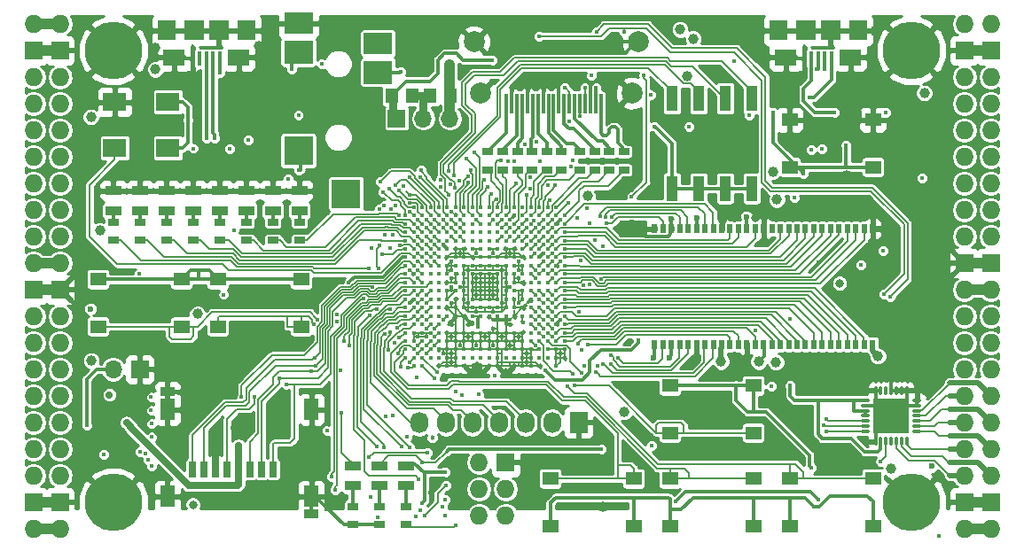
<source format=gtl>
G04 #@! TF.GenerationSoftware,KiCad,Pcbnew,5.0.0-rc3+dfsg1-2*
G04 #@! TF.CreationDate,2018-08-05T14:52:11+02:00*
G04 #@! TF.ProjectId,ulx3s,756C7833732E6B696361645F70636200,rev?*
G04 #@! TF.SameCoordinates,Original*
G04 #@! TF.FileFunction,Copper,L1,Top,Signal*
G04 #@! TF.FilePolarity,Positive*
%FSLAX46Y46*%
G04 Gerber Fmt 4.6, Leading zero omitted, Abs format (unit mm)*
G04 Created by KiCad (PCBNEW 5.0.0-rc3+dfsg1-2) date Sun Aug  5 14:52:11 2018*
%MOMM*%
%LPD*%
G01*
G04 APERTURE LIST*
G04 #@! TA.AperFunction,BGAPad,CuDef*
%ADD10C,0.400000*%
G04 #@! TD*
G04 #@! TA.AperFunction,SMDPad,CuDef*
%ADD11R,0.300000X1.900000*%
G04 #@! TD*
G04 #@! TA.AperFunction,ComponentPad*
%ADD12C,2.000000*%
G04 #@! TD*
G04 #@! TA.AperFunction,SMDPad,CuDef*
%ADD13R,1.120000X2.440000*%
G04 #@! TD*
G04 #@! TA.AperFunction,SMDPad,CuDef*
%ADD14R,0.560000X0.900000*%
G04 #@! TD*
G04 #@! TA.AperFunction,ComponentPad*
%ADD15O,1.727200X1.727200*%
G04 #@! TD*
G04 #@! TA.AperFunction,ComponentPad*
%ADD16R,1.727200X1.727200*%
G04 #@! TD*
G04 #@! TA.AperFunction,ComponentPad*
%ADD17C,5.500000*%
G04 #@! TD*
G04 #@! TA.AperFunction,SMDPad,CuDef*
%ADD18O,0.850000X0.300000*%
G04 #@! TD*
G04 #@! TA.AperFunction,SMDPad,CuDef*
%ADD19O,0.300000X0.850000*%
G04 #@! TD*
G04 #@! TA.AperFunction,SMDPad,CuDef*
%ADD20R,1.675000X1.675000*%
G04 #@! TD*
G04 #@! TA.AperFunction,ComponentPad*
%ADD21R,1.727200X2.032000*%
G04 #@! TD*
G04 #@! TA.AperFunction,ComponentPad*
%ADD22O,1.727200X2.032000*%
G04 #@! TD*
G04 #@! TA.AperFunction,SMDPad,CuDef*
%ADD23R,2.800000X2.000000*%
G04 #@! TD*
G04 #@! TA.AperFunction,SMDPad,CuDef*
%ADD24R,2.800000X2.200000*%
G04 #@! TD*
G04 #@! TA.AperFunction,SMDPad,CuDef*
%ADD25R,2.800000X2.800000*%
G04 #@! TD*
G04 #@! TA.AperFunction,SMDPad,CuDef*
%ADD26R,0.700000X1.500000*%
G04 #@! TD*
G04 #@! TA.AperFunction,SMDPad,CuDef*
%ADD27R,1.450000X0.900000*%
G04 #@! TD*
G04 #@! TA.AperFunction,SMDPad,CuDef*
%ADD28R,1.450000X2.000000*%
G04 #@! TD*
G04 #@! TA.AperFunction,SMDPad,CuDef*
%ADD29R,2.200000X1.800000*%
G04 #@! TD*
G04 #@! TA.AperFunction,SMDPad,CuDef*
%ADD30R,1.000000X0.670000*%
G04 #@! TD*
G04 #@! TA.AperFunction,SMDPad,CuDef*
%ADD31R,1.500000X0.970000*%
G04 #@! TD*
G04 #@! TA.AperFunction,ComponentPad*
%ADD32R,1.700000X1.700000*%
G04 #@! TD*
G04 #@! TA.AperFunction,ComponentPad*
%ADD33O,1.700000X1.700000*%
G04 #@! TD*
G04 #@! TA.AperFunction,SMDPad,CuDef*
%ADD34R,1.295000X1.400000*%
G04 #@! TD*
G04 #@! TA.AperFunction,SMDPad,CuDef*
%ADD35R,1.800000X1.900000*%
G04 #@! TD*
G04 #@! TA.AperFunction,SMDPad,CuDef*
%ADD36R,0.400000X1.350000*%
G04 #@! TD*
G04 #@! TA.AperFunction,SMDPad,CuDef*
%ADD37R,1.900000X1.900000*%
G04 #@! TD*
G04 #@! TA.AperFunction,SMDPad,CuDef*
%ADD38R,2.100000X1.600000*%
G04 #@! TD*
G04 #@! TA.AperFunction,SMDPad,CuDef*
%ADD39R,1.550000X1.300000*%
G04 #@! TD*
G04 #@! TA.AperFunction,ViaPad*
%ADD40C,2.000000*%
G04 #@! TD*
G04 #@! TA.AperFunction,ViaPad*
%ADD41C,0.419000*%
G04 #@! TD*
G04 #@! TA.AperFunction,ViaPad*
%ADD42C,0.454000*%
G04 #@! TD*
G04 #@! TA.AperFunction,ViaPad*
%ADD43C,0.600000*%
G04 #@! TD*
G04 #@! TA.AperFunction,ViaPad*
%ADD44C,1.000000*%
G04 #@! TD*
G04 #@! TA.AperFunction,ViaPad*
%ADD45C,0.800000*%
G04 #@! TD*
G04 #@! TA.AperFunction,ViaPad*
%ADD46C,0.700000*%
G04 #@! TD*
G04 #@! TA.AperFunction,Conductor*
%ADD47C,0.300000*%
G04 #@! TD*
G04 #@! TA.AperFunction,Conductor*
%ADD48C,0.127000*%
G04 #@! TD*
G04 #@! TA.AperFunction,Conductor*
%ADD49C,0.500000*%
G04 #@! TD*
G04 #@! TA.AperFunction,Conductor*
%ADD50C,1.000000*%
G04 #@! TD*
G04 #@! TA.AperFunction,Conductor*
%ADD51C,0.700000*%
G04 #@! TD*
G04 #@! TA.AperFunction,Conductor*
%ADD52C,0.190000*%
G04 #@! TD*
G04 #@! TA.AperFunction,Conductor*
%ADD53C,0.800000*%
G04 #@! TD*
G04 #@! TA.AperFunction,Conductor*
%ADD54C,0.200000*%
G04 #@! TD*
G04 #@! TA.AperFunction,Conductor*
%ADD55C,0.140000*%
G04 #@! TD*
G04 #@! TA.AperFunction,Conductor*
%ADD56C,0.254000*%
G04 #@! TD*
G04 APERTURE END LIST*
D10*
G04 #@! TO.P,U1,Y19*
G04 #@! TO.N,GND*
X145280000Y-95400000D03*
G04 #@! TO.P,U1,Y17*
X143680000Y-95400000D03*
G04 #@! TO.P,U1,Y16*
X142880000Y-95400000D03*
G04 #@! TO.P,U1,Y15*
X142080000Y-95400000D03*
G04 #@! TO.P,U1,Y14*
X141280000Y-95400000D03*
G04 #@! TO.P,U1,Y12*
X139680000Y-95400000D03*
G04 #@! TO.P,U1,Y11*
X138880000Y-95400000D03*
G04 #@! TO.P,U1,Y8*
X136480000Y-95400000D03*
G04 #@! TO.P,U1,Y7*
X135680000Y-95400000D03*
G04 #@! TO.P,U1,Y6*
X134880000Y-95400000D03*
G04 #@! TO.P,U1,Y5*
X134080000Y-95400000D03*
G04 #@! TO.P,U1,Y3*
G04 #@! TO.N,/flash/FPGA_DONE*
X132480000Y-95400000D03*
G04 #@! TO.P,U1,Y2*
G04 #@! TO.N,/flash/FLASH_nWP*
X131680000Y-95400000D03*
G04 #@! TO.P,U1,W20*
G04 #@! TO.N,GND*
X146080000Y-94600000D03*
G04 #@! TO.P,U1,W19*
X145280000Y-94600000D03*
G04 #@! TO.P,U1,W18*
G04 #@! TO.N,Net-(U1-PadW18)*
X144480000Y-94600000D03*
G04 #@! TO.P,U1,W17*
G04 #@! TO.N,Net-(U1-PadW17)*
X143680000Y-94600000D03*
G04 #@! TO.P,U1,W16*
G04 #@! TO.N,GND*
X142880000Y-94600000D03*
G04 #@! TO.P,U1,W15*
X142080000Y-94600000D03*
G04 #@! TO.P,U1,W14*
G04 #@! TO.N,Net-(U1-PadW14)*
X141280000Y-94600000D03*
G04 #@! TO.P,U1,W13*
G04 #@! TO.N,Net-(U1-PadW13)*
X140480000Y-94600000D03*
G04 #@! TO.P,U1,W12*
G04 #@! TO.N,GND*
X139680000Y-94600000D03*
G04 #@! TO.P,U1,W11*
G04 #@! TO.N,N/C*
X138880000Y-94600000D03*
G04 #@! TO.P,U1,W10*
X138080000Y-94600000D03*
G04 #@! TO.P,U1,W9*
G04 #@! TO.N,Net-(U1-PadW9)*
X137280000Y-94600000D03*
G04 #@! TO.P,U1,W8*
G04 #@! TO.N,Net-(U1-PadW8)*
X136480000Y-94600000D03*
G04 #@! TO.P,U1,W7*
G04 #@! TO.N,GND*
X135680000Y-94600000D03*
G04 #@! TO.P,U1,W6*
X134880000Y-94600000D03*
G04 #@! TO.P,U1,W5*
G04 #@! TO.N,Net-(U1-PadW5)*
X134080000Y-94600000D03*
G04 #@! TO.P,U1,W4*
G04 #@! TO.N,Net-(U1-PadW4)*
X133280000Y-94600000D03*
G04 #@! TO.P,U1,W3*
G04 #@! TO.N,/flash/FPGA_PROGRAMN*
X132480000Y-94600000D03*
G04 #@! TO.P,U1,W2*
G04 #@! TO.N,/flash/FLASH_MOSI*
X131680000Y-94600000D03*
G04 #@! TO.P,U1,W1*
G04 #@! TO.N,/flash/FLASH_nHOLD*
X130880000Y-94600000D03*
G04 #@! TO.P,U1,V20*
G04 #@! TO.N,GND*
X146080000Y-93800000D03*
G04 #@! TO.P,U1,V19*
X145280000Y-93800000D03*
G04 #@! TO.P,U1,V18*
X144480000Y-93800000D03*
G04 #@! TO.P,U1,V17*
X143680000Y-93800000D03*
G04 #@! TO.P,U1,V16*
X142880000Y-93800000D03*
G04 #@! TO.P,U1,V15*
X142080000Y-93800000D03*
G04 #@! TO.P,U1,V14*
X141280000Y-93800000D03*
G04 #@! TO.P,U1,V13*
X140480000Y-93800000D03*
G04 #@! TO.P,U1,V12*
X139680000Y-93800000D03*
G04 #@! TO.P,U1,V11*
X138880000Y-93800000D03*
G04 #@! TO.P,U1,V10*
X138080000Y-93800000D03*
G04 #@! TO.P,U1,V9*
X137280000Y-93800000D03*
G04 #@! TO.P,U1,V8*
X136480000Y-93800000D03*
G04 #@! TO.P,U1,V7*
X135680000Y-93800000D03*
G04 #@! TO.P,U1,V6*
X134880000Y-93800000D03*
G04 #@! TO.P,U1,V5*
X134080000Y-93800000D03*
G04 #@! TO.P,U1,V4*
G04 #@! TO.N,JTAG_TDO*
X133280000Y-93800000D03*
G04 #@! TO.P,U1,V3*
G04 #@! TO.N,/flash/FPGA_INITN*
X132480000Y-93800000D03*
G04 #@! TO.P,U1,V2*
G04 #@! TO.N,/flash/FLASH_MISO*
X131680000Y-93800000D03*
G04 #@! TO.P,U1,V1*
G04 #@! TO.N,BTN_D*
X130880000Y-93800000D03*
G04 #@! TO.P,U1,U20*
G04 #@! TO.N,SDRAM_D7*
X146080000Y-93000000D03*
G04 #@! TO.P,U1,U19*
G04 #@! TO.N,SDRAM_DQM0*
X145280000Y-93000000D03*
G04 #@! TO.P,U1,U18*
G04 #@! TO.N,GP14*
X144480000Y-93000000D03*
G04 #@! TO.P,U1,U17*
G04 #@! TO.N,GN14*
X143680000Y-93000000D03*
G04 #@! TO.P,U1,U16*
G04 #@! TO.N,ADC_MISO*
X142880000Y-93000000D03*
G04 #@! TO.P,U1,U15*
G04 #@! TO.N,GND*
X142080000Y-93000000D03*
G04 #@! TO.P,U1,U14*
X141280000Y-93000000D03*
G04 #@! TO.P,U1,U13*
X140480000Y-93000000D03*
G04 #@! TO.P,U1,U12*
X139680000Y-93000000D03*
G04 #@! TO.P,U1,U11*
X138880000Y-93000000D03*
G04 #@! TO.P,U1,U10*
X138080000Y-93000000D03*
G04 #@! TO.P,U1,U9*
X137280000Y-93000000D03*
G04 #@! TO.P,U1,U8*
X136480000Y-93000000D03*
G04 #@! TO.P,U1,U7*
X135680000Y-93000000D03*
G04 #@! TO.P,U1,U6*
X134880000Y-93000000D03*
G04 #@! TO.P,U1,U5*
G04 #@! TO.N,JTAG_TMS*
X134080000Y-93000000D03*
G04 #@! TO.P,U1,U4*
G04 #@! TO.N,GND*
X133280000Y-93000000D03*
G04 #@! TO.P,U1,U3*
G04 #@! TO.N,/flash/FLASH_SCK*
X132480000Y-93000000D03*
G04 #@! TO.P,U1,U2*
G04 #@! TO.N,+3V3*
X131680000Y-93000000D03*
G04 #@! TO.P,U1,U1*
G04 #@! TO.N,BTN_L*
X130880000Y-93000000D03*
G04 #@! TO.P,U1,T20*
G04 #@! TO.N,SDRAM_nWE*
X146080000Y-92200000D03*
G04 #@! TO.P,U1,T19*
G04 #@! TO.N,SDRAM_nCAS*
X145280000Y-92200000D03*
G04 #@! TO.P,U1,T18*
G04 #@! TO.N,SDRAM_D5*
X144480000Y-92200000D03*
G04 #@! TO.P,U1,T17*
G04 #@! TO.N,SDRAM_D6*
X143680000Y-92200000D03*
G04 #@! TO.P,U1,T16*
G04 #@! TO.N,Net-(U1-PadT16)*
X142880000Y-92200000D03*
G04 #@! TO.P,U1,T15*
G04 #@! TO.N,GND*
X142080000Y-92200000D03*
G04 #@! TO.P,U1,T14*
X141280000Y-92200000D03*
G04 #@! TO.P,U1,T13*
X140480000Y-92200000D03*
G04 #@! TO.P,U1,T12*
X139680000Y-92200000D03*
G04 #@! TO.P,U1,T11*
X138880000Y-92200000D03*
G04 #@! TO.P,U1,T10*
X138080000Y-92200000D03*
G04 #@! TO.P,U1,T9*
X137280000Y-92200000D03*
G04 #@! TO.P,U1,T8*
X136480000Y-92200000D03*
G04 #@! TO.P,U1,T7*
X135680000Y-92200000D03*
G04 #@! TO.P,U1,T6*
X134880000Y-92200000D03*
G04 #@! TO.P,U1,T5*
G04 #@! TO.N,JTAG_TCK*
X134080000Y-92200000D03*
G04 #@! TO.P,U1,T4*
G04 #@! TO.N,+3V3*
X133280000Y-92200000D03*
G04 #@! TO.P,U1,T3*
X132480000Y-92200000D03*
G04 #@! TO.P,U1,T2*
X131680000Y-92200000D03*
G04 #@! TO.P,U1,T1*
G04 #@! TO.N,BTN_F2*
X130880000Y-92200000D03*
G04 #@! TO.P,U1,R20*
G04 #@! TO.N,SDRAM_nRAS*
X146080000Y-91400000D03*
G04 #@! TO.P,U1,R19*
G04 #@! TO.N,GND*
X145280000Y-91400000D03*
G04 #@! TO.P,U1,R18*
G04 #@! TO.N,BTN_U*
X144480000Y-91400000D03*
G04 #@! TO.P,U1,R17*
G04 #@! TO.N,ADC_CSn*
X143680000Y-91400000D03*
G04 #@! TO.P,U1,R16*
G04 #@! TO.N,ADC_MOSI*
X142880000Y-91400000D03*
G04 #@! TO.P,U1,R5*
G04 #@! TO.N,JTAG_TDI*
X134080000Y-91400000D03*
G04 #@! TO.P,U1,R4*
G04 #@! TO.N,GND*
X133280000Y-91400000D03*
G04 #@! TO.P,U1,R3*
G04 #@! TO.N,Net-(U1-PadR3)*
X132480000Y-91400000D03*
G04 #@! TO.P,U1,R2*
G04 #@! TO.N,/flash/FLASH_nCS*
X131680000Y-91400000D03*
G04 #@! TO.P,U1,R1*
G04 #@! TO.N,BTN_F1*
X130880000Y-91400000D03*
G04 #@! TO.P,U1,P20*
G04 #@! TO.N,SDRAM_nCS*
X146080000Y-90600000D03*
G04 #@! TO.P,U1,P19*
G04 #@! TO.N,SDRAM_BA0*
X145280000Y-90600000D03*
G04 #@! TO.P,U1,P18*
G04 #@! TO.N,SDRAM_D4*
X144480000Y-90600000D03*
G04 #@! TO.P,U1,P17*
G04 #@! TO.N,ADC_SCLK*
X143680000Y-90600000D03*
G04 #@! TO.P,U1,P16*
G04 #@! TO.N,GN15*
X142880000Y-90600000D03*
G04 #@! TO.P,U1,P15*
G04 #@! TO.N,+2V5*
X142080000Y-90600000D03*
G04 #@! TO.P,U1,P14*
G04 #@! TO.N,GND*
X141280000Y-90600000D03*
G04 #@! TO.P,U1,P13*
X140480000Y-90600000D03*
G04 #@! TO.P,U1,P12*
X139680000Y-90600000D03*
G04 #@! TO.P,U1,P11*
X138880000Y-90600000D03*
G04 #@! TO.P,U1,P10*
G04 #@! TO.N,+3V3*
X138080000Y-90600000D03*
G04 #@! TO.P,U1,P9*
X137280000Y-90600000D03*
G04 #@! TO.P,U1,P8*
G04 #@! TO.N,GND*
X136480000Y-90600000D03*
G04 #@! TO.P,U1,P7*
X135680000Y-90600000D03*
G04 #@! TO.P,U1,P6*
G04 #@! TO.N,+2V5*
X134880000Y-90600000D03*
G04 #@! TO.P,U1,P5*
G04 #@! TO.N,SD_WP*
X134080000Y-90600000D03*
G04 #@! TO.P,U1,P4*
G04 #@! TO.N,OLED_CLK*
X133280000Y-90600000D03*
G04 #@! TO.P,U1,P3*
G04 #@! TO.N,OLED_MOSI*
X132480000Y-90600000D03*
G04 #@! TO.P,U1,P2*
G04 #@! TO.N,OLED_RES*
X131680000Y-90600000D03*
G04 #@! TO.P,U1,P1*
G04 #@! TO.N,OLED_DC*
X130880000Y-90600000D03*
G04 #@! TO.P,U1,N20*
G04 #@! TO.N,SDRAM_BA1*
X146080000Y-89800000D03*
G04 #@! TO.P,U1,N19*
G04 #@! TO.N,SDRAM_A10*
X145280000Y-89800000D03*
G04 #@! TO.P,U1,N18*
G04 #@! TO.N,SDRAM_D3*
X144480000Y-89800000D03*
G04 #@! TO.P,U1,N17*
G04 #@! TO.N,GP15*
X143680000Y-89800000D03*
G04 #@! TO.P,U1,N16*
G04 #@! TO.N,GP16*
X142880000Y-89800000D03*
G04 #@! TO.P,U1,N15*
G04 #@! TO.N,GND*
X142080000Y-89800000D03*
G04 #@! TO.P,U1,N14*
X141280000Y-89800000D03*
G04 #@! TO.P,U1,N13*
G04 #@! TO.N,+1V1*
X140480000Y-89800000D03*
G04 #@! TO.P,U1,N12*
X139680000Y-89800000D03*
G04 #@! TO.P,U1,N11*
X138880000Y-89800000D03*
G04 #@! TO.P,U1,N10*
X138080000Y-89800000D03*
G04 #@! TO.P,U1,N9*
X137280000Y-89800000D03*
G04 #@! TO.P,U1,N8*
X136480000Y-89800000D03*
G04 #@! TO.P,U1,N7*
G04 #@! TO.N,GND*
X135680000Y-89800000D03*
G04 #@! TO.P,U1,N6*
X134880000Y-89800000D03*
G04 #@! TO.P,U1,N5*
G04 #@! TO.N,SD_CD*
X134080000Y-89800000D03*
G04 #@! TO.P,U1,N4*
G04 #@! TO.N,WIFI_GPIO5*
X133280000Y-89800000D03*
G04 #@! TO.P,U1,N3*
G04 #@! TO.N,WIFI_GPIO17*
X132480000Y-89800000D03*
G04 #@! TO.P,U1,N2*
G04 #@! TO.N,OLED_CS*
X131680000Y-89800000D03*
G04 #@! TO.P,U1,N1*
G04 #@! TO.N,FTDI_nDTR*
X130880000Y-89800000D03*
G04 #@! TO.P,U1,M20*
G04 #@! TO.N,SDRAM_A0*
X146080000Y-89000000D03*
G04 #@! TO.P,U1,M19*
G04 #@! TO.N,SDRAM_A1*
X145280000Y-89000000D03*
G04 #@! TO.P,U1,M18*
G04 #@! TO.N,SDRAM_D2*
X144480000Y-89000000D03*
G04 #@! TO.P,U1,M17*
G04 #@! TO.N,GN16*
X143680000Y-89000000D03*
G04 #@! TO.P,U1,M16*
G04 #@! TO.N,GND*
X142880000Y-89000000D03*
G04 #@! TO.P,U1,M15*
G04 #@! TO.N,+3V3*
X142080000Y-89000000D03*
G04 #@! TO.P,U1,M14*
G04 #@! TO.N,GND*
X141280000Y-89000000D03*
G04 #@! TO.P,U1,M13*
G04 #@! TO.N,+1V1*
X140480000Y-89000000D03*
G04 #@! TO.P,U1,M12*
G04 #@! TO.N,GND*
X139680000Y-89000000D03*
G04 #@! TO.P,U1,M11*
X138880000Y-89000000D03*
G04 #@! TO.P,U1,M10*
X138080000Y-89000000D03*
G04 #@! TO.P,U1,M9*
X137280000Y-89000000D03*
G04 #@! TO.P,U1,M8*
G04 #@! TO.N,+1V1*
X136480000Y-89000000D03*
G04 #@! TO.P,U1,M7*
G04 #@! TO.N,GND*
X135680000Y-89000000D03*
G04 #@! TO.P,U1,M6*
G04 #@! TO.N,+3V3*
X134880000Y-89000000D03*
G04 #@! TO.P,U1,M5*
G04 #@! TO.N,Net-(U1-PadM5)*
X134080000Y-89000000D03*
G04 #@! TO.P,U1,M4*
G04 #@! TO.N,USER_PROGRAMN*
X133280000Y-89000000D03*
G04 #@! TO.P,U1,M3*
G04 #@! TO.N,FTDI_nRTS*
X132480000Y-89000000D03*
G04 #@! TO.P,U1,M2*
G04 #@! TO.N,GND*
X131680000Y-89000000D03*
G04 #@! TO.P,U1,M1*
G04 #@! TO.N,FTDI_TXD*
X130880000Y-89000000D03*
G04 #@! TO.P,U1,L20*
G04 #@! TO.N,SDRAM_A2*
X146080000Y-88200000D03*
G04 #@! TO.P,U1,L19*
G04 #@! TO.N,SDRAM_A3*
X145280000Y-88200000D03*
G04 #@! TO.P,U1,L18*
G04 #@! TO.N,SDRAM_D1*
X144480000Y-88200000D03*
G04 #@! TO.P,U1,L17*
G04 #@! TO.N,GN17*
X143680000Y-88200000D03*
G04 #@! TO.P,U1,L16*
G04 #@! TO.N,GP17*
X142880000Y-88200000D03*
G04 #@! TO.P,U1,L15*
G04 #@! TO.N,+3V3*
X142080000Y-88200000D03*
G04 #@! TO.P,U1,L14*
X141280000Y-88200000D03*
G04 #@! TO.P,U1,L13*
G04 #@! TO.N,+1V1*
X140480000Y-88200000D03*
G04 #@! TO.P,U1,L12*
G04 #@! TO.N,GND*
X139680000Y-88200000D03*
G04 #@! TO.P,U1,L11*
X138880000Y-88200000D03*
G04 #@! TO.P,U1,L10*
X138080000Y-88200000D03*
G04 #@! TO.P,U1,L9*
X137280000Y-88200000D03*
G04 #@! TO.P,U1,L8*
G04 #@! TO.N,+1V1*
X136480000Y-88200000D03*
G04 #@! TO.P,U1,L7*
G04 #@! TO.N,+3V3*
X135680000Y-88200000D03*
G04 #@! TO.P,U1,L6*
X134880000Y-88200000D03*
G04 #@! TO.P,U1,L5*
G04 #@! TO.N,Net-(U1-PadL5)*
X134080000Y-88200000D03*
G04 #@! TO.P,U1,L4*
G04 #@! TO.N,FTDI_RXD*
X133280000Y-88200000D03*
G04 #@! TO.P,U1,L3*
G04 #@! TO.N,FTDI_TXDEN*
X132480000Y-88200000D03*
G04 #@! TO.P,U1,L2*
G04 #@! TO.N,WIFI_GPIO0*
X131680000Y-88200000D03*
G04 #@! TO.P,U1,L1*
G04 #@! TO.N,WIFI_GPIO16*
X130880000Y-88200000D03*
G04 #@! TO.P,U1,K20*
G04 #@! TO.N,SDRAM_A4*
X146080000Y-87400000D03*
G04 #@! TO.P,U1,K19*
G04 #@! TO.N,SDRAM_A5*
X145280000Y-87400000D03*
G04 #@! TO.P,U1,K18*
G04 #@! TO.N,SDRAM_A6*
X144480000Y-87400000D03*
G04 #@! TO.P,U1,K17*
G04 #@! TO.N,Net-(U1-PadK17)*
X143680000Y-87400000D03*
G04 #@! TO.P,U1,K16*
G04 #@! TO.N,Net-(U1-PadK16)*
X142880000Y-87400000D03*
G04 #@! TO.P,U1,K15*
G04 #@! TO.N,GND*
X142080000Y-87400000D03*
G04 #@! TO.P,U1,K14*
X141280000Y-87400000D03*
G04 #@! TO.P,U1,K13*
G04 #@! TO.N,+1V1*
X140480000Y-87400000D03*
G04 #@! TO.P,U1,K12*
G04 #@! TO.N,GND*
X139680000Y-87400000D03*
G04 #@! TO.P,U1,K11*
X138880000Y-87400000D03*
G04 #@! TO.P,U1,K10*
X138080000Y-87400000D03*
G04 #@! TO.P,U1,K9*
X137280000Y-87400000D03*
G04 #@! TO.P,U1,K8*
G04 #@! TO.N,+1V1*
X136480000Y-87400000D03*
G04 #@! TO.P,U1,K7*
G04 #@! TO.N,GND*
X135680000Y-87400000D03*
G04 #@! TO.P,U1,K6*
X134880000Y-87400000D03*
G04 #@! TO.P,U1,K5*
G04 #@! TO.N,Net-(U1-PadK5)*
X134080000Y-87400000D03*
G04 #@! TO.P,U1,K4*
G04 #@! TO.N,WIFI_TXD*
X133280000Y-87400000D03*
G04 #@! TO.P,U1,K3*
G04 #@! TO.N,WIFI_RXD*
X132480000Y-87400000D03*
G04 #@! TO.P,U1,K2*
G04 #@! TO.N,SD_D3*
X131680000Y-87400000D03*
G04 #@! TO.P,U1,K1*
G04 #@! TO.N,SD_D2*
X130880000Y-87400000D03*
G04 #@! TO.P,U1,J20*
G04 #@! TO.N,SDRAM_A7*
X146080000Y-86600000D03*
G04 #@! TO.P,U1,J19*
G04 #@! TO.N,SDRAM_A8*
X145280000Y-86600000D03*
G04 #@! TO.P,U1,J18*
G04 #@! TO.N,SDRAM_D14*
X144480000Y-86600000D03*
G04 #@! TO.P,U1,J17*
G04 #@! TO.N,SDRAM_D15*
X143680000Y-86600000D03*
G04 #@! TO.P,U1,J16*
G04 #@! TO.N,SDRAM_D0*
X142880000Y-86600000D03*
G04 #@! TO.P,U1,J15*
G04 #@! TO.N,+3V3*
X142080000Y-86600000D03*
G04 #@! TO.P,U1,J14*
G04 #@! TO.N,GND*
X141280000Y-86600000D03*
G04 #@! TO.P,U1,J13*
G04 #@! TO.N,+1V1*
X140480000Y-86600000D03*
G04 #@! TO.P,U1,J12*
G04 #@! TO.N,GND*
X139680000Y-86600000D03*
G04 #@! TO.P,U1,J11*
X138880000Y-86600000D03*
G04 #@! TO.P,U1,J10*
X138080000Y-86600000D03*
G04 #@! TO.P,U1,J9*
X137280000Y-86600000D03*
G04 #@! TO.P,U1,J8*
G04 #@! TO.N,+1V1*
X136480000Y-86600000D03*
G04 #@! TO.P,U1,J7*
G04 #@! TO.N,GND*
X135680000Y-86600000D03*
G04 #@! TO.P,U1,J6*
G04 #@! TO.N,2V5_3V3*
X134880000Y-86600000D03*
G04 #@! TO.P,U1,J5*
G04 #@! TO.N,Net-(U1-PadJ5)*
X134080000Y-86600000D03*
G04 #@! TO.P,U1,J4*
G04 #@! TO.N,Net-(U1-PadJ4)*
X133280000Y-86600000D03*
G04 #@! TO.P,U1,J3*
G04 #@! TO.N,SD_D0*
X132480000Y-86600000D03*
G04 #@! TO.P,U1,J2*
G04 #@! TO.N,GND*
X131680000Y-86600000D03*
G04 #@! TO.P,U1,J1*
G04 #@! TO.N,SD_CMD*
X130880000Y-86600000D03*
G04 #@! TO.P,U1,H20*
G04 #@! TO.N,SDRAM_A9*
X146080000Y-85800000D03*
G04 #@! TO.P,U1,H19*
G04 #@! TO.N,GND*
X145280000Y-85800000D03*
G04 #@! TO.P,U1,H18*
G04 #@! TO.N,GP18*
X144480000Y-85800000D03*
G04 #@! TO.P,U1,H17*
G04 #@! TO.N,GN18*
X143680000Y-85800000D03*
G04 #@! TO.P,U1,H16*
G04 #@! TO.N,BTN_R*
X142880000Y-85800000D03*
G04 #@! TO.P,U1,H15*
G04 #@! TO.N,+3V3*
X142080000Y-85800000D03*
G04 #@! TO.P,U1,H14*
X141280000Y-85800000D03*
G04 #@! TO.P,U1,H13*
G04 #@! TO.N,+1V1*
X140480000Y-85800000D03*
G04 #@! TO.P,U1,H12*
X139680000Y-85800000D03*
G04 #@! TO.P,U1,H11*
X138880000Y-85800000D03*
G04 #@! TO.P,U1,H10*
X138080000Y-85800000D03*
G04 #@! TO.P,U1,H9*
X137280000Y-85800000D03*
G04 #@! TO.P,U1,H8*
X136480000Y-85800000D03*
G04 #@! TO.P,U1,H7*
G04 #@! TO.N,2V5_3V3*
X135680000Y-85800000D03*
G04 #@! TO.P,U1,H6*
X134880000Y-85800000D03*
G04 #@! TO.P,U1,H5*
G04 #@! TO.N,AUDIO_V0*
X134080000Y-85800000D03*
G04 #@! TO.P,U1,H4*
G04 #@! TO.N,GP13*
X133280000Y-85800000D03*
G04 #@! TO.P,U1,H3*
G04 #@! TO.N,LED7*
X132480000Y-85800000D03*
G04 #@! TO.P,U1,H2*
G04 #@! TO.N,SD_CLK*
X131680000Y-85800000D03*
G04 #@! TO.P,U1,H1*
G04 #@! TO.N,SD_D1*
X130880000Y-85800000D03*
G04 #@! TO.P,U1,G20*
G04 #@! TO.N,SDRAM_A11*
X146080000Y-85000000D03*
G04 #@! TO.P,U1,G19*
G04 #@! TO.N,SDRAM_A12*
X145280000Y-85000000D03*
G04 #@! TO.P,U1,G18*
G04 #@! TO.N,GN19*
X144480000Y-85000000D03*
G04 #@! TO.P,U1,G17*
G04 #@! TO.N,GND*
X143680000Y-85000000D03*
G04 #@! TO.P,U1,G16*
G04 #@! TO.N,SHUTDOWN*
X142880000Y-85000000D03*
G04 #@! TO.P,U1,G15*
G04 #@! TO.N,GND*
X142080000Y-85000000D03*
G04 #@! TO.P,U1,G14*
X141280000Y-85000000D03*
G04 #@! TO.P,U1,G13*
X140480000Y-85000000D03*
G04 #@! TO.P,U1,G12*
X139680000Y-85000000D03*
G04 #@! TO.P,U1,G11*
X138880000Y-85000000D03*
G04 #@! TO.P,U1,G10*
X138080000Y-85000000D03*
G04 #@! TO.P,U1,G9*
X137280000Y-85000000D03*
G04 #@! TO.P,U1,G8*
X136480000Y-85000000D03*
G04 #@! TO.P,U1,G7*
X135680000Y-85000000D03*
G04 #@! TO.P,U1,G6*
X134880000Y-85000000D03*
G04 #@! TO.P,U1,G5*
G04 #@! TO.N,GN13*
X134080000Y-85000000D03*
G04 #@! TO.P,U1,G4*
G04 #@! TO.N,GND*
X133280000Y-85000000D03*
G04 #@! TO.P,U1,G3*
G04 #@! TO.N,GP12*
X132480000Y-85000000D03*
G04 #@! TO.P,U1,G2*
G04 #@! TO.N,CLK_25MHz*
X131680000Y-85000000D03*
G04 #@! TO.P,U1,G1*
G04 #@! TO.N,/usb/ANT_433MHz*
X130880000Y-85000000D03*
G04 #@! TO.P,U1,F20*
G04 #@! TO.N,SDRAM_CKE*
X146080000Y-84200000D03*
G04 #@! TO.P,U1,F19*
G04 #@! TO.N,SDRAM_CLK*
X145280000Y-84200000D03*
G04 #@! TO.P,U1,F18*
G04 #@! TO.N,SDRAM_D13*
X144480000Y-84200000D03*
G04 #@! TO.P,U1,F17*
G04 #@! TO.N,GP19*
X143680000Y-84200000D03*
G04 #@! TO.P,U1,F16*
G04 #@! TO.N,USB_FPGA_D-*
X142880000Y-84200000D03*
G04 #@! TO.P,U1,F15*
G04 #@! TO.N,+2V5*
X142080000Y-84200000D03*
G04 #@! TO.P,U1,F14*
G04 #@! TO.N,GND*
X141280000Y-84200000D03*
G04 #@! TO.P,U1,F13*
X140480000Y-84200000D03*
G04 #@! TO.P,U1,F12*
G04 #@! TO.N,+3V3*
X139680000Y-84200000D03*
G04 #@! TO.P,U1,F11*
X138880000Y-84200000D03*
G04 #@! TO.P,U1,F10*
G04 #@! TO.N,2V5_3V3*
X138080000Y-84200000D03*
G04 #@! TO.P,U1,F9*
X137280000Y-84200000D03*
G04 #@! TO.P,U1,F8*
G04 #@! TO.N,GND*
X136480000Y-84200000D03*
G04 #@! TO.P,U1,F7*
X135680000Y-84200000D03*
G04 #@! TO.P,U1,F6*
G04 #@! TO.N,+2V5*
X134880000Y-84200000D03*
G04 #@! TO.P,U1,F5*
G04 #@! TO.N,AUDIO_V2*
X134080000Y-84200000D03*
G04 #@! TO.P,U1,F4*
G04 #@! TO.N,GP11*
X133280000Y-84200000D03*
G04 #@! TO.P,U1,F3*
G04 #@! TO.N,GN12*
X132480000Y-84200000D03*
G04 #@! TO.P,U1,F2*
G04 #@! TO.N,AUDIO_V1*
X131680000Y-84200000D03*
G04 #@! TO.P,U1,F1*
G04 #@! TO.N,WIFI_EN*
X130880000Y-84200000D03*
G04 #@! TO.P,U1,E20*
G04 #@! TO.N,SDRAM_DQM1*
X146080000Y-83400000D03*
G04 #@! TO.P,U1,E19*
G04 #@! TO.N,SDRAM_D8*
X145280000Y-83400000D03*
G04 #@! TO.P,U1,E18*
G04 #@! TO.N,SDRAM_D12*
X144480000Y-83400000D03*
G04 #@! TO.P,U1,E17*
G04 #@! TO.N,GN20*
X143680000Y-83400000D03*
G04 #@! TO.P,U1,E16*
G04 #@! TO.N,USB_FPGA_D+*
X142880000Y-83400000D03*
G04 #@! TO.P,U1,E15*
G04 #@! TO.N,USB_FPGA_D-*
X142080000Y-83400000D03*
G04 #@! TO.P,U1,E14*
G04 #@! TO.N,GN25*
X141280000Y-83400000D03*
G04 #@! TO.P,U1,E13*
G04 #@! TO.N,GN27*
X140480000Y-83400000D03*
G04 #@! TO.P,U1,E12*
G04 #@! TO.N,FPDI_SCL*
X139680000Y-83400000D03*
G04 #@! TO.P,U1,E11*
G04 #@! TO.N,Net-(U1-PadE11)*
X138880000Y-83400000D03*
G04 #@! TO.P,U1,E10*
G04 #@! TO.N,Net-(U1-PadE10)*
X138080000Y-83400000D03*
G04 #@! TO.P,U1,E9*
G04 #@! TO.N,Net-(U1-PadE9)*
X137280000Y-83400000D03*
G04 #@! TO.P,U1,E8*
G04 #@! TO.N,SW1*
X136480000Y-83400000D03*
G04 #@! TO.P,U1,E7*
G04 #@! TO.N,SW4*
X135680000Y-83400000D03*
G04 #@! TO.P,U1,E6*
G04 #@! TO.N,Net-(U1-PadE6)*
X134880000Y-83400000D03*
G04 #@! TO.P,U1,E5*
G04 #@! TO.N,AUDIO_V3*
X134080000Y-83400000D03*
G04 #@! TO.P,U1,E4*
G04 #@! TO.N,AUDIO_L0*
X133280000Y-83400000D03*
G04 #@! TO.P,U1,E3*
G04 #@! TO.N,GN11*
X132480000Y-83400000D03*
G04 #@! TO.P,U1,E2*
G04 #@! TO.N,LED5*
X131680000Y-83400000D03*
G04 #@! TO.P,U1,E1*
G04 #@! TO.N,LED6*
X130880000Y-83400000D03*
G04 #@! TO.P,U1,D20*
G04 #@! TO.N,SDRAM_D9*
X146080000Y-82600000D03*
G04 #@! TO.P,U1,D19*
G04 #@! TO.N,SDRAM_D10*
X145280000Y-82600000D03*
G04 #@! TO.P,U1,D18*
G04 #@! TO.N,GP20*
X144480000Y-82600000D03*
G04 #@! TO.P,U1,D17*
G04 #@! TO.N,GN21*
X143680000Y-82600000D03*
G04 #@! TO.P,U1,D16*
G04 #@! TO.N,GN24*
X142880000Y-82600000D03*
G04 #@! TO.P,U1,D15*
G04 #@! TO.N,USB_FPGA_D+*
X142080000Y-82600000D03*
G04 #@! TO.P,U1,D14*
G04 #@! TO.N,GP25*
X141280000Y-82600000D03*
G04 #@! TO.P,U1,D13*
G04 #@! TO.N,GP27*
X140480000Y-82600000D03*
G04 #@! TO.P,U1,D12*
G04 #@! TO.N,Net-(U1-PadD12)*
X139680000Y-82600000D03*
G04 #@! TO.P,U1,D11*
G04 #@! TO.N,Net-(U1-PadD11)*
X138880000Y-82600000D03*
G04 #@! TO.P,U1,D10*
G04 #@! TO.N,Net-(U1-PadD10)*
X138080000Y-82600000D03*
G04 #@! TO.P,U1,D9*
G04 #@! TO.N,Net-(U1-PadD9)*
X137280000Y-82600000D03*
G04 #@! TO.P,U1,D8*
G04 #@! TO.N,SW2*
X136480000Y-82600000D03*
G04 #@! TO.P,U1,D7*
G04 #@! TO.N,SW3*
X135680000Y-82600000D03*
G04 #@! TO.P,U1,D6*
G04 #@! TO.N,BTN_PWRn*
X134880000Y-82600000D03*
G04 #@! TO.P,U1,D5*
G04 #@! TO.N,AUDIO_R2*
X134080000Y-82600000D03*
G04 #@! TO.P,U1,D4*
G04 #@! TO.N,GND*
X133280000Y-82600000D03*
G04 #@! TO.P,U1,D3*
G04 #@! TO.N,AUDIO_L1*
X132480000Y-82600000D03*
G04 #@! TO.P,U1,D2*
G04 #@! TO.N,LED3*
X131680000Y-82600000D03*
G04 #@! TO.P,U1,D1*
G04 #@! TO.N,LED4*
X130880000Y-82600000D03*
G04 #@! TO.P,U1,C20*
G04 #@! TO.N,SDRAM_D11*
X146080000Y-81800000D03*
G04 #@! TO.P,U1,C19*
G04 #@! TO.N,GND*
X145280000Y-81800000D03*
G04 #@! TO.P,U1,C18*
G04 #@! TO.N,GP21*
X144480000Y-81800000D03*
G04 #@! TO.P,U1,C17*
G04 #@! TO.N,GN23*
X143680000Y-81800000D03*
G04 #@! TO.P,U1,C16*
G04 #@! TO.N,GP24*
X142880000Y-81800000D03*
G04 #@! TO.P,U1,C15*
G04 #@! TO.N,GN22*
X142080000Y-81800000D03*
G04 #@! TO.P,U1,C14*
G04 #@! TO.N,FPDI_D1-*
X141280000Y-81800000D03*
G04 #@! TO.P,U1,C13*
G04 #@! TO.N,GN26*
X140480000Y-81800000D03*
G04 #@! TO.P,U1,C12*
G04 #@! TO.N,USB_FPGA_PULL_D-*
X139680000Y-81800000D03*
G04 #@! TO.P,U1,C11*
G04 #@! TO.N,GN0*
X138880000Y-81800000D03*
G04 #@! TO.P,U1,C10*
G04 #@! TO.N,GN3*
X138080000Y-81800000D03*
G04 #@! TO.P,U1,C9*
G04 #@! TO.N,Net-(U1-PadC9)*
X137280000Y-81800000D03*
G04 #@! TO.P,U1,C8*
G04 #@! TO.N,GP5*
X136480000Y-81800000D03*
G04 #@! TO.P,U1,C7*
G04 #@! TO.N,GN6*
X135680000Y-81800000D03*
G04 #@! TO.P,U1,C6*
G04 #@! TO.N,GP6*
X134880000Y-81800000D03*
G04 #@! TO.P,U1,C5*
G04 #@! TO.N,AUDIO_R3*
X134080000Y-81800000D03*
G04 #@! TO.P,U1,C4*
G04 #@! TO.N,GP10*
X133280000Y-81800000D03*
G04 #@! TO.P,U1,C3*
G04 #@! TO.N,AUDIO_L2*
X132480000Y-81800000D03*
G04 #@! TO.P,U1,C2*
G04 #@! TO.N,LED1*
X131680000Y-81800000D03*
G04 #@! TO.P,U1,C1*
G04 #@! TO.N,LED2*
X130880000Y-81800000D03*
G04 #@! TO.P,U1,B20*
G04 #@! TO.N,FPDI_ETH-*
X146080000Y-81000000D03*
G04 #@! TO.P,U1,B19*
G04 #@! TO.N,FPDI_SDA*
X145280000Y-81000000D03*
G04 #@! TO.P,U1,B18*
G04 #@! TO.N,FPDI_CLK-*
X144480000Y-81000000D03*
G04 #@! TO.P,U1,B17*
G04 #@! TO.N,GP23*
X143680000Y-81000000D03*
G04 #@! TO.P,U1,B16*
G04 #@! TO.N,FPDI_D0-*
X142880000Y-81000000D03*
G04 #@! TO.P,U1,B15*
G04 #@! TO.N,GP22*
X142080000Y-81000000D03*
G04 #@! TO.P,U1,B14*
G04 #@! TO.N,GND*
X141280000Y-81000000D03*
G04 #@! TO.P,U1,B13*
G04 #@! TO.N,GP26*
X140480000Y-81000000D03*
G04 #@! TO.P,U1,B12*
G04 #@! TO.N,USB_FPGA_PULL_D+*
X139680000Y-81000000D03*
G04 #@! TO.P,U1,B11*
G04 #@! TO.N,GP0*
X138880000Y-81000000D03*
G04 #@! TO.P,U1,B10*
G04 #@! TO.N,GN2*
X138080000Y-81000000D03*
G04 #@! TO.P,U1,B9*
G04 #@! TO.N,GP3*
X137280000Y-81000000D03*
G04 #@! TO.P,U1,B8*
G04 #@! TO.N,GN5*
X136480000Y-81000000D03*
G04 #@! TO.P,U1,B7*
G04 #@! TO.N,GND*
X135680000Y-81000000D03*
G04 #@! TO.P,U1,B6*
G04 #@! TO.N,GN7*
X134880000Y-81000000D03*
G04 #@! TO.P,U1,B5*
G04 #@! TO.N,AUDIO_R1*
X134080000Y-81000000D03*
G04 #@! TO.P,U1,B4*
G04 #@! TO.N,GN10*
X133280000Y-81000000D03*
G04 #@! TO.P,U1,B3*
G04 #@! TO.N,AUDIO_L3*
X132480000Y-81000000D03*
G04 #@! TO.P,U1,B2*
G04 #@! TO.N,LED0*
X131680000Y-81000000D03*
G04 #@! TO.P,U1,B1*
G04 #@! TO.N,GN9*
X130880000Y-81000000D03*
G04 #@! TO.P,U1,A19*
G04 #@! TO.N,FPDI_ETH+*
X145280000Y-80200000D03*
G04 #@! TO.P,U1,A18*
G04 #@! TO.N,/gpdi/FPDI_CEC*
X144480000Y-80200000D03*
G04 #@! TO.P,U1,A17*
G04 #@! TO.N,FPDI_CLK+*
X143680000Y-80200000D03*
G04 #@! TO.P,U1,A16*
G04 #@! TO.N,FPDI_D0+*
X142880000Y-80200000D03*
G04 #@! TO.P,U1,A15*
G04 #@! TO.N,Net-(U1-PadA15)*
X142080000Y-80200000D03*
G04 #@! TO.P,U1,A14*
G04 #@! TO.N,FPDI_D1+*
X141280000Y-80200000D03*
G04 #@! TO.P,U1,A13*
G04 #@! TO.N,FPDI_D2-*
X140480000Y-80200000D03*
G04 #@! TO.P,U1,A12*
G04 #@! TO.N,FPDI_D2+*
X139680000Y-80200000D03*
G04 #@! TO.P,U1,A11*
G04 #@! TO.N,GN1*
X138880000Y-80200000D03*
G04 #@! TO.P,U1,A10*
G04 #@! TO.N,GP1*
X138080000Y-80200000D03*
G04 #@! TO.P,U1,A9*
G04 #@! TO.N,GP2*
X137280000Y-80200000D03*
G04 #@! TO.P,U1,A8*
G04 #@! TO.N,GN4*
X136480000Y-80200000D03*
G04 #@! TO.P,U1,A7*
G04 #@! TO.N,GP4*
X135680000Y-80200000D03*
G04 #@! TO.P,U1,A6*
G04 #@! TO.N,GP7*
X134880000Y-80200000D03*
G04 #@! TO.P,U1,A5*
G04 #@! TO.N,GN8*
X134080000Y-80200000D03*
G04 #@! TO.P,U1,A4*
G04 #@! TO.N,GP8*
X133280000Y-80200000D03*
G04 #@! TO.P,U1,A3*
G04 #@! TO.N,AUDIO_R0*
X132480000Y-80200000D03*
G04 #@! TO.P,U1,A2*
G04 #@! TO.N,GP9*
X131680000Y-80200000D03*
G04 #@! TD*
D11*
G04 #@! TO.P,GPDI1,19*
G04 #@! TO.N,/gpdi/GPDI_ETH-*
X149546000Y-70312000D03*
G04 #@! TO.P,GPDI1,18*
G04 #@! TO.N,+5V*
X149046000Y-70312000D03*
G04 #@! TO.P,GPDI1,17*
G04 #@! TO.N,GND*
X148546000Y-70312000D03*
G04 #@! TO.P,GPDI1,16*
G04 #@! TO.N,GPDI_SDA*
X148046000Y-70312000D03*
G04 #@! TO.P,GPDI1,15*
G04 #@! TO.N,GPDI_SCL*
X147546000Y-70312000D03*
G04 #@! TO.P,GPDI1,14*
G04 #@! TO.N,/gpdi/GPDI_ETH+*
X147046000Y-70312000D03*
G04 #@! TO.P,GPDI1,13*
G04 #@! TO.N,GPDI_CEC*
X146546000Y-70312000D03*
G04 #@! TO.P,GPDI1,12*
G04 #@! TO.N,/gpdi/GPDI_CLK-*
X146046000Y-70312000D03*
G04 #@! TO.P,GPDI1,11*
G04 #@! TO.N,GND*
X145546000Y-70312000D03*
G04 #@! TO.P,GPDI1,10*
G04 #@! TO.N,/gpdi/GPDI_CLK+*
X145046000Y-70312000D03*
G04 #@! TO.P,GPDI1,9*
G04 #@! TO.N,/gpdi/GPDI_D0-*
X144546000Y-70312000D03*
G04 #@! TO.P,GPDI1,8*
G04 #@! TO.N,GND*
X144046000Y-70312000D03*
G04 #@! TO.P,GPDI1,7*
G04 #@! TO.N,/gpdi/GPDI_D0+*
X143546000Y-70312000D03*
G04 #@! TO.P,GPDI1,6*
G04 #@! TO.N,/gpdi/GPDI_D1-*
X143046000Y-70312000D03*
G04 #@! TO.P,GPDI1,5*
G04 #@! TO.N,GND*
X142546000Y-70312000D03*
G04 #@! TO.P,GPDI1,4*
G04 #@! TO.N,/gpdi/GPDI_D1+*
X142046000Y-70312000D03*
G04 #@! TO.P,GPDI1,3*
G04 #@! TO.N,/gpdi/GPDI_D2-*
X141546000Y-70312000D03*
G04 #@! TO.P,GPDI1,2*
G04 #@! TO.N,GND*
X141046000Y-70312000D03*
G04 #@! TO.P,GPDI1,1*
G04 #@! TO.N,/gpdi/GPDI_D2+*
X140546000Y-70312000D03*
D12*
G04 #@! TO.P,GPDI1,0*
G04 #@! TO.N,GND*
X152546000Y-69312000D03*
X138046000Y-69312000D03*
X153146000Y-64412000D03*
X137446000Y-64412000D03*
G04 #@! TD*
D13*
G04 #@! TO.P,SW1,8*
G04 #@! TO.N,SW1*
X156330000Y-69815000D03*
G04 #@! TO.P,SW1,4*
G04 #@! TO.N,/blinkey/SWPU*
X163950000Y-78425000D03*
G04 #@! TO.P,SW1,7*
G04 #@! TO.N,SW2*
X158870000Y-69815000D03*
G04 #@! TO.P,SW1,3*
G04 #@! TO.N,/blinkey/SWPU*
X161410000Y-78425000D03*
G04 #@! TO.P,SW1,6*
G04 #@! TO.N,SW3*
X161410000Y-69815000D03*
G04 #@! TO.P,SW1,2*
G04 #@! TO.N,/blinkey/SWPU*
X158870000Y-78425000D03*
G04 #@! TO.P,SW1,5*
G04 #@! TO.N,SW4*
X163950000Y-69815000D03*
G04 #@! TO.P,SW1,1*
G04 #@! TO.N,/blinkey/SWPU*
X156330000Y-78425000D03*
G04 #@! TD*
D14*
G04 #@! TO.P,U2,28*
G04 #@! TO.N,GND*
X175493000Y-82270000D03*
G04 #@! TO.P,U2,1*
G04 #@! TO.N,+3V3*
X154693000Y-93330000D03*
G04 #@! TO.P,U2,2*
G04 #@! TO.N,SDRAM_D0*
X155493000Y-93330000D03*
G04 #@! TO.P,U2,3*
G04 #@! TO.N,+3V3*
X156293000Y-93330000D03*
G04 #@! TO.P,U2,4*
G04 #@! TO.N,SDRAM_D1*
X157093000Y-93330000D03*
G04 #@! TO.P,U2,5*
G04 #@! TO.N,SDRAM_D2*
X157893000Y-93330000D03*
G04 #@! TO.P,U2,6*
G04 #@! TO.N,GND*
X158693000Y-93330000D03*
G04 #@! TO.P,U2,7*
G04 #@! TO.N,SDRAM_D3*
X159493000Y-93330000D03*
G04 #@! TO.P,U2,8*
G04 #@! TO.N,SDRAM_D4*
X160293000Y-93330000D03*
G04 #@! TO.P,U2,9*
G04 #@! TO.N,+3V3*
X161093000Y-93330000D03*
G04 #@! TO.P,U2,10*
G04 #@! TO.N,SDRAM_D5*
X161893000Y-93330000D03*
G04 #@! TO.P,U2,11*
G04 #@! TO.N,SDRAM_D6*
X162693000Y-93330000D03*
G04 #@! TO.P,U2,12*
G04 #@! TO.N,GND*
X163493000Y-93330000D03*
G04 #@! TO.P,U2,13*
G04 #@! TO.N,SDRAM_D7*
X164293000Y-93330000D03*
G04 #@! TO.P,U2,14*
G04 #@! TO.N,+3V3*
X165093000Y-93330000D03*
G04 #@! TO.P,U2,15*
G04 #@! TO.N,SDRAM_DQM0*
X165893000Y-93330000D03*
G04 #@! TO.P,U2,16*
G04 #@! TO.N,SDRAM_nWE*
X166693000Y-93330000D03*
G04 #@! TO.P,U2,17*
G04 #@! TO.N,SDRAM_nCAS*
X167493000Y-93330000D03*
G04 #@! TO.P,U2,18*
G04 #@! TO.N,SDRAM_nRAS*
X168293000Y-93330000D03*
G04 #@! TO.P,U2,19*
G04 #@! TO.N,SDRAM_nCS*
X169093000Y-93330000D03*
G04 #@! TO.P,U2,20*
G04 #@! TO.N,SDRAM_BA0*
X169893000Y-93330000D03*
G04 #@! TO.P,U2,21*
G04 #@! TO.N,SDRAM_BA1*
X170693000Y-93330000D03*
G04 #@! TO.P,U2,22*
G04 #@! TO.N,SDRAM_A10*
X171493000Y-93330000D03*
G04 #@! TO.P,U2,23*
G04 #@! TO.N,SDRAM_A0*
X172293000Y-93330000D03*
G04 #@! TO.P,U2,24*
G04 #@! TO.N,SDRAM_A1*
X173093000Y-93330000D03*
G04 #@! TO.P,U2,25*
G04 #@! TO.N,SDRAM_A2*
X173893000Y-93330000D03*
G04 #@! TO.P,U2,26*
G04 #@! TO.N,SDRAM_A3*
X174693000Y-93330000D03*
G04 #@! TO.P,U2,27*
G04 #@! TO.N,+3V3*
X175493000Y-93330000D03*
G04 #@! TO.P,U2,29*
G04 #@! TO.N,SDRAM_A4*
X174693000Y-82270000D03*
G04 #@! TO.P,U2,30*
G04 #@! TO.N,SDRAM_A5*
X173893000Y-82270000D03*
G04 #@! TO.P,U2,31*
G04 #@! TO.N,SDRAM_A6*
X173093000Y-82270000D03*
G04 #@! TO.P,U2,32*
G04 #@! TO.N,SDRAM_A7*
X172293000Y-82270000D03*
G04 #@! TO.P,U2,33*
G04 #@! TO.N,SDRAM_A8*
X171493000Y-82270000D03*
G04 #@! TO.P,U2,34*
G04 #@! TO.N,SDRAM_A9*
X170693000Y-82270000D03*
G04 #@! TO.P,U2,35*
G04 #@! TO.N,SDRAM_A11*
X169893000Y-82270000D03*
G04 #@! TO.P,U2,36*
G04 #@! TO.N,SDRAM_A12*
X169093000Y-82270000D03*
G04 #@! TO.P,U2,37*
G04 #@! TO.N,SDRAM_CKE*
X168293000Y-82270000D03*
G04 #@! TO.P,U2,38*
G04 #@! TO.N,SDRAM_CLK*
X167493000Y-82270000D03*
G04 #@! TO.P,U2,39*
G04 #@! TO.N,SDRAM_DQM1*
X166693000Y-82270000D03*
G04 #@! TO.P,U2,40*
G04 #@! TO.N,N/C*
X165893000Y-82270000D03*
G04 #@! TO.P,U2,41*
G04 #@! TO.N,GND*
X165093000Y-82270000D03*
G04 #@! TO.P,U2,42*
G04 #@! TO.N,SDRAM_D8*
X164293000Y-82270000D03*
G04 #@! TO.P,U2,43*
G04 #@! TO.N,+3V3*
X163493000Y-82270000D03*
G04 #@! TO.P,U2,44*
G04 #@! TO.N,SDRAM_D9*
X162693000Y-82270000D03*
G04 #@! TO.P,U2,45*
G04 #@! TO.N,SDRAM_D10*
X161893000Y-82270000D03*
G04 #@! TO.P,U2,46*
G04 #@! TO.N,GND*
X161093000Y-82270000D03*
G04 #@! TO.P,U2,47*
G04 #@! TO.N,SDRAM_D11*
X160293000Y-82270000D03*
G04 #@! TO.P,U2,48*
G04 #@! TO.N,SDRAM_D12*
X159493000Y-82270000D03*
G04 #@! TO.P,U2,49*
G04 #@! TO.N,+3V3*
X158693000Y-82270000D03*
G04 #@! TO.P,U2,50*
G04 #@! TO.N,SDRAM_D13*
X157893000Y-82270000D03*
G04 #@! TO.P,U2,51*
G04 #@! TO.N,SDRAM_D14*
X157093000Y-82270000D03*
G04 #@! TO.P,U2,52*
G04 #@! TO.N,GND*
X156293000Y-82270000D03*
G04 #@! TO.P,U2,53*
G04 #@! TO.N,SDRAM_D15*
X155493000Y-82270000D03*
G04 #@! TO.P,U2,54*
G04 #@! TO.N,GND*
X154693000Y-82270000D03*
G04 #@! TD*
D15*
G04 #@! TO.P,J1,1*
G04 #@! TO.N,2V5_3V3*
X97910000Y-62690000D03*
G04 #@! TO.P,J1,2*
X95370000Y-62690000D03*
D16*
G04 #@! TO.P,J1,3*
G04 #@! TO.N,GND*
X97910000Y-65230000D03*
G04 #@! TO.P,J1,4*
X95370000Y-65230000D03*
D15*
G04 #@! TO.P,J1,5*
G04 #@! TO.N,GN0*
X97910000Y-67770000D03*
G04 #@! TO.P,J1,6*
G04 #@! TO.N,GP0*
X95370000Y-67770000D03*
G04 #@! TO.P,J1,7*
G04 #@! TO.N,GN1*
X97910000Y-70310000D03*
G04 #@! TO.P,J1,8*
G04 #@! TO.N,GP1*
X95370000Y-70310000D03*
G04 #@! TO.P,J1,9*
G04 #@! TO.N,GN2*
X97910000Y-72850000D03*
G04 #@! TO.P,J1,10*
G04 #@! TO.N,GP2*
X95370000Y-72850000D03*
G04 #@! TO.P,J1,11*
G04 #@! TO.N,GN3*
X97910000Y-75390000D03*
G04 #@! TO.P,J1,12*
G04 #@! TO.N,GP3*
X95370000Y-75390000D03*
G04 #@! TO.P,J1,13*
G04 #@! TO.N,GN4*
X97910000Y-77930000D03*
G04 #@! TO.P,J1,14*
G04 #@! TO.N,GP4*
X95370000Y-77930000D03*
G04 #@! TO.P,J1,15*
G04 #@! TO.N,GN5*
X97910000Y-80470000D03*
G04 #@! TO.P,J1,16*
G04 #@! TO.N,GP5*
X95370000Y-80470000D03*
G04 #@! TO.P,J1,17*
G04 #@! TO.N,GN6*
X97910000Y-83010000D03*
G04 #@! TO.P,J1,18*
G04 #@! TO.N,GP6*
X95370000Y-83010000D03*
G04 #@! TO.P,J1,19*
G04 #@! TO.N,2V5_3V3*
X97910000Y-85550000D03*
G04 #@! TO.P,J1,20*
X95370000Y-85550000D03*
D16*
G04 #@! TO.P,J1,21*
G04 #@! TO.N,GND*
X97910000Y-88090000D03*
G04 #@! TO.P,J1,22*
X95370000Y-88090000D03*
D15*
G04 #@! TO.P,J1,23*
G04 #@! TO.N,GN7*
X97910000Y-90630000D03*
G04 #@! TO.P,J1,24*
G04 #@! TO.N,GP7*
X95370000Y-90630000D03*
G04 #@! TO.P,J1,25*
G04 #@! TO.N,GN8*
X97910000Y-93170000D03*
G04 #@! TO.P,J1,26*
G04 #@! TO.N,GP8*
X95370000Y-93170000D03*
G04 #@! TO.P,J1,27*
G04 #@! TO.N,GN9*
X97910000Y-95710000D03*
G04 #@! TO.P,J1,28*
G04 #@! TO.N,GP9*
X95370000Y-95710000D03*
G04 #@! TO.P,J1,29*
G04 #@! TO.N,GN10*
X97910000Y-98250000D03*
G04 #@! TO.P,J1,30*
G04 #@! TO.N,GP10*
X95370000Y-98250000D03*
G04 #@! TO.P,J1,31*
G04 #@! TO.N,GN11*
X97910000Y-100790000D03*
G04 #@! TO.P,J1,32*
G04 #@! TO.N,GP11*
X95370000Y-100790000D03*
G04 #@! TO.P,J1,33*
G04 #@! TO.N,GN12*
X97910000Y-103330000D03*
G04 #@! TO.P,J1,34*
G04 #@! TO.N,GP12*
X95370000Y-103330000D03*
G04 #@! TO.P,J1,35*
G04 #@! TO.N,GN13*
X97910000Y-105870000D03*
G04 #@! TO.P,J1,36*
G04 #@! TO.N,GP13*
X95370000Y-105870000D03*
D16*
G04 #@! TO.P,J1,37*
G04 #@! TO.N,GND*
X97910000Y-108410000D03*
G04 #@! TO.P,J1,38*
X95370000Y-108410000D03*
D15*
G04 #@! TO.P,J1,39*
G04 #@! TO.N,2V5_3V3*
X97910000Y-110950000D03*
G04 #@! TO.P,J1,40*
X95370000Y-110950000D03*
G04 #@! TD*
G04 #@! TO.P,J2,1*
G04 #@! TO.N,+3V3*
X184270000Y-110950000D03*
G04 #@! TO.P,J2,2*
X186810000Y-110950000D03*
D16*
G04 #@! TO.P,J2,3*
G04 #@! TO.N,GND*
X184270000Y-108410000D03*
G04 #@! TO.P,J2,4*
X186810000Y-108410000D03*
D15*
G04 #@! TO.P,J2,5*
G04 #@! TO.N,GN14*
X184270000Y-105870000D03*
G04 #@! TO.P,J2,6*
G04 #@! TO.N,GP14*
X186810000Y-105870000D03*
G04 #@! TO.P,J2,7*
G04 #@! TO.N,GN15*
X184270000Y-103330000D03*
G04 #@! TO.P,J2,8*
G04 #@! TO.N,GP15*
X186810000Y-103330000D03*
G04 #@! TO.P,J2,9*
G04 #@! TO.N,GN16*
X184270000Y-100790000D03*
G04 #@! TO.P,J2,10*
G04 #@! TO.N,GP16*
X186810000Y-100790000D03*
G04 #@! TO.P,J2,11*
G04 #@! TO.N,GN17*
X184270000Y-98250000D03*
G04 #@! TO.P,J2,12*
G04 #@! TO.N,GP17*
X186810000Y-98250000D03*
G04 #@! TO.P,J2,13*
G04 #@! TO.N,GN18*
X184270000Y-95710000D03*
G04 #@! TO.P,J2,14*
G04 #@! TO.N,GP18*
X186810000Y-95710000D03*
G04 #@! TO.P,J2,15*
G04 #@! TO.N,GN19*
X184270000Y-93170000D03*
G04 #@! TO.P,J2,16*
G04 #@! TO.N,GP19*
X186810000Y-93170000D03*
G04 #@! TO.P,J2,17*
G04 #@! TO.N,GN20*
X184270000Y-90630000D03*
G04 #@! TO.P,J2,18*
G04 #@! TO.N,GP20*
X186810000Y-90630000D03*
G04 #@! TO.P,J2,19*
G04 #@! TO.N,+3V3*
X184270000Y-88090000D03*
G04 #@! TO.P,J2,20*
X186810000Y-88090000D03*
D16*
G04 #@! TO.P,J2,21*
G04 #@! TO.N,GND*
X184270000Y-85550000D03*
G04 #@! TO.P,J2,22*
X186810000Y-85550000D03*
D15*
G04 #@! TO.P,J2,23*
G04 #@! TO.N,GN21*
X184270000Y-83010000D03*
G04 #@! TO.P,J2,24*
G04 #@! TO.N,GP21*
X186810000Y-83010000D03*
G04 #@! TO.P,J2,25*
G04 #@! TO.N,GN22*
X184270000Y-80470000D03*
G04 #@! TO.P,J2,26*
G04 #@! TO.N,GP22*
X186810000Y-80470000D03*
G04 #@! TO.P,J2,27*
G04 #@! TO.N,GN23*
X184270000Y-77930000D03*
G04 #@! TO.P,J2,28*
G04 #@! TO.N,GP23*
X186810000Y-77930000D03*
G04 #@! TO.P,J2,29*
G04 #@! TO.N,GN24*
X184270000Y-75390000D03*
G04 #@! TO.P,J2,30*
G04 #@! TO.N,GP24*
X186810000Y-75390000D03*
G04 #@! TO.P,J2,31*
G04 #@! TO.N,GN25*
X184270000Y-72850000D03*
G04 #@! TO.P,J2,32*
G04 #@! TO.N,GP25*
X186810000Y-72850000D03*
G04 #@! TO.P,J2,33*
G04 #@! TO.N,GN26*
X184270000Y-70310000D03*
G04 #@! TO.P,J2,34*
G04 #@! TO.N,GP26*
X186810000Y-70310000D03*
G04 #@! TO.P,J2,35*
G04 #@! TO.N,GN27*
X184270000Y-67770000D03*
G04 #@! TO.P,J2,36*
G04 #@! TO.N,GP27*
X186810000Y-67770000D03*
D16*
G04 #@! TO.P,J2,37*
G04 #@! TO.N,GND*
X184270000Y-65230000D03*
G04 #@! TO.P,J2,38*
X186810000Y-65230000D03*
D15*
G04 #@! TO.P,J2,39*
G04 #@! TO.N,/gpio/IN5V*
X184270000Y-62690000D03*
G04 #@! TO.P,J2,40*
G04 #@! TO.N,/gpio/OUT5V*
X186810000Y-62690000D03*
G04 #@! TD*
D17*
G04 #@! TO.P,H1,1*
G04 #@! TO.N,GND*
X102990000Y-108410000D03*
G04 #@! TD*
G04 #@! TO.P,H2,1*
G04 #@! TO.N,GND*
X179190000Y-108410000D03*
G04 #@! TD*
G04 #@! TO.P,H3,1*
G04 #@! TO.N,GND*
X179190000Y-65230000D03*
G04 #@! TD*
G04 #@! TO.P,H4,1*
G04 #@! TO.N,GND*
X102990000Y-65230000D03*
G04 #@! TD*
D16*
G04 #@! TO.P,J4,1*
G04 #@! TO.N,GND*
X140455000Y-104600000D03*
D15*
G04 #@! TO.P,J4,2*
G04 #@! TO.N,+3V3*
X137915000Y-104600000D03*
G04 #@! TO.P,J4,3*
G04 #@! TO.N,JTAG_TDI*
X140455000Y-107140000D03*
G04 #@! TO.P,J4,4*
G04 #@! TO.N,JTAG_TCK*
X137915000Y-107140000D03*
G04 #@! TO.P,J4,5*
G04 #@! TO.N,JTAG_TMS*
X140455000Y-109680000D03*
G04 #@! TO.P,J4,6*
G04 #@! TO.N,JTAG_TDO*
X137915000Y-109680000D03*
G04 #@! TD*
D18*
G04 #@! TO.P,U8,1*
G04 #@! TO.N,GP15*
X179735000Y-101655000D03*
G04 #@! TO.P,U8,2*
G04 #@! TO.N,GN16*
X179735000Y-101155000D03*
G04 #@! TO.P,U8,3*
G04 #@! TO.N,GP16*
X179735000Y-100655000D03*
G04 #@! TO.P,U8,4*
G04 #@! TO.N,GN17*
X179735000Y-100155000D03*
G04 #@! TO.P,U8,5*
G04 #@! TO.N,GP17*
X179735000Y-99655000D03*
G04 #@! TO.P,U8,6*
G04 #@! TO.N,GND*
X179735000Y-99155000D03*
G04 #@! TO.P,U8,7*
X179735000Y-98655000D03*
D19*
G04 #@! TO.P,U8,8*
X178785000Y-97705000D03*
G04 #@! TO.P,U8,9*
X178285000Y-97705000D03*
G04 #@! TO.P,U8,10*
X177785000Y-97705000D03*
G04 #@! TO.P,U8,11*
X177285000Y-97705000D03*
G04 #@! TO.P,U8,12*
G04 #@! TO.N,Net-(U8-Pad12)*
X176785000Y-97705000D03*
G04 #@! TO.P,U8,13*
G04 #@! TO.N,GND*
X176285000Y-97705000D03*
G04 #@! TO.P,U8,14*
X175785000Y-97705000D03*
D18*
G04 #@! TO.P,U8,15*
G04 #@! TO.N,/analog/ADC3V3*
X174835000Y-98655000D03*
G04 #@! TO.P,U8,16*
G04 #@! TO.N,GND*
X174835000Y-99155000D03*
G04 #@! TO.P,U8,17*
G04 #@! TO.N,/analog/ADC3V3*
X174835000Y-99655000D03*
G04 #@! TO.P,U8,18*
X174835000Y-100155000D03*
G04 #@! TO.P,U8,19*
G04 #@! TO.N,ADC_SCLK*
X174835000Y-100655000D03*
G04 #@! TO.P,U8,20*
G04 #@! TO.N,ADC_CSn*
X174835000Y-101155000D03*
G04 #@! TO.P,U8,21*
G04 #@! TO.N,ADC_MOSI*
X174835000Y-101655000D03*
D19*
G04 #@! TO.P,U8,22*
G04 #@! TO.N,GND*
X175785000Y-102605000D03*
G04 #@! TO.P,U8,23*
G04 #@! TO.N,/analog/ADC3V3*
X176285000Y-102605000D03*
G04 #@! TO.P,U8,24*
G04 #@! TO.N,ADC_MISO*
X176785000Y-102605000D03*
G04 #@! TO.P,U8,25*
G04 #@! TO.N,Net-(U8-Pad25)*
X177285000Y-102605000D03*
G04 #@! TO.P,U8,26*
G04 #@! TO.N,GN14*
X177785000Y-102605000D03*
G04 #@! TO.P,U8,27*
G04 #@! TO.N,GP14*
X178285000Y-102605000D03*
G04 #@! TO.P,U8,28*
G04 #@! TO.N,GN15*
X178785000Y-102605000D03*
D20*
G04 #@! TO.P,U8,29*
G04 #@! TO.N,GND*
X176447500Y-99317500D03*
X176447500Y-100992500D03*
X178122500Y-99317500D03*
X178122500Y-100992500D03*
G04 #@! TD*
D21*
G04 #@! TO.P,OLED1,1*
G04 #@! TO.N,GND*
X147440000Y-100790000D03*
D22*
G04 #@! TO.P,OLED1,2*
G04 #@! TO.N,+3V3*
X144900000Y-100790000D03*
G04 #@! TO.P,OLED1,3*
G04 #@! TO.N,OLED_CLK*
X142360000Y-100790000D03*
G04 #@! TO.P,OLED1,4*
G04 #@! TO.N,OLED_MOSI*
X139820000Y-100790000D03*
G04 #@! TO.P,OLED1,5*
G04 #@! TO.N,OLED_RES*
X137280000Y-100790000D03*
G04 #@! TO.P,OLED1,6*
G04 #@! TO.N,OLED_DC*
X134740000Y-100790000D03*
G04 #@! TO.P,OLED1,7*
G04 #@! TO.N,OLED_CS*
X132200000Y-100790000D03*
G04 #@! TD*
D23*
G04 #@! TO.P,AUDIO1,1*
G04 #@! TO.N,GND*
X120668000Y-62618000D03*
D24*
G04 #@! TO.P,AUDIO1,4*
G04 #@! TO.N,/analog/AUDIO_V*
X120668000Y-65418000D03*
D25*
G04 #@! TO.P,AUDIO1,2*
G04 #@! TO.N,/analog/AUDIO_L*
X120668000Y-74818000D03*
G04 #@! TO.P,AUDIO1,5*
G04 #@! TO.N,Net-(AUDIO1-Pad5)*
X125218000Y-78918000D03*
D24*
G04 #@! TO.P,AUDIO1,3*
G04 #@! TO.N,/analog/AUDIO_R*
X128268000Y-67318000D03*
D23*
G04 #@! TO.P,AUDIO1,6*
G04 #@! TO.N,Net-(AUDIO1-Pad6)*
X128268000Y-64518000D03*
G04 #@! TD*
D26*
G04 #@! TO.P,SD1,1*
G04 #@! TO.N,SD_D2*
X118250000Y-105250000D03*
G04 #@! TO.P,SD1,2*
G04 #@! TO.N,SD_D3*
X117150000Y-105250000D03*
G04 #@! TO.P,SD1,3*
G04 #@! TO.N,SD_CMD*
X116050000Y-105250000D03*
G04 #@! TO.P,SD1,4*
G04 #@! TO.N,/sdcard/SD3V3*
X114950000Y-105250000D03*
G04 #@! TO.P,SD1,5*
G04 #@! TO.N,SD_CLK*
X113850000Y-105250000D03*
G04 #@! TO.P,SD1,6*
G04 #@! TO.N,GND*
X112750000Y-105250000D03*
G04 #@! TO.P,SD1,7*
G04 #@! TO.N,SD_D0*
X111650000Y-105250000D03*
G04 #@! TO.P,SD1,8*
G04 #@! TO.N,SD_D1*
X110550000Y-105250000D03*
D27*
G04 #@! TO.P,SD1,10*
G04 #@! TO.N,GND*
X121925000Y-109550000D03*
G04 #@! TO.P,SD1,11*
X108175000Y-97850000D03*
D28*
G04 #@! TO.P,SD1,9*
X108175000Y-107850000D03*
X121925000Y-107850000D03*
X121925000Y-99550000D03*
X108175000Y-99550000D03*
G04 #@! TD*
D29*
G04 #@! TO.P,Y1,1*
G04 #@! TO.N,+3V3*
X108212000Y-70160000D03*
G04 #@! TO.P,Y1,2*
G04 #@! TO.N,GND*
X103132000Y-70160000D03*
G04 #@! TO.P,Y1,3*
G04 #@! TO.N,CLK_25MHz*
X103132000Y-74560000D03*
G04 #@! TO.P,Y1,4*
G04 #@! TO.N,+3V3*
X108212000Y-74560000D03*
G04 #@! TD*
D30*
G04 #@! TO.P,C36,1*
G04 #@! TO.N,FPDI_ETH+*
X150361000Y-76646000D03*
G04 #@! TO.P,C36,2*
G04 #@! TO.N,/gpdi/GPDI_ETH+*
X150361000Y-74896000D03*
G04 #@! TD*
G04 #@! TO.P,C37,2*
G04 #@! TO.N,/gpdi/GPDI_ETH-*
X151758000Y-74896000D03*
G04 #@! TO.P,C37,1*
G04 #@! TO.N,FPDI_ETH-*
X151758000Y-76646000D03*
G04 #@! TD*
G04 #@! TO.P,C38,2*
G04 #@! TO.N,/gpdi/GPDI_D2-*
X140201000Y-74896000D03*
G04 #@! TO.P,C38,1*
G04 #@! TO.N,FPDI_D2-*
X140201000Y-76646000D03*
G04 #@! TD*
G04 #@! TO.P,C39,1*
G04 #@! TO.N,FPDI_D1-*
X142995000Y-76646000D03*
G04 #@! TO.P,C39,2*
G04 #@! TO.N,/gpdi/GPDI_D1-*
X142995000Y-74896000D03*
G04 #@! TD*
G04 #@! TO.P,C40,1*
G04 #@! TO.N,FPDI_D0-*
X145789000Y-76646000D03*
G04 #@! TO.P,C40,2*
G04 #@! TO.N,/gpdi/GPDI_D0-*
X145789000Y-74896000D03*
G04 #@! TD*
G04 #@! TO.P,C41,2*
G04 #@! TO.N,/gpdi/GPDI_CLK-*
X148964000Y-74896000D03*
G04 #@! TO.P,C41,1*
G04 #@! TO.N,FPDI_CLK-*
X148964000Y-76646000D03*
G04 #@! TD*
G04 #@! TO.P,C42,1*
G04 #@! TO.N,FPDI_D2+*
X138742800Y-76638600D03*
G04 #@! TO.P,C42,2*
G04 #@! TO.N,/gpdi/GPDI_D2+*
X138742800Y-74888600D03*
G04 #@! TD*
G04 #@! TO.P,C43,2*
G04 #@! TO.N,/gpdi/GPDI_D1+*
X141598000Y-74896000D03*
G04 #@! TO.P,C43,1*
G04 #@! TO.N,FPDI_D1+*
X141598000Y-76646000D03*
G04 #@! TD*
G04 #@! TO.P,C44,2*
G04 #@! TO.N,/gpdi/GPDI_D0+*
X144392000Y-74896000D03*
G04 #@! TO.P,C44,1*
G04 #@! TO.N,FPDI_D0+*
X144392000Y-76646000D03*
G04 #@! TD*
G04 #@! TO.P,C45,1*
G04 #@! TO.N,FPDI_CLK+*
X147567000Y-76634000D03*
G04 #@! TO.P,C45,2*
G04 #@! TO.N,/gpdi/GPDI_CLK+*
X147567000Y-74884000D03*
G04 #@! TD*
D31*
G04 #@! TO.P,D19,1*
G04 #@! TO.N,/blinkey/LED_TXLED*
X130930000Y-106825000D03*
G04 #@! TO.P,D19,2*
G04 #@! TO.N,FT2V5*
X130930000Y-104915000D03*
G04 #@! TD*
G04 #@! TO.P,D0,1*
G04 #@! TO.N,GND*
X120770000Y-78644000D03*
G04 #@! TO.P,D0,2*
G04 #@! TO.N,/blinkey/ALED0*
X120770000Y-80554000D03*
G04 #@! TD*
G04 #@! TO.P,D1,2*
G04 #@! TO.N,/blinkey/ALED1*
X118230000Y-80554000D03*
G04 #@! TO.P,D1,1*
G04 #@! TO.N,GND*
X118230000Y-78644000D03*
G04 #@! TD*
G04 #@! TO.P,D2,1*
G04 #@! TO.N,GND*
X115690000Y-78644000D03*
G04 #@! TO.P,D2,2*
G04 #@! TO.N,/blinkey/ALED2*
X115690000Y-80554000D03*
G04 #@! TD*
G04 #@! TO.P,D3,1*
G04 #@! TO.N,GND*
X113150000Y-78644000D03*
G04 #@! TO.P,D3,2*
G04 #@! TO.N,/blinkey/ALED3*
X113150000Y-80554000D03*
G04 #@! TD*
G04 #@! TO.P,D4,2*
G04 #@! TO.N,/blinkey/ALED4*
X110610000Y-80554000D03*
G04 #@! TO.P,D4,1*
G04 #@! TO.N,GND*
X110610000Y-78644000D03*
G04 #@! TD*
G04 #@! TO.P,D5,2*
G04 #@! TO.N,/blinkey/ALED5*
X108070000Y-80554000D03*
G04 #@! TO.P,D5,1*
G04 #@! TO.N,GND*
X108070000Y-78644000D03*
G04 #@! TD*
G04 #@! TO.P,D6,1*
G04 #@! TO.N,GND*
X105545000Y-78644000D03*
G04 #@! TO.P,D6,2*
G04 #@! TO.N,/blinkey/ALED6*
X105545000Y-80554000D03*
G04 #@! TD*
G04 #@! TO.P,D7,2*
G04 #@! TO.N,/blinkey/ALED7*
X102990000Y-80554000D03*
G04 #@! TO.P,D7,1*
G04 #@! TO.N,GND*
X102990000Y-78644000D03*
G04 #@! TD*
G04 #@! TO.P,D18,1*
G04 #@! TO.N,/blinkey/LED_PWREN*
X128390000Y-106825000D03*
G04 #@! TO.P,D18,2*
G04 #@! TO.N,FTDI_nSLEEP*
X128390000Y-104915000D03*
G04 #@! TD*
G04 #@! TO.P,D22,2*
G04 #@! TO.N,WIFI_GPIO5*
X125850000Y-104915000D03*
G04 #@! TO.P,D22,1*
G04 #@! TO.N,/blinkey/LED_WIFI*
X125850000Y-106825000D03*
G04 #@! TD*
D30*
G04 #@! TO.P,R41,1*
G04 #@! TO.N,LED0*
X120770000Y-83377000D03*
G04 #@! TO.P,R41,2*
G04 #@! TO.N,/blinkey/ALED0*
X120770000Y-81627000D03*
G04 #@! TD*
G04 #@! TO.P,R42,2*
G04 #@! TO.N,/blinkey/ALED1*
X118230000Y-81627000D03*
G04 #@! TO.P,R42,1*
G04 #@! TO.N,LED1*
X118230000Y-83377000D03*
G04 #@! TD*
G04 #@! TO.P,R43,1*
G04 #@! TO.N,LED2*
X115690000Y-83377000D03*
G04 #@! TO.P,R43,2*
G04 #@! TO.N,/blinkey/ALED2*
X115690000Y-81627000D03*
G04 #@! TD*
G04 #@! TO.P,R44,2*
G04 #@! TO.N,/blinkey/ALED3*
X113150000Y-81627000D03*
G04 #@! TO.P,R44,1*
G04 #@! TO.N,LED3*
X113150000Y-83377000D03*
G04 #@! TD*
G04 #@! TO.P,R45,2*
G04 #@! TO.N,/blinkey/ALED4*
X110610000Y-81627000D03*
G04 #@! TO.P,R45,1*
G04 #@! TO.N,LED4*
X110610000Y-83377000D03*
G04 #@! TD*
G04 #@! TO.P,R46,1*
G04 #@! TO.N,LED5*
X108070000Y-83377000D03*
G04 #@! TO.P,R46,2*
G04 #@! TO.N,/blinkey/ALED5*
X108070000Y-81627000D03*
G04 #@! TD*
G04 #@! TO.P,R47,2*
G04 #@! TO.N,/blinkey/ALED6*
X105530000Y-81627000D03*
G04 #@! TO.P,R47,1*
G04 #@! TO.N,LED6*
X105530000Y-83377000D03*
G04 #@! TD*
G04 #@! TO.P,R48,1*
G04 #@! TO.N,LED7*
X102990000Y-83377000D03*
G04 #@! TO.P,R48,2*
G04 #@! TO.N,/blinkey/ALED7*
X102990000Y-81627000D03*
G04 #@! TD*
G04 #@! TO.P,R36,2*
G04 #@! TO.N,GND*
X128390000Y-110555000D03*
G04 #@! TO.P,R36,1*
G04 #@! TO.N,/blinkey/LED_PWREN*
X128390000Y-108805000D03*
G04 #@! TD*
G04 #@! TO.P,R37,1*
G04 #@! TO.N,FTDI_nTXLED*
X130930000Y-110555000D03*
G04 #@! TO.P,R37,2*
G04 #@! TO.N,/blinkey/LED_TXLED*
X130930000Y-108805000D03*
G04 #@! TD*
G04 #@! TO.P,R62,1*
G04 #@! TO.N,/blinkey/LED_WIFI*
X125850000Y-108805000D03*
G04 #@! TO.P,R62,2*
G04 #@! TO.N,GND*
X125850000Y-110555000D03*
G04 #@! TD*
D32*
G04 #@! TO.P,J3,1*
G04 #@! TO.N,GND*
X105530000Y-95710000D03*
D33*
G04 #@! TO.P,J3,2*
G04 #@! TO.N,/wifi/WIFIEN*
X102990000Y-95710000D03*
G04 #@! TD*
D32*
G04 #@! TO.P,J5,1*
G04 #@! TO.N,+2V5*
X130056000Y-71725000D03*
D33*
G04 #@! TO.P,J5,2*
G04 #@! TO.N,2V5_3V3*
X132596000Y-71725000D03*
G04 #@! TO.P,J5,3*
G04 #@! TO.N,+3V3*
X135136000Y-71725000D03*
G04 #@! TD*
D34*
G04 #@! TO.P,RV2,2*
G04 #@! TO.N,2V5_3V3*
X131531500Y-69566000D03*
G04 #@! TO.P,RV2,1*
G04 #@! TO.N,+2V5*
X129596500Y-69566000D03*
G04 #@! TD*
G04 #@! TO.P,RV3,1*
G04 #@! TO.N,2V5_3V3*
X133279500Y-69566000D03*
G04 #@! TO.P,RV3,2*
G04 #@! TO.N,+3V3*
X135214500Y-69566000D03*
G04 #@! TD*
D35*
G04 #@! TO.P,US1,6*
G04 #@! TO.N,GND*
X108080000Y-63325000D03*
X115680000Y-63325000D03*
D36*
G04 #@! TO.P,US1,5*
X110580000Y-66000000D03*
G04 #@! TO.P,US1,4*
G04 #@! TO.N,Net-(US1-Pad4)*
X111230000Y-66000000D03*
G04 #@! TO.P,US1,3*
G04 #@! TO.N,/usb/FTD+*
X111880000Y-66000000D03*
G04 #@! TO.P,US1,2*
G04 #@! TO.N,/usb/FTD-*
X112530000Y-66000000D03*
G04 #@! TO.P,US1,1*
G04 #@! TO.N,USB5V*
X113180000Y-66000000D03*
D37*
G04 #@! TO.P,US1,6*
G04 #@! TO.N,GND*
X110680000Y-63325000D03*
X113080000Y-63325000D03*
D38*
X108780000Y-65875000D03*
X114980000Y-65875000D03*
G04 #@! TD*
G04 #@! TO.P,US2,6*
G04 #@! TO.N,GND*
X173400000Y-65875000D03*
X167200000Y-65875000D03*
D37*
X171500000Y-63325000D03*
X169100000Y-63325000D03*
D36*
G04 #@! TO.P,US2,1*
G04 #@! TO.N,/usb/US2VBUS*
X171600000Y-66000000D03*
G04 #@! TO.P,US2,2*
G04 #@! TO.N,/usb/FPD-*
X170950000Y-66000000D03*
G04 #@! TO.P,US2,3*
G04 #@! TO.N,/usb/FPD+*
X170300000Y-66000000D03*
G04 #@! TO.P,US2,4*
G04 #@! TO.N,US2_ID*
X169650000Y-66000000D03*
G04 #@! TO.P,US2,5*
G04 #@! TO.N,GND*
X169000000Y-66000000D03*
D35*
G04 #@! TO.P,US2,6*
X174100000Y-63325000D03*
X166500000Y-63325000D03*
G04 #@! TD*
D39*
G04 #@! TO.P,B0,2*
G04 #@! TO.N,GND*
X175550000Y-71870000D03*
G04 #@! TO.P,B0,1*
G04 #@! TO.N,PWRBTn*
X175550000Y-76370000D03*
X167590000Y-76370000D03*
G04 #@! TO.P,B0,2*
G04 #@! TO.N,GND*
X167590000Y-71870000D03*
G04 #@! TD*
G04 #@! TO.P,B1,2*
G04 #@! TO.N,BTN_F1*
X109510000Y-91610000D03*
G04 #@! TO.P,B1,1*
G04 #@! TO.N,/blinkey/BTNPUL*
X109510000Y-87110000D03*
X101550000Y-87110000D03*
G04 #@! TO.P,B1,2*
G04 #@! TO.N,BTN_F1*
X101550000Y-91610000D03*
G04 #@! TD*
G04 #@! TO.P,B2,2*
G04 #@! TO.N,BTN_F2*
X112980000Y-91610000D03*
G04 #@! TO.P,B2,1*
G04 #@! TO.N,/blinkey/BTNPUL*
X112980000Y-87110000D03*
X120940000Y-87110000D03*
G04 #@! TO.P,B2,2*
G04 #@! TO.N,BTN_F2*
X120940000Y-91610000D03*
G04 #@! TD*
G04 #@! TO.P,B3,2*
G04 #@! TO.N,BTN_U*
X164120000Y-101770000D03*
G04 #@! TO.P,B3,1*
G04 #@! TO.N,/blinkey/BTNPUR*
X164120000Y-97270000D03*
X156160000Y-97270000D03*
G04 #@! TO.P,B3,2*
G04 #@! TO.N,BTN_U*
X156160000Y-101770000D03*
G04 #@! TD*
G04 #@! TO.P,B4,2*
G04 #@! TO.N,BTN_D*
X164120000Y-106160000D03*
G04 #@! TO.P,B4,1*
G04 #@! TO.N,/blinkey/BTNPUR*
X164120000Y-110660000D03*
X156160000Y-110660000D03*
G04 #@! TO.P,B4,2*
G04 #@! TO.N,BTN_D*
X156160000Y-106160000D03*
G04 #@! TD*
G04 #@! TO.P,B5,2*
G04 #@! TO.N,BTN_L*
X144730000Y-106160000D03*
G04 #@! TO.P,B5,1*
G04 #@! TO.N,/blinkey/BTNPUR*
X144730000Y-110660000D03*
X152690000Y-110660000D03*
G04 #@! TO.P,B5,2*
G04 #@! TO.N,BTN_L*
X152690000Y-106160000D03*
G04 #@! TD*
G04 #@! TO.P,B6,2*
G04 #@! TO.N,BTN_R*
X175550000Y-106160000D03*
G04 #@! TO.P,B6,1*
G04 #@! TO.N,/blinkey/BTNPUR*
X175550000Y-110660000D03*
X167590000Y-110660000D03*
G04 #@! TO.P,B6,2*
G04 #@! TO.N,BTN_R*
X167590000Y-106160000D03*
G04 #@! TD*
D40*
G04 #@! TO.N,GND*
X118689500Y-101316000D03*
D41*
X152408000Y-72169500D03*
X138480000Y-92600000D03*
X140080000Y-92600000D03*
X135280000Y-87000000D03*
D42*
X141675979Y-86986521D03*
D41*
X177287984Y-96778661D03*
D43*
X152510125Y-81695229D03*
D44*
X177658444Y-82281349D03*
X163203000Y-94966000D03*
X158539988Y-94868772D03*
D43*
X156262773Y-81349374D03*
X123437000Y-108972000D03*
D41*
X170309539Y-85441529D03*
X133216000Y-107465000D03*
X137680000Y-88600000D03*
X142480000Y-95000000D03*
X141680000Y-92600000D03*
D44*
X116880503Y-64802940D03*
X106974809Y-64953974D03*
D41*
X142480000Y-94200000D03*
X140880000Y-93400000D03*
X139280000Y-93400000D03*
X137680000Y-93400000D03*
X136880000Y-92600000D03*
X135280000Y-92600000D03*
X132880000Y-91800000D03*
X132880000Y-93400000D03*
D42*
X139280000Y-87000000D03*
X137680000Y-87000000D03*
X136080000Y-84600000D03*
X139280000Y-88600000D03*
D44*
X175776000Y-63343000D03*
X164854000Y-63343000D03*
X158645000Y-98635000D03*
X104402000Y-76932000D03*
X123198000Y-64232000D03*
D45*
X167267000Y-68677000D03*
D41*
X170061000Y-103094000D03*
X173109000Y-103094000D03*
D44*
X166632000Y-96363000D03*
X173490000Y-94585000D03*
D45*
X176411000Y-86838000D03*
D41*
X122944000Y-67788000D03*
D44*
X118245000Y-67534000D03*
D41*
X114181000Y-76678000D03*
X111006000Y-76551000D03*
X106815000Y-76424000D03*
X101354000Y-76297000D03*
X116340000Y-76678000D03*
D44*
X121674000Y-104618000D03*
X108339000Y-71852000D03*
X147455000Y-107031000D03*
X149741000Y-108809000D03*
D43*
X152408000Y-92997500D03*
D44*
X173934500Y-68550000D03*
X180221000Y-94712000D03*
D40*
X115197000Y-101316000D03*
D41*
X180460000Y-74374000D03*
X116452000Y-74247000D03*
X100450000Y-103838000D03*
X131280000Y-89400000D03*
X131280000Y-86200000D03*
X132880000Y-82200000D03*
X135280000Y-80600000D03*
X132880000Y-84600000D03*
X134480000Y-94200000D03*
X135280000Y-94200000D03*
X135280000Y-95000000D03*
X136080000Y-93400000D03*
X145680000Y-94200000D03*
X145680000Y-85400000D03*
X145680000Y-81400000D03*
X144080000Y-84600000D03*
X140880000Y-81400000D03*
X145680000Y-91000000D03*
X140880000Y-84600000D03*
D42*
X139280000Y-91800000D03*
D41*
X140880000Y-91400000D03*
X141480000Y-68800000D03*
X174313117Y-71127457D03*
D43*
X179459000Y-71036957D03*
D44*
X105149000Y-71727010D03*
X180714000Y-91900000D03*
D43*
X154567000Y-79178521D03*
D41*
X169284000Y-79708000D03*
D44*
X101847000Y-100790000D03*
X161156000Y-81359000D03*
D45*
X164331000Y-81232000D03*
D41*
X181412500Y-86312000D03*
D44*
X159266000Y-72205935D03*
X173030500Y-77212479D03*
D45*
X112794578Y-101644078D03*
D41*
X101974000Y-88788500D03*
X100005500Y-79962000D03*
X135280000Y-89400000D03*
D44*
G04 #@! TO.N,+5V*
X107021491Y-67043629D03*
X157807568Y-67669269D03*
X101707889Y-82423180D03*
X166284693Y-95025145D03*
D41*
X174379000Y-85743000D03*
X149080000Y-68800000D03*
D44*
X166363006Y-79473521D03*
X165982000Y-76801043D03*
G04 #@! TO.N,/gpio/IN5V*
X157107000Y-63216000D03*
G04 #@! TO.N,/gpio/OUT5V*
X158376998Y-64105000D03*
X180444709Y-69292440D03*
D41*
G04 #@! TO.N,+3V3*
X119692151Y-77494120D03*
D43*
X156091000Y-94585000D03*
D41*
X137803000Y-91664000D03*
D43*
X181155918Y-104980708D03*
D44*
X135105588Y-66616618D03*
D41*
X114513935Y-82409431D03*
X165803369Y-97344883D03*
D43*
X154593901Y-94607945D03*
D44*
X164625730Y-94982471D03*
D45*
X110593913Y-108636458D03*
D41*
X129005202Y-100174798D03*
X141680000Y-86200000D03*
X132880000Y-92600000D03*
X141680000Y-85400000D03*
D46*
X102624000Y-98141000D03*
D41*
X110117000Y-71852000D03*
D45*
X172347000Y-87473000D03*
D43*
X163457000Y-81123000D03*
D44*
X161044000Y-94966000D03*
D43*
X158758000Y-81250000D03*
D41*
X102101000Y-103838000D03*
X132080000Y-92600000D03*
X135280000Y-87800000D03*
X141680000Y-89400000D03*
X139280000Y-84600000D03*
X148680006Y-67600000D03*
D44*
X177285000Y-105235000D03*
X176015000Y-94440000D03*
X100894500Y-94884500D03*
D41*
X113546000Y-88559731D03*
X180255508Y-77402208D03*
D44*
X148268387Y-79156021D03*
D41*
G04 #@! TO.N,BTN_F1*
X130092500Y-91742500D03*
X122520963Y-90982169D03*
G04 #@! TO.N,BTN_F2*
X130283002Y-92694998D03*
X122116566Y-91386566D03*
G04 #@! TO.N,BTN_R*
X146394787Y-97333919D03*
X143300000Y-86220000D03*
G04 #@! TO.N,BTN_U*
X147700000Y-93820000D03*
X144880000Y-91800000D03*
X147047006Y-97267000D03*
G04 #@! TO.N,+2V5*
X142107219Y-91201016D03*
X142480000Y-83800000D03*
X134480000Y-83800000D03*
X134480000Y-91000000D03*
X139200000Y-66137000D03*
D44*
X111025100Y-90413100D03*
D41*
G04 #@! TO.N,/power/PWREN*
X154313000Y-69502500D03*
X122926177Y-66532317D03*
X105454500Y-86599000D03*
X120664983Y-71436510D03*
G04 #@! TO.N,/power/VBAT*
X156725998Y-108301000D03*
X170315004Y-108174000D03*
G04 #@! TO.N,JTAG_TDI*
X132708000Y-109680000D03*
X134750646Y-106810513D03*
X133680000Y-91800000D03*
X136280000Y-98200000D03*
X128251000Y-109840000D03*
G04 #@! TO.N,JTAG_TCK*
X134675868Y-108131585D03*
D42*
X133449289Y-102232615D03*
D41*
X133680000Y-92600000D03*
X135680000Y-97800000D03*
G04 #@! TO.N,JTAG_TMS*
X127419091Y-104077728D03*
X134463998Y-108841973D03*
X133680000Y-93400000D03*
X132950000Y-103680500D03*
G04 #@! TO.N,JTAG_TDO*
X131039072Y-102187000D03*
X134636872Y-109719950D03*
X132880000Y-94200000D03*
X131997500Y-96505000D03*
G04 #@! TO.N,SHUTDOWN*
X143260000Y-84620000D03*
X176480289Y-84343711D03*
G04 #@! TO.N,GPDI_SDA*
X148059490Y-68800000D03*
G04 #@! TO.N,GPDI_SCL*
X147582000Y-71534498D03*
G04 #@! TO.N,SD_CMD*
X121928000Y-95855000D03*
G04 #@! TO.N,SD_CLK*
X115245500Y-98377000D03*
X116438522Y-98377000D03*
G04 #@! TO.N,SD_D0*
X122309000Y-95347000D03*
X132080000Y-86200000D03*
X127747678Y-87878032D03*
G04 #@! TO.N,SD_D1*
X122203636Y-94585375D03*
X124726021Y-95825718D03*
G04 #@! TO.N,USB5V*
X113157250Y-67343629D03*
X127586603Y-107875044D03*
X115880000Y-73800000D03*
G04 #@! TO.N,GPDI_CEC*
X146080000Y-68800000D03*
G04 #@! TO.N,FTDI_nDTR*
X131299000Y-103172500D03*
G04 #@! TO.N,SDRAM_D15*
X144080000Y-86200000D03*
X150107000Y-81740000D03*
G04 #@! TO.N,SDRAM_A6*
X144880000Y-87000000D03*
X149575498Y-87093010D03*
G04 #@! TO.N,SDRAM_D13*
X144880000Y-83800000D03*
X150013807Y-81172725D03*
G04 #@! TO.N,SDRAM_D6*
X147343891Y-93217126D03*
X144080000Y-92600000D03*
G04 #@! TO.N,SDRAM_D14*
X144880000Y-86200000D03*
X150559802Y-81168435D03*
G04 #@! TO.N,SDRAM_D12*
X144880000Y-83000000D03*
X149471988Y-81105000D03*
G04 #@! TO.N,SDRAM_D5*
X148349010Y-93322307D03*
X144880000Y-92600000D03*
G04 #@! TO.N,SDRAM_D4*
X149091000Y-95964000D03*
X144880000Y-91000000D03*
G04 #@! TO.N,SDRAM_D3*
X144880000Y-90200000D03*
X149777490Y-95171500D03*
G04 #@! TO.N,SDRAM_D2*
X144880000Y-89400000D03*
X150476000Y-95171500D03*
G04 #@! TO.N,SDRAM_D1*
X144880000Y-88600000D03*
X150539500Y-94346000D03*
G04 #@! TO.N,SDRAM_D0*
X143280000Y-87000000D03*
X151190159Y-94650846D03*
G04 #@! TO.N,/flash/FLASH_nWP*
X131084713Y-95564177D03*
X129838500Y-93203000D03*
G04 #@! TO.N,/flash/FLASH_nHOLD*
X130405479Y-95464307D03*
G04 #@! TO.N,/flash/FLASH_MOSI*
X131280000Y-95000000D03*
G04 #@! TO.N,/flash/FLASH_MISO*
X130159444Y-94149669D03*
G04 #@! TO.N,/flash/FLASH_SCK*
X132080000Y-93400000D03*
G04 #@! TO.N,/flash/FLASH_nCS*
X129245814Y-93859186D03*
G04 #@! TO.N,/flash/FPGA_PROGRAMN*
X139439000Y-96345000D03*
X133880000Y-96000000D03*
G04 #@! TO.N,/flash/FPGA_DONE*
X133680000Y-96600000D03*
G04 #@! TO.N,/flash/FPGA_INITN*
X132080000Y-94200000D03*
G04 #@! TO.N,WIFI_EN*
X105530000Y-103584000D03*
X128701140Y-84724382D03*
G04 #@! TO.N,FTDI_nRTS*
X129449238Y-89937935D03*
X132080000Y-89400000D03*
X130537000Y-103109000D03*
G04 #@! TO.N,FTDI_TXD*
X128806823Y-103185900D03*
G04 #@! TO.N,FTDI_RXD*
X132162861Y-106185868D03*
X132880000Y-88600000D03*
X128136791Y-89948099D03*
G04 #@! TO.N,WIFI_RXD*
X132080000Y-87000000D03*
X123863489Y-105966500D03*
X126923286Y-88929791D03*
G04 #@! TO.N,WIFI_GPIO0*
X125520500Y-93393500D03*
G04 #@! TO.N,WIFI_TXD*
X124202418Y-107207639D03*
G04 #@! TO.N,USB_FTDI_D+*
X110599084Y-74589383D03*
X131882500Y-109743500D03*
G04 #@! TO.N,USB_FTDI_D-*
X114104080Y-74612196D03*
X132275111Y-109182963D03*
G04 #@! TO.N,SD_D3*
X118804124Y-96541124D03*
G04 #@! TO.N,AUDIO_L3*
X131297848Y-79823446D03*
G04 #@! TO.N,AUDIO_L2*
X132080000Y-81400000D03*
G04 #@! TO.N,AUDIO_L1*
X132080000Y-82200000D03*
G04 #@! TO.N,AUDIO_L0*
X132880000Y-83000000D03*
G04 #@! TO.N,AUDIO_R3*
X133680000Y-81400000D03*
G04 #@! TO.N,AUDIO_R2*
X133680000Y-82200000D03*
G04 #@! TO.N,AUDIO_R1*
X131285655Y-77327355D03*
G04 #@! TO.N,AUDIO_R0*
X130283053Y-78624643D03*
G04 #@! TO.N,OLED_CLK*
X132880000Y-91000000D03*
X129457500Y-92123500D03*
G04 #@! TO.N,OLED_MOSI*
X132077338Y-91002010D03*
X128894429Y-92322425D03*
G04 #@! TO.N,LED0*
X131280000Y-80623627D03*
X130295000Y-80978000D03*
G04 #@! TO.N,LED7*
X132080000Y-85414999D03*
X127374000Y-86058000D03*
G04 #@! TO.N,BTN_PWRn*
X134480000Y-82200000D03*
X146565997Y-71977990D03*
X134250196Y-78254176D03*
X163690901Y-71416935D03*
G04 #@! TO.N,FTDI_nTXLED*
X135656559Y-110610712D03*
G04 #@! TO.N,FTDI_nSLEEP*
X149577281Y-103320847D03*
X132442000Y-104633000D03*
D46*
G04 #@! TO.N,/sdcard/SD3V3*
X104260000Y-100790000D03*
D41*
G04 #@! TO.N,SD_D2*
X119515000Y-97125000D03*
G04 #@! TO.N,/blinkey/BTNPUL*
X111895217Y-86253790D03*
G04 #@! TO.N,/blinkey/BTNPUR*
X162441000Y-97270000D03*
X169934000Y-108808998D03*
X169680000Y-105126000D03*
G04 #@! TO.N,USB_FPGA_D+*
X142480000Y-82200000D03*
X143280000Y-83000000D03*
X169653000Y-74706510D03*
G04 #@! TO.N,/power/FTDI_nSUSPEND*
X154425580Y-102987766D03*
X168014000Y-79327000D03*
G04 #@! TO.N,/usb/FTD-*
X112680000Y-73600000D03*
G04 #@! TO.N,/usb/FTD+*
X111880000Y-73600000D03*
G04 #@! TO.N,ADC_MISO*
X176284000Y-104491000D03*
X143280000Y-93400000D03*
G04 #@! TO.N,ADC_MOSI*
X143280000Y-91800000D03*
X171050000Y-101628490D03*
G04 #@! TO.N,ADC_CSn*
X144080000Y-91800000D03*
X170859500Y-101077000D03*
G04 #@! TO.N,ADC_SCLK*
X144080000Y-91000000D03*
X171050000Y-100442000D03*
G04 #@! TO.N,SW3*
X135280000Y-82200000D03*
X135591505Y-78376591D03*
G04 #@! TO.N,SW2*
X136080000Y-82200000D03*
X134993992Y-76723500D03*
G04 #@! TO.N,SW1*
X136080000Y-83000000D03*
X135565500Y-77168000D03*
G04 #@! TO.N,USB_FPGA_D-*
X142460000Y-83020000D03*
X143280000Y-83800000D03*
X170680000Y-74600000D03*
X142785835Y-77336599D03*
G04 #@! TO.N,/usb/FPD+*
X170188000Y-67026000D03*
G04 #@! TO.N,/usb/FPD-*
X170950000Y-67026000D03*
G04 #@! TO.N,WIFI_GPIO16*
X125012500Y-93016238D03*
G04 #@! TO.N,/usb/ANT_433MHz*
X181872000Y-111603000D03*
X125488374Y-87410874D03*
G04 #@! TO.N,PROG_DONE*
X129660000Y-100155000D03*
X123425447Y-101564351D03*
G04 #@! TO.N,FTDI_TXDEN*
X132080000Y-88600000D03*
X128187500Y-103109000D03*
X127438343Y-90557396D03*
G04 #@! TO.N,/analog/AUDIO_V*
X120008000Y-67008000D03*
G04 #@! TO.N,AUDIO_V3*
X133680000Y-83000000D03*
X129947106Y-80044312D03*
G04 #@! TO.N,AUDIO_V2*
X133680000Y-83800000D03*
X129507513Y-80406500D03*
G04 #@! TO.N,AUDIO_V1*
X130334100Y-83854100D03*
X128834500Y-80089000D03*
G04 #@! TO.N,AUDIO_V0*
X133680000Y-85400000D03*
X128453500Y-83899000D03*
X128340688Y-86079979D03*
X128390000Y-80406500D03*
G04 #@! TO.N,+1V1*
X136080000Y-87800000D03*
X140080000Y-89400000D03*
X136880000Y-89400000D03*
X140896226Y-87816226D03*
D44*
X151758000Y-99774000D03*
D41*
X136880000Y-86200000D03*
X140080000Y-86200000D03*
X137680000Y-90200000D03*
X139280000Y-90200000D03*
G04 #@! TO.N,SW4*
X135021320Y-79024950D03*
X135280000Y-83000000D03*
G04 #@! TO.N,/blinkey/SWPU*
X154694000Y-72487000D03*
G04 #@! TO.N,/wifi/WIFIEN*
X100450000Y-101044000D03*
G04 #@! TO.N,FT2V5*
X134707351Y-105508447D03*
X132442000Y-108506500D03*
G04 #@! TO.N,GN0*
X139280000Y-81400000D03*
G04 #@! TO.N,GP0*
X139554000Y-79423500D03*
G04 #@! TO.N,GN1*
X139046000Y-78915500D03*
G04 #@! TO.N,GP1*
X138728500Y-78280500D03*
G04 #@! TO.N,GN2*
X138405916Y-77551542D03*
G04 #@! TO.N,GP2*
X137480000Y-75000000D03*
G04 #@! TO.N,GN3*
X137680000Y-81400000D03*
G04 #@! TO.N,GP3*
X136742593Y-75579407D03*
G04 #@! TO.N,GN4*
X137174375Y-76624866D03*
G04 #@! TO.N,GP4*
X136863200Y-77287600D03*
G04 #@! TO.N,GN5*
X136894606Y-77861070D03*
G04 #@! TO.N,GP5*
X136048819Y-77645502D03*
X136080000Y-81400000D03*
G04 #@! TO.N,GN6*
X135280000Y-81400000D03*
X135172500Y-78026500D03*
G04 #@! TO.N,GP6*
X134480000Y-81400000D03*
X134211634Y-77583950D03*
G04 #@! TO.N,GN14*
X146885134Y-96104826D03*
G04 #@! TO.N,GP14*
X147747247Y-96057357D03*
G04 #@! TO.N,GN15*
X147928857Y-95339016D03*
X143280000Y-91000000D03*
G04 #@! TO.N,GP15*
X144080000Y-90200000D03*
X149206000Y-95362000D03*
G04 #@! TO.N,GN16*
X144080000Y-89400000D03*
X147430953Y-90233021D03*
G04 #@! TO.N,GP16*
X143280000Y-90200000D03*
G04 #@! TO.N,GN17*
X147910791Y-87683418D03*
X144080000Y-88600000D03*
G04 #@! TO.N,GP17*
X148483539Y-87623462D03*
X143280000Y-88600000D03*
G04 #@! TO.N,GN18*
X144080000Y-85400000D03*
G04 #@! TO.N,GP18*
X144880000Y-85400000D03*
X147612154Y-85271855D03*
G04 #@! TO.N,GN19*
X144880000Y-84600000D03*
X149764011Y-83914020D03*
G04 #@! TO.N,GP19*
X144080000Y-83800000D03*
X148964000Y-83391010D03*
G04 #@! TO.N,GN20*
X144080000Y-83000000D03*
X148519500Y-81740000D03*
G04 #@! TO.N,GP20*
X144880000Y-82200000D03*
G04 #@! TO.N,GN21*
X144080000Y-82200000D03*
X148202000Y-80343000D03*
G04 #@! TO.N,GP21*
X144880000Y-81400000D03*
X147301000Y-81265000D03*
G04 #@! TO.N,GN22*
X142480000Y-81400000D03*
X142773292Y-78438000D03*
G04 #@! TO.N,GP22*
X142463773Y-79031095D03*
G04 #@! TO.N,GN23*
X144080000Y-81400000D03*
X144519000Y-78120500D03*
G04 #@! TO.N,GP23*
X145217500Y-78120500D03*
G04 #@! TO.N,GN24*
X143280000Y-82200000D03*
X146700290Y-76355020D03*
G04 #@! TO.N,GP24*
X143156990Y-81459472D03*
X146868500Y-75707500D03*
G04 #@! TO.N,GN25*
X143708879Y-75817300D03*
X141680000Y-83000000D03*
G04 #@! TO.N,GP25*
X141680000Y-82200000D03*
G04 #@! TO.N,GN26*
X140080000Y-82200000D03*
G04 #@! TO.N,GP26*
X141459000Y-77962998D03*
G04 #@! TO.N,GN27*
X140880000Y-83000000D03*
X142280000Y-74200000D03*
G04 #@! TO.N,GP27*
X140880000Y-82200000D03*
X143418626Y-73975126D03*
G04 #@! TO.N,GN7*
X132309031Y-77342560D03*
G04 #@! TO.N,GP7*
X132378500Y-76629500D03*
G04 #@! TO.N,GN8*
X128517000Y-77754510D03*
G04 #@! TO.N,GP8*
X129914000Y-78120498D03*
G04 #@! TO.N,GN9*
X128771000Y-78755500D03*
G04 #@! TO.N,GP9*
X129342500Y-78438000D03*
G04 #@! TO.N,GN10*
X131248178Y-79023435D03*
G04 #@! TO.N,GP10*
X132880000Y-81400000D03*
X130739500Y-78184000D03*
G04 #@! TO.N,GN11*
X132080000Y-83000000D03*
X106609500Y-99647000D03*
X129723500Y-82838510D03*
G04 #@! TO.N,GP11*
X132880000Y-83800000D03*
X106609500Y-98377000D03*
X128961500Y-82883000D03*
G04 #@! TO.N,GN12*
X132080000Y-83800000D03*
X106673000Y-102187010D03*
X129405008Y-84108521D03*
G04 #@! TO.N,GP12*
X132080000Y-84600000D03*
X106673000Y-100917000D03*
X127691500Y-84153000D03*
G04 #@! TO.N,GN13*
X133680000Y-84600000D03*
X106673000Y-104981000D03*
X106059700Y-103716425D03*
G04 #@! TO.N,GP13*
X132880000Y-85400000D03*
X106292000Y-104346000D03*
G04 #@! TO.N,WIFI_GPIO5*
X132900000Y-90180000D03*
X124337020Y-91171000D03*
X124770500Y-99901000D03*
G04 #@! TO.N,WIFI_GPIO17*
X132080000Y-90200000D03*
X124337018Y-90487913D03*
G04 #@! TO.N,USB_FPGA_PULL_D+*
X162271466Y-66284958D03*
X139993521Y-75751715D03*
G04 #@! TO.N,USB_FPGA_PULL_D-*
X140080000Y-81400000D03*
X140680000Y-75800000D03*
X176797084Y-71127457D03*
G04 #@! TO.N,FPDI_SDA*
X176605426Y-88507160D03*
X152497066Y-79193467D03*
X146481406Y-79819384D03*
X143650666Y-63862520D03*
X151773000Y-63470000D03*
X153680000Y-67600000D03*
G04 #@! TO.N,FPDI_SCL*
X140060000Y-83020000D03*
X149134122Y-63424051D03*
X177188990Y-88764025D03*
X141280000Y-75800000D03*
G04 #@! TO.N,/gpdi/FPDI_CEC*
X144634000Y-79522787D03*
G04 #@! TO.N,2V5_3V3*
X157996000Y-72487000D03*
D44*
X100855891Y-71574861D03*
D41*
X135280000Y-85400000D03*
X135280000Y-86200000D03*
X137680000Y-84600000D03*
D43*
X100831000Y-89931500D03*
D41*
G04 #@! TO.N,/usb/US2VBUS*
X169517039Y-69686488D03*
G04 #@! TO.N,US2_ID*
X171839000Y-71127457D03*
G04 #@! TO.N,/analog/AUDIO_L*
X120739932Y-76694083D03*
G04 #@! TO.N,/analog/AUDIO_R*
X130437000Y-67280000D03*
G04 #@! TO.N,/analog/ADC3V3*
X167648000Y-90902000D03*
X167648000Y-97252000D03*
G04 #@! TO.N,PWRBTn*
X172982000Y-74265000D03*
X164285100Y-91945900D03*
X153155000Y-92916000D03*
X144264994Y-95837000D03*
X165982000Y-71127457D03*
X168903000Y-76972035D03*
G04 #@! TO.N,USER_PROGRAMN*
X137914992Y-98123000D03*
X132880000Y-89400000D03*
G04 #@! TD*
D47*
G04 #@! TO.N,GND*
X153146000Y-64412000D02*
X151466000Y-64412000D01*
X151466000Y-64412000D02*
X151392000Y-64486000D01*
X125850000Y-110555000D02*
X125020000Y-110555000D01*
X125020000Y-110555000D02*
X123437000Y-108972000D01*
X128390000Y-110555000D02*
X125850000Y-110555000D01*
X118230000Y-78644000D02*
X120770000Y-78644000D01*
X115690000Y-78644000D02*
X118230000Y-78644000D01*
X113150000Y-78644000D02*
X115690000Y-78644000D01*
X110610000Y-78644000D02*
X113150000Y-78644000D01*
X108070000Y-78644000D02*
X110610000Y-78644000D01*
X105545000Y-78644000D02*
X108070000Y-78644000D01*
X102990000Y-78644000D02*
X105545000Y-78644000D01*
X148407500Y-68359500D02*
X148598000Y-68550000D01*
X144046000Y-70312000D02*
X144046000Y-68951000D01*
X145546000Y-70312000D02*
X145546000Y-69062000D01*
X145546000Y-69062000D02*
X145550000Y-69058000D01*
X142565500Y-69375500D02*
X142565500Y-69058000D01*
X142546000Y-70312000D02*
X142546000Y-69395000D01*
X142546000Y-69395000D02*
X142565500Y-69375500D01*
D48*
X138480000Y-92200000D02*
X138880000Y-92200000D01*
X138080000Y-92200000D02*
X138480000Y-92200000D01*
X138480000Y-92200000D02*
X138480000Y-92600000D01*
X140080000Y-92200000D02*
X140480000Y-92200000D01*
X139680000Y-92200000D02*
X140080000Y-92200000D01*
X140080000Y-92200000D02*
X140080000Y-92600000D01*
X136480000Y-95400000D02*
X138880000Y-95400000D01*
X140480000Y-92200000D02*
X140480000Y-91827547D01*
X135680000Y-90600000D02*
X135680000Y-92200000D01*
X135680000Y-89800000D02*
X135280000Y-89800000D01*
X135280000Y-89800000D02*
X134880000Y-89800000D01*
D47*
X141675979Y-86986521D02*
X141675979Y-87004021D01*
X141675979Y-86986521D02*
X141675979Y-86995979D01*
X141666521Y-86986521D02*
X141675979Y-86986521D01*
X177285000Y-96781645D02*
X177287984Y-96778661D01*
X177285000Y-97705000D02*
X177285000Y-96781645D01*
D49*
X184230000Y-85550000D02*
X182920003Y-84240003D01*
X182920003Y-84240003D02*
X182920003Y-84225534D01*
D47*
X184270000Y-85550000D02*
X184230000Y-85550000D01*
D49*
X184270000Y-85610000D02*
X182952738Y-86927262D01*
X182952738Y-86927262D02*
X182916738Y-86927262D01*
D47*
X184270000Y-85550000D02*
X184270000Y-85610000D01*
D49*
X97910000Y-88090000D02*
X99203955Y-86796045D01*
X99203955Y-86796045D02*
X99203955Y-86791266D01*
D47*
X177252609Y-82281349D02*
X177658444Y-82281349D01*
X177241260Y-82270000D02*
X177252609Y-82281349D01*
X121925000Y-107450000D02*
X121925000Y-109150000D01*
X156280000Y-82270000D02*
X156280000Y-81366601D01*
X156280000Y-81366601D02*
X156262773Y-81349374D01*
D49*
X175480000Y-82270000D02*
X177241260Y-82270000D01*
D47*
X121930000Y-107465000D02*
X123437000Y-108972000D01*
D50*
X184270000Y-65230000D02*
X186810000Y-65230000D01*
X184270000Y-85550000D02*
X186810000Y-85550000D01*
X184270000Y-108410000D02*
X186810000Y-108410000D01*
X95370000Y-108410000D02*
X97910000Y-108410000D01*
D49*
X97910000Y-88090000D02*
X99013590Y-89193590D01*
D47*
X99013590Y-89193590D02*
X99060056Y-89193590D01*
D50*
X95370000Y-88090000D02*
X97910000Y-88090000D01*
X95370000Y-65230000D02*
X97910000Y-65230000D01*
D48*
X142480000Y-94600000D02*
X142880000Y-94600000D01*
X142080000Y-94600000D02*
X142480000Y-94600000D01*
X142480000Y-94600000D02*
X142480000Y-95000000D01*
X141680000Y-92200000D02*
X142080000Y-92200000D01*
X141280000Y-92200000D02*
X141680000Y-92200000D01*
X141680000Y-92200000D02*
X141680000Y-92600000D01*
X145280000Y-94600000D02*
X145280000Y-95400000D01*
X143498655Y-93891906D02*
X143590561Y-93800000D01*
X143040733Y-93891906D02*
X143498655Y-93891906D01*
D47*
X142880000Y-93800000D02*
X142948827Y-93800000D01*
D48*
X142948827Y-93800000D02*
X143040733Y-93891906D01*
D47*
X143590561Y-93800000D02*
X143680000Y-93800000D01*
D48*
X145280000Y-93800000D02*
X144480000Y-93800000D01*
X142080000Y-93000000D02*
X142080000Y-93800000D01*
X140480000Y-92200000D02*
X141280000Y-92200000D01*
D47*
X175495631Y-72230631D02*
X175495631Y-71740274D01*
X175535000Y-72270000D02*
X175495631Y-72230631D01*
X178785000Y-97705000D02*
X178785000Y-98655000D01*
X178785000Y-98655000D02*
X178122500Y-99317500D01*
X176285000Y-97705000D02*
X175785000Y-97705000D01*
X175785000Y-102605000D02*
X175785000Y-101655000D01*
X175785000Y-101655000D02*
X176447500Y-100992500D01*
X178122500Y-99317500D02*
X178122500Y-100992500D01*
X176447500Y-99317500D02*
X178122500Y-99317500D01*
X176447500Y-100992500D02*
X178122500Y-100992500D01*
X178122500Y-99317500D02*
X178285000Y-99155000D01*
X178285000Y-99155000D02*
X179735000Y-99155000D01*
X179735000Y-98655000D02*
X179735000Y-99155000D01*
X177785000Y-97705000D02*
X177920000Y-97705000D01*
X177920000Y-97705000D02*
X178285000Y-97705000D01*
X178285000Y-97705000D02*
X178785000Y-97705000D01*
X177285000Y-97705000D02*
X177785000Y-97705000D01*
X175785000Y-97705000D02*
X175785000Y-98655000D01*
X175785000Y-98655000D02*
X176447500Y-99317500D01*
X174835000Y-99155000D02*
X176285000Y-99155000D01*
X176285000Y-99155000D02*
X176447500Y-99317500D01*
X137368351Y-85088351D02*
X137280000Y-85000000D01*
D48*
X139680000Y-88200000D02*
X139680000Y-89000000D01*
X139680000Y-87400000D02*
X139680000Y-88200000D01*
X139680000Y-86600000D02*
X139680000Y-87400000D01*
X137280000Y-88200000D02*
X137280000Y-89000000D01*
X141280000Y-84200000D02*
X141280000Y-85000000D01*
X137280000Y-88200000D02*
X138080000Y-88200000D01*
X145680000Y-93800000D02*
X145280000Y-93800000D01*
X146080000Y-93800000D02*
X145680000Y-93800000D01*
X135280000Y-95400000D02*
X135680000Y-95400000D01*
X134880000Y-95400000D02*
X135280000Y-95400000D01*
X135280000Y-93800000D02*
X135680000Y-93800000D01*
X134880000Y-93800000D02*
X135280000Y-93800000D01*
X142480000Y-93800000D02*
X142080000Y-93800000D01*
X142880000Y-93800000D02*
X142480000Y-93800000D01*
X142480000Y-93800000D02*
X142480000Y-94200000D01*
X140880000Y-93000000D02*
X141280000Y-93000000D01*
X140480000Y-93000000D02*
X140880000Y-93000000D01*
X140880000Y-93000000D02*
X140880000Y-93400000D01*
X139280000Y-93000000D02*
X138880000Y-93000000D01*
X139680000Y-93000000D02*
X139280000Y-93000000D01*
X139280000Y-93000000D02*
X139280000Y-93400000D01*
X137680000Y-93000000D02*
X137280000Y-93000000D01*
X137680000Y-93000000D02*
X137680000Y-93400000D01*
X138080000Y-93000000D02*
X137680000Y-93000000D01*
X136080000Y-93000000D02*
X135680000Y-93000000D01*
X136480000Y-93000000D02*
X136080000Y-93000000D01*
X136880000Y-93000000D02*
X136480000Y-93000000D01*
X137280000Y-93000000D02*
X136880000Y-93000000D01*
X136880000Y-93000000D02*
X136880000Y-92600000D01*
X135280000Y-93000000D02*
X135680000Y-93000000D01*
X134880000Y-93000000D02*
X135280000Y-93000000D01*
X135280000Y-93000000D02*
X135280000Y-92600000D01*
X133280000Y-91400000D02*
X132880000Y-91800000D01*
X133280000Y-93000000D02*
X132880000Y-93400000D01*
X136480000Y-90600000D02*
X136480000Y-92200000D01*
X138880000Y-86600000D02*
X139680000Y-86600000D01*
X135680000Y-90600000D02*
X135680000Y-89800000D01*
X135680000Y-90600000D02*
X136480000Y-90600000D01*
X138880000Y-95400000D02*
X139680000Y-95400000D01*
X135680000Y-95400000D02*
X136480000Y-95400000D01*
X134880000Y-95400000D02*
X134080000Y-95400000D01*
X134880000Y-93000000D02*
X134880000Y-93800000D01*
X135680000Y-93800000D02*
X136480000Y-93800000D01*
X135680000Y-93000000D02*
X135680000Y-93800000D01*
X135680000Y-92200000D02*
X136480000Y-92200000D01*
X137280000Y-93800000D02*
X137280000Y-93000000D01*
X136480000Y-93800000D02*
X137280000Y-93800000D01*
X136480000Y-93000000D02*
X136480000Y-93800000D01*
X137280000Y-92200000D02*
X138080000Y-92200000D01*
X137280000Y-93800000D02*
X138080000Y-93800000D01*
X137280000Y-92200000D02*
X137280000Y-93000000D01*
X138080000Y-93800000D02*
X138080000Y-93000000D01*
X138880000Y-93800000D02*
X138080000Y-93800000D01*
X138880000Y-93000000D02*
X138880000Y-93800000D01*
X139680000Y-93800000D02*
X139680000Y-93000000D01*
X138880000Y-93800000D02*
X139680000Y-93800000D01*
X141280000Y-93800000D02*
X142080000Y-93800000D01*
D47*
X109555000Y-66000000D02*
X109280000Y-65725000D01*
X110580000Y-66000000D02*
X109555000Y-66000000D01*
X167975000Y-66000000D02*
X167700000Y-65725000D01*
X169000000Y-66000000D02*
X167975000Y-66000000D01*
X161080000Y-82270000D02*
X161044000Y-82234000D01*
X153117000Y-64412000D02*
X153146000Y-64412000D01*
X153146000Y-64412000D02*
X152990000Y-64412000D01*
X152990000Y-64412000D02*
X152154000Y-65248000D01*
X152154000Y-65248000D02*
X152027000Y-65375000D01*
X152027000Y-65375000D02*
X151519000Y-65375000D01*
X131280000Y-89400000D02*
X131680000Y-89000000D01*
D48*
X131280000Y-86200000D02*
X131680000Y-86600000D01*
X132880000Y-82200000D02*
X133280000Y-82600000D01*
X135280000Y-80600000D02*
X135680000Y-81000000D01*
X132880000Y-84600000D02*
X133280000Y-85000000D01*
X135288625Y-93808625D02*
X135280000Y-93800000D01*
X135288625Y-94191375D02*
X135288625Y-93808625D01*
D47*
X135280000Y-94200000D02*
X135288625Y-94191375D01*
D48*
X135284627Y-95395373D02*
X135280000Y-95400000D01*
X135284627Y-95004627D02*
X135284627Y-95395373D01*
D47*
X135280000Y-95000000D02*
X135284627Y-95004627D01*
D48*
X136095958Y-93015958D02*
X136080000Y-93000000D01*
X136095958Y-93384042D02*
X136095958Y-93015958D01*
D47*
X136080000Y-93400000D02*
X136095958Y-93384042D01*
D48*
X145691238Y-94188762D02*
X145691238Y-93811238D01*
X145691238Y-93811238D02*
X145680000Y-93800000D01*
D47*
X145680000Y-94200000D02*
X145691238Y-94188762D01*
D48*
X145680000Y-85400000D02*
X145280000Y-85800000D01*
D47*
X145680000Y-81400000D02*
X145280000Y-81800000D01*
X144080000Y-84600000D02*
X143680000Y-85000000D01*
D48*
X140880000Y-81400000D02*
X141280000Y-81000000D01*
X141280000Y-90600000D02*
X141280000Y-90000000D01*
D47*
X145680000Y-91000000D02*
X145280000Y-91400000D01*
X139280000Y-91800000D02*
X139264636Y-91784636D01*
D48*
X138880000Y-90600000D02*
X139280000Y-91000000D01*
X140880000Y-91000000D02*
X141280000Y-90600000D01*
D47*
X139280000Y-91000000D02*
X140880000Y-91000000D01*
X140480000Y-91000000D02*
X140880000Y-91000000D01*
X140480000Y-91000000D02*
X140480000Y-91400000D01*
D48*
X140480000Y-90600000D02*
X140480000Y-91000000D01*
D47*
X139680000Y-91000000D02*
X139280000Y-91000000D01*
D48*
X139680000Y-90600000D02*
X139680000Y-91000000D01*
D47*
X140880000Y-91400000D02*
X140480000Y-91400000D01*
X141280000Y-68828000D02*
X141046000Y-69062000D01*
X141046000Y-69062000D02*
X141046000Y-70312000D01*
X141480000Y-68800000D02*
X141280000Y-68800000D01*
X141280000Y-68800000D02*
X141280000Y-68828000D01*
X145546000Y-69062000D02*
X145546000Y-68534000D01*
X145546000Y-68534000D02*
X145966502Y-68113498D01*
X148161498Y-68113498D02*
X148407500Y-68359500D01*
X145966502Y-68113498D02*
X148161498Y-68113498D01*
X148546000Y-69062000D02*
X148546000Y-70312000D01*
X148546000Y-68602000D02*
X148546000Y-69062000D01*
X148598000Y-68550000D02*
X148546000Y-68602000D01*
X148948000Y-68200000D02*
X148598000Y-68550000D01*
X152546000Y-69312000D02*
X151434000Y-68200000D01*
X151434000Y-68200000D02*
X148948000Y-68200000D01*
X175550000Y-71870000D02*
X174475000Y-71870000D01*
X174313117Y-71423734D02*
X174313117Y-71127457D01*
X174475000Y-71870000D02*
X174313117Y-71708117D01*
X174313117Y-71708117D02*
X174313117Y-71423734D01*
X156205000Y-81920000D02*
X156205000Y-82786602D01*
X156205000Y-82786602D02*
X155977635Y-83013967D01*
X155977635Y-83013967D02*
X153828863Y-83013967D01*
X153828863Y-83013967D02*
X152810124Y-81995228D01*
X152810124Y-81995228D02*
X152510125Y-81695229D01*
D51*
X112750000Y-101688656D02*
X112794578Y-101644078D01*
X112750000Y-105250000D02*
X112750000Y-101688656D01*
D48*
X134480000Y-93806000D02*
X134486000Y-93800000D01*
X134480000Y-94200000D02*
X134480000Y-93806000D01*
X134080000Y-93800000D02*
X134486000Y-93800000D01*
X134486000Y-93800000D02*
X134880000Y-93800000D01*
X142480000Y-95000000D02*
X142880000Y-95000000D01*
X142880000Y-95400000D02*
X142880000Y-95000000D01*
X142880000Y-95000000D02*
X142880000Y-94600000D01*
X142480000Y-95000000D02*
X142080000Y-95000000D01*
X142080000Y-95400000D02*
X142080000Y-95000000D01*
X142080000Y-95000000D02*
X142080000Y-94600000D01*
X142480000Y-95000000D02*
X142480000Y-95400000D01*
X142080000Y-95400000D02*
X142480000Y-95400000D01*
X142480000Y-95400000D02*
X142880000Y-95400000D01*
X142480000Y-94200000D02*
X142880000Y-94200000D01*
X142880000Y-94600000D02*
X142880000Y-94200000D01*
X142880000Y-94200000D02*
X142880000Y-93800000D01*
X142480000Y-94200000D02*
X142080000Y-94200000D01*
X142080000Y-93800000D02*
X142080000Y-94200000D01*
X142080000Y-94200000D02*
X142080000Y-94600000D01*
X142480000Y-94200000D02*
X142480000Y-94600000D01*
X135280000Y-92600000D02*
X135280000Y-92200000D01*
X135680000Y-92200000D02*
X135280000Y-92200000D01*
X135280000Y-92200000D02*
X134880000Y-92200000D01*
X135280000Y-92600000D02*
X135680000Y-92600000D01*
X135680000Y-92200000D02*
X135680000Y-92600000D01*
X135680000Y-92600000D02*
X135680000Y-93000000D01*
X135280000Y-92600000D02*
X134880000Y-92600000D01*
X134880000Y-92200000D02*
X134880000Y-92600000D01*
X134880000Y-92600000D02*
X134880000Y-93000000D01*
X136480000Y-92200000D02*
X136880000Y-92200000D01*
X136880000Y-92600000D02*
X136880000Y-92200000D01*
X136880000Y-92200000D02*
X137280000Y-92200000D01*
X136880000Y-92600000D02*
X137280000Y-92600000D01*
X136880000Y-92600000D02*
X136480000Y-92600000D01*
X136480000Y-92200000D02*
X136480000Y-92600000D01*
X136480000Y-92600000D02*
X136480000Y-93000000D01*
X138480000Y-92600000D02*
X138480000Y-93000000D01*
X138080000Y-93000000D02*
X138480000Y-93000000D01*
X138480000Y-93000000D02*
X138880000Y-93000000D01*
X138480000Y-92600000D02*
X138880000Y-92600000D01*
X138880000Y-92200000D02*
X138880000Y-92600000D01*
X138880000Y-92600000D02*
X138880000Y-93000000D01*
X138480000Y-92600000D02*
X138080000Y-92600000D01*
X138080000Y-92200000D02*
X138080000Y-92600000D01*
X138080000Y-92600000D02*
X138080000Y-93000000D01*
X139280000Y-91800000D02*
X139280000Y-92200000D01*
X138880000Y-92200000D02*
X139280000Y-92200000D01*
X139280000Y-92200000D02*
X139680000Y-92200000D01*
X139280000Y-91800000D02*
X139680000Y-91800000D01*
X139680000Y-91000000D02*
X139680000Y-91800000D01*
X139680000Y-91800000D02*
X139680000Y-92200000D01*
X140080000Y-92600000D02*
X140080000Y-93000000D01*
X140480000Y-93000000D02*
X140080000Y-93000000D01*
X140080000Y-93000000D02*
X139680000Y-93000000D01*
X140080000Y-92600000D02*
X140480000Y-92600000D01*
X140480000Y-93000000D02*
X140480000Y-92600000D01*
X140480000Y-92600000D02*
X140480000Y-92200000D01*
X140080000Y-92600000D02*
X139680000Y-92600000D01*
X139680000Y-92200000D02*
X139680000Y-92600000D01*
X139680000Y-92600000D02*
X139680000Y-93000000D01*
X140880000Y-93400000D02*
X140480000Y-93400000D01*
X140480000Y-93000000D02*
X140480000Y-93400000D01*
X140480000Y-93400000D02*
X140480000Y-93800000D01*
X140880000Y-93400000D02*
X141280000Y-93400000D01*
X141280000Y-93000000D02*
X141280000Y-93400000D01*
X141280000Y-93400000D02*
X141280000Y-93800000D01*
X140880000Y-93400000D02*
X140880000Y-93800000D01*
X140480000Y-93800000D02*
X140880000Y-93800000D01*
X140880000Y-93800000D02*
X141280000Y-93800000D01*
X141680000Y-92600000D02*
X141680000Y-93000000D01*
X142080000Y-93000000D02*
X141680000Y-93000000D01*
X141680000Y-93000000D02*
X141280000Y-93000000D01*
X141680000Y-92600000D02*
X142080000Y-92600000D01*
X142080000Y-92200000D02*
X142080000Y-92600000D01*
X142080000Y-92600000D02*
X142080000Y-93000000D01*
X141280000Y-93000000D02*
X141280000Y-92600000D01*
X141680000Y-92600000D02*
X141280000Y-92600000D01*
X141280000Y-92600000D02*
X141280000Y-92200000D01*
X140480000Y-85000000D02*
X140480000Y-84600000D01*
X140880000Y-84600000D02*
X140480000Y-84600000D01*
X140480000Y-84600000D02*
X140480000Y-84200000D01*
X140880000Y-84600000D02*
X140880000Y-84200000D01*
X140480000Y-84200000D02*
X140880000Y-84200000D01*
X140880000Y-84200000D02*
X141280000Y-84200000D01*
X140880000Y-84600000D02*
X140880000Y-85000000D01*
X140480000Y-85000000D02*
X140880000Y-85000000D01*
X140880000Y-85000000D02*
X141280000Y-85000000D01*
X138880000Y-85000000D02*
X139680000Y-85000000D01*
X139680000Y-85000000D02*
X140480000Y-85000000D01*
X141280000Y-85000000D02*
X142080000Y-85000000D01*
X134880000Y-85000000D02*
X135680000Y-85000000D01*
X136480000Y-85000000D02*
X137280000Y-85000000D01*
X137280000Y-85000000D02*
X138080000Y-85000000D01*
X138080000Y-85000000D02*
X138880000Y-85000000D01*
X135680000Y-84200000D02*
X135680000Y-85000000D01*
X136080000Y-84600000D02*
X136080000Y-84200000D01*
X135680000Y-84200000D02*
X136080000Y-84200000D01*
X136080000Y-84200000D02*
X136480000Y-84200000D01*
X136080000Y-84600000D02*
X136080000Y-85000000D01*
X135680000Y-85000000D02*
X136080000Y-85000000D01*
X136080000Y-85000000D02*
X136480000Y-85000000D01*
X136080000Y-84600000D02*
X136480000Y-84600000D01*
X136480000Y-84200000D02*
X136480000Y-84600000D01*
X136480000Y-84600000D02*
X136480000Y-85000000D01*
X136080000Y-84600000D02*
X135680000Y-84600000D01*
X141675979Y-87395979D02*
X141680000Y-87400000D01*
X141675979Y-86986521D02*
X141675979Y-87395979D01*
X142080000Y-87400000D02*
X141680000Y-87400000D01*
X141680000Y-87400000D02*
X141280000Y-87400000D01*
X141293479Y-86986521D02*
X141280000Y-87000000D01*
X141675979Y-86986521D02*
X141293479Y-86986521D01*
X141280000Y-86600000D02*
X141280000Y-87000000D01*
X141280000Y-87000000D02*
X141280000Y-87400000D01*
X142080000Y-89800000D02*
X142880000Y-89000000D01*
X141280000Y-89000000D02*
X141280000Y-89800000D01*
X141280000Y-89800000D02*
X142080000Y-89800000D01*
X140480000Y-91827547D02*
X140480000Y-91400000D01*
D47*
X135342764Y-89337236D02*
X135280000Y-89400000D01*
X135298370Y-89381630D02*
X135280000Y-89400000D01*
D48*
X135280000Y-89400000D02*
X135280000Y-89800000D01*
X135280000Y-89400000D02*
X135680000Y-89400000D01*
X135680000Y-89000000D02*
X135680000Y-89400000D01*
X135680000Y-89400000D02*
X135680000Y-89800000D01*
X135280000Y-87000000D02*
X135280000Y-87400000D01*
X134880000Y-87400000D02*
X135280000Y-87400000D01*
X135280000Y-87400000D02*
X135680000Y-87400000D01*
X135280000Y-87000000D02*
X135680000Y-87000000D01*
X135680000Y-87400000D02*
X135680000Y-87000000D01*
X135680000Y-87000000D02*
X135680000Y-86600000D01*
X137280000Y-86600000D02*
X137680000Y-86600000D01*
X137680000Y-87000000D02*
X137680000Y-86600000D01*
X137680000Y-86600000D02*
X138080000Y-86600000D01*
X137680000Y-87000000D02*
X137280000Y-87000000D01*
X137280000Y-86600000D02*
X137280000Y-87000000D01*
X137280000Y-87000000D02*
X137280000Y-87400000D01*
X137680000Y-87000000D02*
X138080000Y-87000000D01*
X138080000Y-87400000D02*
X138080000Y-87000000D01*
X138080000Y-87000000D02*
X138080000Y-86600000D01*
X138880000Y-86600000D02*
X138880000Y-87000000D01*
X138880000Y-87000000D02*
X138880000Y-87400000D01*
X138480000Y-87000000D02*
X138880000Y-87000000D01*
X138480000Y-86600000D02*
X138480000Y-87000000D01*
X138080000Y-87000000D02*
X138480000Y-87000000D01*
X138480000Y-86600000D02*
X138880000Y-86600000D01*
X138080000Y-86600000D02*
X138480000Y-86600000D01*
X138480000Y-87000000D02*
X138480000Y-87400000D01*
X138080000Y-87400000D02*
X138480000Y-87400000D01*
X138480000Y-87400000D02*
X138880000Y-87400000D01*
X139280000Y-87000000D02*
X139280000Y-86600000D01*
X139280000Y-87000000D02*
X138880000Y-87000000D01*
X139280000Y-87000000D02*
X139680000Y-87000000D01*
X139280000Y-87000000D02*
X139280000Y-87400000D01*
X138880000Y-87400000D02*
X139280000Y-87400000D01*
X139280000Y-87400000D02*
X139680000Y-87400000D01*
X137280000Y-87400000D02*
X137680000Y-87400000D01*
X137680000Y-87400000D02*
X138080000Y-87400000D01*
X138080000Y-87800000D02*
X138080000Y-87400000D01*
X138080000Y-88200000D02*
X138080000Y-87800000D01*
X137280000Y-87800000D02*
X137280000Y-88200000D01*
X137280000Y-87400000D02*
X137280000Y-87800000D01*
X138880000Y-87400000D02*
X138880000Y-87800000D01*
X138880000Y-87800000D02*
X138880000Y-88200000D01*
X138880000Y-87800000D02*
X139680000Y-87800000D01*
X137680000Y-87800000D02*
X138080000Y-87800000D01*
X137280000Y-87800000D02*
X137680000Y-87800000D01*
X137680000Y-87200000D02*
X137680000Y-87400000D01*
X137680000Y-87200000D02*
X137680000Y-87800000D01*
X137680000Y-87000000D02*
X137680000Y-87200000D01*
X137680000Y-87800000D02*
X137680000Y-88200000D01*
X138480000Y-87400000D02*
X138480000Y-87800000D01*
X138080000Y-87800000D02*
X138480000Y-87800000D01*
X138480000Y-87800000D02*
X138880000Y-87800000D01*
X138480000Y-87800000D02*
X138480000Y-88200000D01*
X138080000Y-88200000D02*
X138480000Y-88200000D01*
X138480000Y-88200000D02*
X138880000Y-88200000D01*
X139280000Y-87400000D02*
X139280000Y-87800000D01*
X139280000Y-87800000D02*
X139280000Y-88200000D01*
X138880000Y-88200000D02*
X139280000Y-88200000D01*
X139280000Y-88200000D02*
X139680000Y-88200000D01*
X137680000Y-88600000D02*
X137680000Y-88200000D01*
X137680000Y-88600000D02*
X137280000Y-88600000D01*
X137680000Y-88600000D02*
X138080000Y-88600000D01*
X138080000Y-89000000D02*
X138080000Y-88600000D01*
X138080000Y-88600000D02*
X138080000Y-88200000D01*
X137680000Y-88600000D02*
X137680000Y-89000000D01*
X137280000Y-89000000D02*
X137680000Y-89000000D01*
X137680000Y-89000000D02*
X138080000Y-89000000D01*
X138080000Y-88600000D02*
X138880000Y-88600000D01*
X138880000Y-88200000D02*
X138880000Y-88600000D01*
X138880000Y-88600000D02*
X138880000Y-89000000D01*
X138480000Y-88200000D02*
X138480000Y-88600000D01*
X138480000Y-88600000D02*
X138480000Y-89000000D01*
X138080000Y-89000000D02*
X138480000Y-89000000D01*
X138480000Y-89000000D02*
X138880000Y-89000000D01*
X139280000Y-88600000D02*
X139280000Y-88200000D01*
X139280000Y-88600000D02*
X138880000Y-88600000D01*
X139280000Y-88600000D02*
X139680000Y-88600000D01*
X139280000Y-88600000D02*
X139280000Y-89000000D01*
X138880000Y-89000000D02*
X139280000Y-89000000D01*
X139280000Y-89000000D02*
X139680000Y-89000000D01*
X145680000Y-94200000D02*
X145680000Y-94600000D01*
X145280000Y-94600000D02*
X145680000Y-94600000D01*
X145680000Y-94600000D02*
X146080000Y-94600000D01*
X145280000Y-94200000D02*
X145680000Y-94200000D01*
X145280000Y-94200000D02*
X145280000Y-94600000D01*
X145280000Y-93800000D02*
X145280000Y-94200000D01*
X145680000Y-94200000D02*
X146080000Y-94200000D01*
X146080000Y-94600000D02*
X146080000Y-94200000D01*
X146080000Y-94200000D02*
X146080000Y-93800000D01*
X145680000Y-94600000D02*
X145680000Y-95000000D01*
X145680000Y-95000000D02*
X145280000Y-95400000D01*
X142880000Y-95000000D02*
X143280000Y-95000000D01*
X143280000Y-95000000D02*
X143680000Y-95400000D01*
X142880000Y-95400000D02*
X143280000Y-95400000D01*
X143280000Y-95400000D02*
X143680000Y-95400000D01*
X139680000Y-95000000D02*
X139680000Y-94600000D01*
X139680000Y-95400000D02*
X139680000Y-95000000D01*
X141680000Y-95000000D02*
X141680000Y-95400000D01*
X141280000Y-95400000D02*
X141680000Y-95400000D01*
X141680000Y-95400000D02*
X142080000Y-95400000D01*
X141680000Y-95000000D02*
X142080000Y-95000000D01*
X140880000Y-95400000D02*
X141280000Y-95400000D01*
X140880000Y-95000000D02*
X140880000Y-95400000D01*
X140880000Y-95000000D02*
X141680000Y-95000000D01*
X140080000Y-95400000D02*
X140880000Y-95400000D01*
X139680000Y-95400000D02*
X140080000Y-95400000D01*
X140080000Y-95000000D02*
X140080000Y-95400000D01*
X140080000Y-95000000D02*
X140880000Y-95000000D01*
X139680000Y-95000000D02*
X140080000Y-95000000D01*
X139680000Y-93800000D02*
X140080000Y-93800000D01*
X140080000Y-93800000D02*
X140480000Y-93800000D01*
X139680000Y-94200000D02*
X140080000Y-94200000D01*
X140080000Y-94200000D02*
X140080000Y-93800000D01*
X140080000Y-95000000D02*
X140080000Y-94200000D01*
X139680000Y-94200000D02*
X139680000Y-94600000D01*
X139680000Y-93800000D02*
X139680000Y-94200000D01*
X134480000Y-94200000D02*
X134880000Y-94200000D01*
X134880000Y-94600000D02*
X134880000Y-94200000D01*
X134880000Y-94200000D02*
X134880000Y-93800000D01*
X135280000Y-94200000D02*
X135280000Y-94600000D01*
X135680000Y-94600000D02*
X135280000Y-94600000D01*
X135280000Y-94600000D02*
X134880000Y-94600000D01*
X135280000Y-94200000D02*
X134880000Y-94200000D01*
X135280000Y-94200000D02*
X135680000Y-94200000D01*
X135680000Y-93800000D02*
X135680000Y-94200000D01*
X135680000Y-94200000D02*
X135680000Y-94600000D01*
X135280000Y-94600000D02*
X135280000Y-95000000D01*
X135280000Y-95000000D02*
X134880000Y-95000000D01*
X134880000Y-94600000D02*
X134880000Y-95000000D01*
X134880000Y-95000000D02*
X134880000Y-95400000D01*
X135280000Y-95000000D02*
X135680000Y-95000000D01*
X135680000Y-95400000D02*
X135680000Y-95000000D01*
X135680000Y-95000000D02*
X135680000Y-94600000D01*
X134080000Y-95400000D02*
X134480000Y-95000000D01*
X134480000Y-95000000D02*
X134880000Y-95000000D01*
X134880000Y-85000000D02*
X135280000Y-84600000D01*
X135280000Y-84600000D02*
X135680000Y-84600000D01*
X136480000Y-84600000D02*
X136880000Y-84600000D01*
X136880000Y-84600000D02*
X137280000Y-85000000D01*
X139680000Y-85000000D02*
X140080000Y-84600000D01*
X140080000Y-84600000D02*
X140480000Y-84600000D01*
X141680000Y-84600000D02*
X142080000Y-85000000D01*
X140880000Y-84600000D02*
X141680000Y-84600000D01*
X141280000Y-90600000D02*
X142080000Y-89800000D01*
X135680000Y-89800000D02*
X136480000Y-90600000D01*
X134880000Y-89800000D02*
X135680000Y-90600000D01*
D47*
G04 #@! TO.N,+5V*
X149046000Y-68834000D02*
X149080000Y-68800000D01*
X149046000Y-70312000D02*
X149046000Y-68834000D01*
G04 #@! TO.N,/gpio/OUT5V*
X186810000Y-62877865D02*
X186810000Y-62690000D01*
G04 #@! TO.N,+3V3*
X156280000Y-93330000D02*
X156280000Y-94396000D01*
X156280000Y-94396000D02*
X156091000Y-94585000D01*
X154693000Y-94457000D02*
X154694000Y-94458000D01*
X154693000Y-93330000D02*
X154693000Y-94457000D01*
X154694000Y-94458000D02*
X154593901Y-94558099D01*
X154593901Y-94558099D02*
X154593901Y-94607945D01*
X135031700Y-69769200D02*
X135031700Y-71620700D01*
X135031700Y-71620700D02*
X135136000Y-71725000D01*
X137803000Y-90923000D02*
X137803000Y-91381158D01*
X137803000Y-91381158D02*
X137803000Y-91664000D01*
D48*
X142080000Y-85800000D02*
X142080000Y-86200000D01*
X142080000Y-86200000D02*
X142080000Y-86600000D01*
X141680000Y-86200000D02*
X142080000Y-86200000D01*
D47*
X135105588Y-66805157D02*
X135105588Y-66616618D01*
D50*
X135105588Y-71694588D02*
X135105588Y-66616618D01*
D47*
X135037757Y-66872988D02*
X135105588Y-66805157D01*
X135105588Y-71694588D02*
X135136000Y-71725000D01*
X165125729Y-94482472D02*
X164625730Y-94982471D01*
X165125729Y-93375729D02*
X165125729Y-94482472D01*
X165080000Y-93330000D02*
X165125729Y-93375729D01*
D50*
X184270000Y-88090000D02*
X186810000Y-88090000D01*
X184270000Y-110950000D02*
X186810000Y-110950000D01*
D48*
X142080000Y-88600000D02*
X142080000Y-89000000D01*
X142080000Y-88200000D02*
X142080000Y-88600000D01*
X141680000Y-85800000D02*
X141680000Y-86200000D01*
X132080000Y-92200000D02*
X132480000Y-92200000D01*
X131680000Y-92200000D02*
X132080000Y-92200000D01*
X141680000Y-88200000D02*
X142080000Y-88200000D01*
X141280000Y-88200000D02*
X141680000Y-88200000D01*
X141680000Y-85800000D02*
X142080000Y-85800000D01*
X141280000Y-85800000D02*
X141680000Y-85800000D01*
X141680000Y-85800000D02*
X141680000Y-85400000D01*
X139280000Y-84200000D02*
X139680000Y-84200000D01*
X138880000Y-84200000D02*
X139280000Y-84200000D01*
D47*
X109612000Y-70160000D02*
X110117000Y-70665000D01*
X108212000Y-70160000D02*
X109612000Y-70160000D01*
X109612000Y-74560000D02*
X110117000Y-74055000D01*
X108212000Y-74560000D02*
X109612000Y-74560000D01*
X110117000Y-74055000D02*
X110117000Y-71852000D01*
X110117000Y-71852000D02*
X110117000Y-70665000D01*
X163480000Y-82270000D02*
X163457000Y-82247000D01*
X163457000Y-81688685D02*
X163457000Y-81123000D01*
X163457000Y-82247000D02*
X163457000Y-81688685D01*
D49*
X161044000Y-93672243D02*
X161044000Y-94258894D01*
X161044000Y-94258894D02*
X161044000Y-94966000D01*
X161080000Y-93636243D02*
X161044000Y-93672243D01*
D47*
X158758000Y-82192000D02*
X158758000Y-81674264D01*
X158680000Y-82270000D02*
X158758000Y-82192000D01*
X158758000Y-81674264D02*
X158758000Y-81250000D01*
X132080000Y-92600000D02*
X132110753Y-92569247D01*
D48*
X132110753Y-92569247D02*
X132110753Y-92230753D01*
X132110753Y-92230753D02*
X132080000Y-92200000D01*
D47*
X135263000Y-87817000D02*
X135263000Y-88217000D01*
X135280000Y-87800000D02*
X135263000Y-87817000D01*
X141740000Y-89340000D02*
X141680000Y-89400000D01*
X139280000Y-84600000D02*
X139272517Y-84592517D01*
D48*
X139272517Y-84207483D02*
X139280000Y-84200000D01*
X139272517Y-84592517D02*
X139272517Y-84207483D01*
X141680000Y-89400000D02*
X142080000Y-89000000D01*
D49*
X175515001Y-93448999D02*
X175515001Y-93940001D01*
X175515001Y-93940001D02*
X176015000Y-94440000D01*
X175522000Y-93442000D02*
X175515001Y-93448999D01*
D48*
X137803000Y-90723000D02*
X137680000Y-90600000D01*
X137803000Y-90923000D02*
X137803000Y-90723000D01*
X137280000Y-90600000D02*
X137680000Y-90600000D01*
X137680000Y-90600000D02*
X138080000Y-90600000D01*
X135246000Y-88200000D02*
X135263000Y-88217000D01*
X134880000Y-88200000D02*
X135246000Y-88200000D01*
X135246000Y-88200000D02*
X135680000Y-88200000D01*
X134880000Y-89000000D02*
X134880000Y-88200000D01*
X134880000Y-89000000D02*
X135680000Y-88200000D01*
X132480000Y-92200000D02*
X133280000Y-92200000D01*
X131680000Y-92600000D02*
X132080000Y-92600000D01*
X131680000Y-92600000D02*
X131680000Y-92200000D01*
X131680000Y-93000000D02*
X131680000Y-92600000D01*
X132080000Y-92600000D02*
X132880000Y-92600000D01*
X132880000Y-92600000D02*
X132880000Y-92200000D01*
X141680000Y-88600000D02*
X142080000Y-88600000D01*
X141680000Y-88600000D02*
X141680000Y-88200000D01*
X141680000Y-89400000D02*
X141680000Y-88600000D01*
D52*
G04 #@! TO.N,BTN_D*
X156218000Y-105152986D02*
X157514986Y-105152986D01*
X156160000Y-106160000D02*
X156160000Y-105210986D01*
X156160000Y-105210986D02*
X156218000Y-105152986D01*
X157996000Y-106160000D02*
X164120000Y-106160000D01*
X156160000Y-106160000D02*
X157996000Y-106160000D01*
X157514986Y-105152986D02*
X157996000Y-105634000D01*
X157996000Y-105634000D02*
X157996000Y-106160000D01*
X156690000Y-106560000D02*
X156355014Y-106560000D01*
D48*
X130705001Y-94187437D02*
X130705001Y-93974999D01*
X129853650Y-95038788D02*
X130705001Y-94187437D01*
X129853650Y-95848535D02*
X129853650Y-95038788D01*
X130705001Y-93974999D02*
X130880000Y-93800000D01*
D52*
X131205115Y-97200000D02*
X129853650Y-95848535D01*
X134880000Y-97200000D02*
X131205115Y-97200000D01*
X135229280Y-96850720D02*
X134880000Y-97200000D01*
X136009197Y-96850720D02*
X135229280Y-96850720D01*
X144481958Y-96859974D02*
X136018451Y-96859974D01*
X156218000Y-105152986D02*
X154948000Y-105152986D01*
X145980952Y-98358968D02*
X144481958Y-96859974D01*
X154948000Y-105152986D02*
X148153982Y-98358968D01*
X148153982Y-98358968D02*
X145980952Y-98358968D01*
X136018451Y-96859974D02*
X136009197Y-96850720D01*
G04 #@! TO.N,BTN_F1*
X108339000Y-91610000D02*
X108339000Y-92553000D01*
X110371000Y-92807000D02*
X110641664Y-92536336D01*
X108085000Y-91610000D02*
X108339000Y-91610000D01*
X108339000Y-92553000D02*
X108593000Y-92807000D01*
X108593000Y-92807000D02*
X110371000Y-92807000D01*
X109510000Y-91610000D02*
X108085000Y-91610000D01*
X108085000Y-91610000D02*
X101550000Y-91610000D01*
D48*
X110641664Y-91626664D02*
X110625000Y-91610000D01*
D52*
X110641664Y-92536336D02*
X110641664Y-91626664D01*
X109510000Y-91610000D02*
X110625000Y-91610000D01*
D48*
X130301999Y-91533001D02*
X130092500Y-91742500D01*
X130880000Y-91400000D02*
X130489025Y-91400000D01*
X130356024Y-91533001D02*
X130301999Y-91533001D01*
X130489025Y-91400000D02*
X130356024Y-91533001D01*
D52*
X121787794Y-90249000D02*
X122311464Y-90772670D01*
X110625000Y-91610000D02*
X111060000Y-91610000D01*
X122311464Y-90772670D02*
X122520963Y-90982169D01*
X112421000Y-90249000D02*
X121787794Y-90249000D01*
X111060000Y-91610000D02*
X112421000Y-90249000D01*
G04 #@! TO.N,BTN_F2*
X119642000Y-91610000D02*
X119642000Y-91029000D01*
X120940000Y-91610000D02*
X119642000Y-91610000D01*
X112980000Y-90770000D02*
X113102000Y-90648000D01*
X112980000Y-91610000D02*
X112980000Y-90770000D01*
X113102000Y-90648000D02*
X119642000Y-90648000D01*
X119642000Y-91029000D02*
X119642000Y-90648000D01*
X119642000Y-90648000D02*
X119657000Y-90663000D01*
X119657000Y-90663000D02*
X120919658Y-90663000D01*
X120023000Y-90648000D02*
X120038000Y-90663000D01*
X120038000Y-90663000D02*
X120919658Y-90663000D01*
D48*
X130880000Y-92200000D02*
X130385002Y-92694998D01*
D52*
X130385002Y-92694998D02*
X130283002Y-92694998D01*
X121976500Y-91011000D02*
X121976500Y-91246500D01*
X121976500Y-91246500D02*
X122116566Y-91386566D01*
X121628500Y-90663000D02*
X121976500Y-91011000D01*
X120919658Y-90663000D02*
X121628500Y-90663000D01*
X120919658Y-90716158D02*
X120919658Y-90663000D01*
X120940000Y-91610000D02*
X120940000Y-90777500D01*
X120960500Y-90757000D02*
X120919658Y-90716158D01*
X120940000Y-90777500D02*
X120960500Y-90757000D01*
G04 #@! TO.N,BTN_L*
X152408000Y-104872000D02*
X152690000Y-105154000D01*
X151170694Y-104872000D02*
X152408000Y-104872000D01*
X152690000Y-105154000D02*
X152690000Y-106160000D01*
X151170694Y-104872000D02*
X151170694Y-106127306D01*
X144730000Y-106160000D02*
X151138000Y-106160000D01*
X151138000Y-106160000D02*
X152690000Y-106160000D01*
X151170694Y-106127306D02*
X151138000Y-106160000D01*
X145849642Y-98675979D02*
X148022673Y-98675979D01*
X135463511Y-97176985D02*
X144350648Y-97176985D01*
X129513368Y-95956574D02*
X131156794Y-97600000D01*
X135040496Y-97600000D02*
X135463511Y-97176985D01*
X151170694Y-101824000D02*
X151170694Y-104872000D01*
X129513368Y-94206001D02*
X129513368Y-95956574D01*
X144350648Y-97176985D02*
X145849642Y-98675979D01*
X131156794Y-97600000D02*
X135040496Y-97600000D01*
X130880000Y-93000000D02*
X130676500Y-93000000D01*
X129762001Y-93957368D02*
X129513368Y-94206001D01*
X130676500Y-93000000D02*
X129762001Y-93914499D01*
X148022673Y-98675979D02*
X151170694Y-101824000D01*
X129762001Y-93914499D02*
X129762001Y-93957368D01*
G04 #@! TO.N,BTN_R*
X167590000Y-106160000D02*
X167590000Y-104814000D01*
X154988334Y-104745000D02*
X167521000Y-104745000D01*
X167590000Y-104814000D02*
X167521000Y-104745000D01*
X147056868Y-97996000D02*
X148239334Y-97996000D01*
X146394787Y-97333919D02*
X147056868Y-97996000D01*
X148239334Y-97996000D02*
X154988334Y-104745000D01*
X169426000Y-106160000D02*
X175550000Y-106160000D01*
D48*
X142880000Y-85800000D02*
X143300000Y-86220000D01*
D52*
X167521000Y-104745000D02*
X168156000Y-104745000D01*
X168156000Y-104745000D02*
X168918000Y-105507000D01*
X168918000Y-105507000D02*
X168918000Y-106160000D01*
X167590000Y-106160000D02*
X168918000Y-106160000D01*
X168918000Y-106160000D02*
X169426000Y-106160000D01*
G04 #@! TO.N,BTN_U*
X157488000Y-101770000D02*
X156160000Y-101770000D01*
X157742000Y-101770000D02*
X157488000Y-101770000D01*
X157488000Y-101516000D02*
X157488000Y-101770000D01*
X154821000Y-101062000D02*
X155075000Y-100808000D01*
X154821000Y-101770000D02*
X154821000Y-101062000D01*
X155075000Y-100808000D02*
X157234000Y-100808000D01*
X157234000Y-100808000D02*
X157488000Y-101062000D01*
X157488000Y-101062000D02*
X157488000Y-101516000D01*
X154821000Y-101770000D02*
X156160000Y-101770000D01*
X164120000Y-101770000D02*
X157742000Y-101770000D01*
X144880000Y-91800000D02*
X144480000Y-91400000D01*
X150318000Y-97267000D02*
X147343283Y-97267000D01*
X147343283Y-97267000D02*
X147047006Y-97267000D01*
X154821000Y-101770000D02*
X150318000Y-97267000D01*
D48*
G04 #@! TO.N,+2V5*
X142080000Y-90600000D02*
X142080000Y-91173797D01*
D47*
X142080000Y-91173797D02*
X142107219Y-91201016D01*
D48*
X142254999Y-84025001D02*
X142480000Y-83800000D01*
X142080000Y-84200000D02*
X142254999Y-84025001D01*
D47*
X134880000Y-84200000D02*
X134480000Y-83800000D01*
D48*
X134880000Y-90600000D02*
X134480000Y-91000000D01*
D53*
X129723500Y-71392500D02*
X130056000Y-71725000D01*
X129723500Y-69566000D02*
X129723500Y-71392500D01*
D47*
X136406000Y-66137000D02*
X139200000Y-66137000D01*
X135771000Y-65502000D02*
X136406000Y-66137000D01*
X134628000Y-65502000D02*
X135771000Y-65502000D01*
X129596500Y-69513500D02*
X130941000Y-68169000D01*
X133231000Y-68169000D02*
X133993000Y-67407000D01*
X129596500Y-69566000D02*
X129596500Y-69513500D01*
X133993000Y-67407000D02*
X133993000Y-66137000D01*
X130941000Y-68169000D02*
X133231000Y-68169000D01*
X133993000Y-66137000D02*
X134628000Y-65502000D01*
G04 #@! TO.N,/power/VBAT*
X156725998Y-108301000D02*
X157614998Y-107412000D01*
X157614998Y-107412000D02*
X169553004Y-107412000D01*
X170115005Y-107974001D02*
X170315004Y-108174000D01*
X169553004Y-107412000D02*
X170115005Y-107974001D01*
D48*
G04 #@! TO.N,JTAG_TDI*
X134080000Y-91400000D02*
X133680000Y-91800000D01*
D52*
X134550647Y-107010512D02*
X134750646Y-106810513D01*
X133978000Y-107583159D02*
X134550647Y-107010512D01*
X132708000Y-109680000D02*
X133978000Y-108410000D01*
X133978000Y-108410000D02*
X133978000Y-107583159D01*
D48*
G04 #@! TO.N,JTAG_TCK*
X134080000Y-92200000D02*
X133680000Y-92600000D01*
G04 #@! TO.N,JTAG_TMS*
X133680000Y-93400000D02*
X134080000Y-93000000D01*
D52*
X132665508Y-103680500D02*
X132615997Y-103630989D01*
X132950000Y-103680500D02*
X132665508Y-103680500D01*
X127865830Y-103630989D02*
X127419091Y-104077728D01*
X132615997Y-103630989D02*
X127865830Y-103630989D01*
D48*
G04 #@! TO.N,JTAG_TDO*
X132880000Y-94200000D02*
X133280000Y-93800000D01*
D52*
G04 #@! TO.N,SHUTDOWN*
X142880000Y-85000000D02*
X143260000Y-84620000D01*
G04 #@! TO.N,GPDI_SDA*
X148046000Y-70312000D02*
X148046000Y-68813490D01*
X148046000Y-68813490D02*
X148059490Y-68800000D01*
G04 #@! TO.N,GPDI_SCL*
X147546000Y-70312000D02*
X147546000Y-71498498D01*
X147546000Y-71498498D02*
X147582000Y-71534498D01*
D48*
G04 #@! TO.N,SD_CMD*
X123241252Y-91931556D02*
X123241252Y-95140178D01*
X122224277Y-95855000D02*
X121928000Y-95855000D01*
X122526430Y-95855000D02*
X122224277Y-95855000D01*
X123241252Y-95140178D02*
X122526430Y-95855000D01*
X123682997Y-91489812D02*
X123241252Y-91931556D01*
X125951892Y-88617035D02*
X124960646Y-88617035D01*
X126567267Y-88001660D02*
X125951892Y-88617035D01*
X129032517Y-87960534D02*
X128257179Y-87960534D01*
X130880000Y-86600000D02*
X130393051Y-86600000D01*
X123682997Y-89894684D02*
X123682997Y-91489812D01*
X128257179Y-87960534D02*
X127939680Y-88278034D01*
X130393051Y-86600000D02*
X129032517Y-87960534D01*
X127305615Y-88001660D02*
X126567267Y-88001660D01*
X127581989Y-88278034D02*
X127305615Y-88001660D01*
X127939680Y-88278034D02*
X127581989Y-88278034D01*
X124960646Y-88617035D02*
X123682997Y-89894684D01*
D52*
X121631723Y-95855000D02*
X121928000Y-95855000D01*
X118293500Y-96441500D02*
X118880000Y-95855000D01*
X118880000Y-95855000D02*
X121631723Y-95855000D01*
X116832989Y-101839011D02*
X116832989Y-98621157D01*
X116832989Y-98621157D02*
X118293500Y-97160646D01*
X116050000Y-105250000D02*
X116050000Y-102622000D01*
X118293500Y-97160646D02*
X118293500Y-96441500D01*
X116050000Y-102622000D02*
X116832989Y-101839011D01*
G04 #@! TO.N,SD_CLK*
X115245500Y-98080723D02*
X115245500Y-98377000D01*
X115245500Y-97244753D02*
X115245500Y-98080723D01*
X120837557Y-94340844D02*
X118149409Y-94340844D01*
X118149409Y-94340844D02*
X115245500Y-97244753D01*
X116438522Y-99025478D02*
X116438522Y-98673277D01*
X115957479Y-99506521D02*
X116438522Y-99025478D01*
X113850000Y-100471000D02*
X114814479Y-99506521D01*
X113850000Y-105250000D02*
X113850000Y-100471000D01*
X116438522Y-98673277D02*
X116438522Y-98377000D01*
X114814479Y-99506521D02*
X115957479Y-99506521D01*
D48*
X131280000Y-85400000D02*
X131680000Y-85800000D01*
X130694280Y-85400000D02*
X131280000Y-85400000D01*
X125636250Y-87855002D02*
X126267241Y-87224011D01*
X124645002Y-87855002D02*
X125636250Y-87855002D01*
X121250156Y-94340844D02*
X122467414Y-93123586D01*
D52*
X120837557Y-94340844D02*
X121250156Y-94340844D01*
D48*
X126267241Y-87224011D02*
X128870269Y-87224011D01*
X122467414Y-93123586D02*
X122467414Y-91627722D01*
X122467414Y-91627722D02*
X122920964Y-91174172D01*
X122920964Y-89579040D02*
X124645002Y-87855002D01*
X128870269Y-87224011D02*
X130694280Y-85400000D01*
X122920964Y-91174172D02*
X122920964Y-89579040D01*
G04 #@! TO.N,SD_D0*
X132080000Y-86200000D02*
X132480000Y-86600000D01*
X125846678Y-88363024D02*
X126462053Y-87747649D01*
X127617295Y-87747649D02*
X127747678Y-87878032D01*
X122980500Y-91833086D02*
X123072189Y-91741394D01*
X126462053Y-87747649D02*
X127617295Y-87747649D01*
X122980500Y-94675500D02*
X122980500Y-91833086D01*
X123428986Y-91384598D02*
X123428986Y-89789468D01*
X122309000Y-95347000D02*
X122980500Y-94675500D01*
X123072189Y-91741394D02*
X123428986Y-91384598D01*
X123428986Y-89789468D02*
X124855430Y-88363024D01*
X124855430Y-88363024D02*
X125846678Y-88363024D01*
D52*
X118466000Y-95347000D02*
X122012723Y-95347000D01*
X116007010Y-97805990D02*
X118466000Y-95347000D01*
X115639490Y-99189510D02*
X116007010Y-98821990D01*
X113797990Y-99189510D02*
X115639490Y-99189510D01*
X122012723Y-95347000D02*
X122309000Y-95347000D01*
X111650000Y-105250000D02*
X111650000Y-101337500D01*
X111650000Y-101337500D02*
X113797990Y-99189510D01*
X116007010Y-98821990D02*
X116007010Y-97805990D01*
D48*
G04 #@! TO.N,SD_D1*
X125741464Y-88109013D02*
X126372455Y-87478022D01*
X130680001Y-85999999D02*
X130880000Y-85800000D01*
X122203636Y-94585375D02*
X122721425Y-94067586D01*
X124750216Y-88109013D02*
X125741464Y-88109013D01*
X130453506Y-85999999D02*
X130680001Y-85999999D01*
X128975483Y-87478022D02*
X130453506Y-85999999D01*
X122721425Y-91732935D02*
X123174975Y-91279386D01*
X123174975Y-91279386D02*
X123174975Y-89684254D01*
X122721425Y-94067586D02*
X122721425Y-91732935D01*
X123174975Y-89684254D02*
X124750216Y-88109013D01*
X126372455Y-87478022D02*
X128975483Y-87478022D01*
D52*
X110550000Y-105250000D02*
X110550000Y-101989179D01*
X110550000Y-101989179D02*
X113666678Y-98872501D01*
X115690000Y-97488000D02*
X118383126Y-94794874D01*
X115690000Y-98588002D02*
X115690000Y-97488000D01*
X115405501Y-98872501D02*
X115690000Y-98588002D01*
X118383126Y-94794874D02*
X121994137Y-94794874D01*
X121994137Y-94794874D02*
X122203636Y-94585375D01*
X113666678Y-98872501D02*
X115405501Y-98872501D01*
D47*
G04 #@! TO.N,USB5V*
X113157250Y-67060787D02*
X113157250Y-67343629D01*
X113157250Y-66657750D02*
X113157250Y-67060787D01*
X113180000Y-66635000D02*
X113157250Y-66657750D01*
D52*
G04 #@! TO.N,GPDI_CEC*
X146174000Y-68800000D02*
X146080000Y-68800000D01*
X146546000Y-70312000D02*
X146546000Y-69172000D01*
X146546000Y-69172000D02*
X146174000Y-68800000D01*
D48*
G04 #@! TO.N,FTDI_nDTR*
X130212653Y-89800000D02*
X130597158Y-89800000D01*
X128450069Y-90856122D02*
X128539220Y-90856122D01*
X128539220Y-90856122D02*
X129035397Y-90359945D01*
X127313944Y-92910829D02*
X127313944Y-91992247D01*
X131299000Y-103172500D02*
X127229258Y-99102758D01*
X127229258Y-99102758D02*
X127229258Y-92995515D01*
X127229258Y-92995515D02*
X127313944Y-92910829D01*
X127313944Y-91992247D02*
X128450069Y-90856122D01*
X129035397Y-90359945D02*
X129652708Y-90359945D01*
X129652708Y-90359945D02*
X130212653Y-89800000D01*
X130597158Y-89800000D02*
X130880000Y-89800000D01*
G04 #@! TO.N,SDRAM_CKE*
X146080000Y-84200000D02*
X146995500Y-84200000D01*
D52*
X146995500Y-84200000D02*
X147994812Y-84200000D01*
D48*
X147994812Y-84200000D02*
X147995000Y-84200000D01*
D52*
X148901543Y-84979543D02*
X166679457Y-84979543D01*
X147995000Y-84200000D02*
X148122000Y-84200000D01*
X166679457Y-84979543D02*
X168280000Y-83379000D01*
X148122000Y-84200000D02*
X148901543Y-84979543D01*
X168280000Y-83379000D02*
X168280000Y-82270000D01*
G04 #@! TO.N,SDRAM_A7*
X168306506Y-86566000D02*
X147567000Y-86566000D01*
X172293000Y-82847000D02*
X172293000Y-82270000D01*
X168574000Y-86566000D02*
X172293000Y-82847000D01*
X168306506Y-86566000D02*
X168574000Y-86566000D01*
D48*
X147533000Y-86600000D02*
X147567000Y-86566000D01*
X146080000Y-86600000D02*
X147533000Y-86600000D01*
D52*
G04 #@! TO.N,SDRAM_D15*
X143680000Y-86600000D02*
X144080000Y-86200000D01*
X150618622Y-81740000D02*
X150403277Y-81740000D01*
X155480000Y-82270000D02*
X155480000Y-81547884D01*
X155480000Y-81547884D02*
X155067161Y-81135045D01*
X155067161Y-81135045D02*
X151223577Y-81135045D01*
X150403277Y-81740000D02*
X150107000Y-81740000D01*
X151223577Y-81135045D02*
X150618622Y-81740000D01*
D48*
G04 #@! TO.N,SDRAM_BA1*
X147118875Y-89800000D02*
X147228392Y-89690483D01*
X146080000Y-89800000D02*
X147118875Y-89800000D01*
X147228392Y-89690483D02*
X150614913Y-89690483D01*
X150614913Y-89690483D02*
X150754361Y-89551035D01*
D52*
X170680000Y-92156000D02*
X170680000Y-93330000D01*
X168075035Y-89551035D02*
X170680000Y-92156000D01*
X150754361Y-89551035D02*
X168075035Y-89551035D01*
G04 #@! TO.N,SDRAM_D7*
X150887353Y-92556290D02*
X151673531Y-91770112D01*
X163467738Y-91770112D02*
X164280000Y-92582374D01*
X151673531Y-91770112D02*
X163467738Y-91770112D01*
X164280000Y-92582374D02*
X164280000Y-93330000D01*
D48*
X146080000Y-93000000D02*
X146881538Y-93000000D01*
D52*
X147325250Y-92556290D02*
X150887353Y-92556290D01*
X146881538Y-93000000D02*
X147325250Y-92556290D01*
D48*
G04 #@! TO.N,SDRAM_A6*
X144880000Y-87000000D02*
X144480000Y-87400000D01*
X149668498Y-87000010D02*
X149575498Y-87093010D01*
D52*
X149785008Y-86883500D02*
X149668498Y-87000010D01*
X169665000Y-86883500D02*
X149785008Y-86883500D01*
X173093000Y-82270000D02*
X173093000Y-83455500D01*
X173093000Y-83455500D02*
X169665000Y-86883500D01*
D48*
G04 #@! TO.N,SDRAM_CLK*
X145280000Y-84200000D02*
X145677833Y-83802167D01*
X145677833Y-83802167D02*
X146995500Y-83802167D01*
D52*
X146995500Y-83802167D02*
X148224724Y-83802167D01*
X148224724Y-83802167D02*
X149085089Y-84662532D01*
X149085089Y-84662532D02*
X165740468Y-84662532D01*
X165740468Y-84662532D02*
X167493000Y-82910000D01*
X167493000Y-82910000D02*
X167493000Y-82270000D01*
D54*
G04 #@! TO.N,SDRAM_D13*
X144880000Y-83800000D02*
X144480000Y-84200000D01*
D52*
X150389232Y-80501023D02*
X150013807Y-80876448D01*
X150013807Y-80876448D02*
X150013807Y-81172725D01*
X157187997Y-80501023D02*
X150389232Y-80501023D01*
X157821798Y-81957260D02*
X157821798Y-81134824D01*
X157821798Y-81134824D02*
X157187997Y-80501023D01*
D48*
G04 #@! TO.N,SDRAM_BA0*
X147228392Y-90654224D02*
X150099493Y-90654224D01*
X145678604Y-90201396D02*
X146775564Y-90201396D01*
X145280000Y-90600000D02*
X145678604Y-90201396D01*
X150099493Y-90654224D02*
X150885671Y-89868046D01*
X146775564Y-90201396D02*
X147228392Y-90654224D01*
D52*
X169880000Y-92242000D02*
X169880000Y-93330000D01*
X150885671Y-89868046D02*
X167506046Y-89868046D01*
X167506046Y-89868046D02*
X169880000Y-92242000D01*
G04 #@! TO.N,SDRAM_D6*
X151018663Y-92873301D02*
X147687716Y-92873301D01*
X162680000Y-92531580D02*
X162235543Y-92087123D01*
X151804841Y-92087123D02*
X151018663Y-92873301D01*
X162680000Y-93330000D02*
X162680000Y-92531580D01*
X147687716Y-92873301D02*
X147570890Y-92990127D01*
X147570890Y-92990127D02*
X147343891Y-93217126D01*
X162235543Y-92087123D02*
X151804841Y-92087123D01*
X144080000Y-92600000D02*
X143680000Y-92200000D01*
D48*
G04 #@! TO.N,SDRAM_A5*
X149813991Y-87493012D02*
X150106003Y-87201000D01*
X145680000Y-87000000D02*
X147536772Y-87000000D01*
X145280000Y-87400000D02*
X145680000Y-87000000D01*
X147536772Y-87000000D02*
X147589761Y-86947011D01*
X147589761Y-86947011D02*
X148837495Y-86947011D01*
X150106003Y-87201000D02*
X150107000Y-87201000D01*
X148837495Y-86947011D02*
X149383496Y-87493012D01*
X149383496Y-87493012D02*
X149813991Y-87493012D01*
D52*
X173893000Y-83354000D02*
X173893000Y-82270000D01*
X150107000Y-87201000D02*
X170046000Y-87201000D01*
X170046000Y-87201000D02*
X173893000Y-83354000D01*
G04 #@! TO.N,SDRAM_D14*
X144880000Y-86200000D02*
X144480000Y-86600000D01*
X156716503Y-80818034D02*
X150910203Y-80818034D01*
X150910203Y-80818034D02*
X150769301Y-80958936D01*
X150769301Y-80958936D02*
X150559802Y-81168435D01*
X157080000Y-81181531D02*
X156716503Y-80818034D01*
X157080000Y-82270000D02*
X157080000Y-81181531D01*
D48*
G04 #@! TO.N,SDRAM_A11*
X148614509Y-85581509D02*
X148646500Y-85613500D01*
X148591737Y-85581509D02*
X148614509Y-85581509D01*
X146981501Y-84865499D02*
X147875727Y-84865499D01*
X147875727Y-84865499D02*
X148591737Y-85581509D01*
X146847000Y-85000000D02*
X146981501Y-84865499D01*
X146080000Y-85000000D02*
X146847000Y-85000000D01*
D52*
X148646500Y-85613500D02*
X148646565Y-85613565D01*
X148646565Y-85613565D02*
X167282718Y-85613565D01*
X169880000Y-83016283D02*
X169880000Y-82270000D01*
X167282718Y-85613565D02*
X169880000Y-83016283D01*
D54*
G04 #@! TO.N,SDRAM_D12*
X144880000Y-83000000D02*
X144480000Y-83400000D01*
D52*
X159445423Y-81946101D02*
X159445423Y-80788171D01*
X149471988Y-80808723D02*
X149471988Y-81105000D01*
X158841264Y-80184012D02*
X150096699Y-80184012D01*
X159445423Y-80788171D02*
X158841264Y-80184012D01*
X150096699Y-80184012D02*
X149471988Y-80808723D01*
G04 #@! TO.N,SDRAM_D5*
X148670036Y-93322307D02*
X148349010Y-93322307D01*
X161880000Y-92661103D02*
X161623031Y-92404134D01*
X161880000Y-93330000D02*
X161880000Y-92661103D01*
X151017978Y-93322307D02*
X148670036Y-93322307D01*
X151936151Y-92404134D02*
X151017978Y-93322307D01*
X161623031Y-92404134D02*
X151936151Y-92404134D01*
X144880000Y-92600000D02*
X144480000Y-92200000D01*
D48*
G04 #@! TO.N,SDRAM_A4*
X174789000Y-82660000D02*
X174789000Y-81920000D01*
X147789251Y-87201452D02*
X148732711Y-87201452D01*
X147590703Y-87400000D02*
X147789251Y-87201452D01*
X149963752Y-87747023D02*
X150061806Y-87648969D01*
X146080000Y-87400000D02*
X147590703Y-87400000D01*
X148732711Y-87201452D02*
X149278282Y-87747023D01*
X149278282Y-87747023D02*
X149963752Y-87747023D01*
X150061806Y-87648969D02*
X150128775Y-87582000D01*
D52*
X174693000Y-82847000D02*
X174693000Y-82270000D01*
X174693000Y-83316000D02*
X174693000Y-82847000D01*
X170490500Y-87518500D02*
X174693000Y-83316000D01*
D48*
X150128775Y-87582000D02*
X150192275Y-87518500D01*
D52*
X150192275Y-87518500D02*
X170490500Y-87518500D01*
G04 #@! TO.N,SDRAM_A10*
X171480000Y-92194000D02*
X171480000Y-92690000D01*
X168520024Y-89234024D02*
X171480000Y-92194000D01*
X171480000Y-92690000D02*
X171480000Y-93330000D01*
X147097082Y-89373472D02*
X150483603Y-89373472D01*
X147070554Y-89400000D02*
X147097082Y-89373472D01*
D48*
X145280000Y-89800000D02*
X145680000Y-89400000D01*
D52*
X150483603Y-89373472D02*
X150623051Y-89234024D01*
D48*
X145680000Y-89400000D02*
X147070554Y-89400000D01*
D52*
X150623051Y-89234024D02*
X168520024Y-89234024D01*
G04 #@! TO.N,SDRAM_D11*
X159447001Y-79867001D02*
X160280000Y-80700000D01*
X160280000Y-80700000D02*
X160280000Y-81630000D01*
X160280000Y-81630000D02*
X160280000Y-82270000D01*
X148625969Y-79867001D02*
X159447001Y-79867001D01*
D48*
X146080000Y-81800000D02*
X148001978Y-79878022D01*
D52*
X148614948Y-79878022D02*
X148625969Y-79867001D01*
X148001978Y-79878022D02*
X148614948Y-79878022D01*
D48*
G04 #@! TO.N,SDRAM_A3*
X145280000Y-88200000D02*
X145680000Y-87800000D01*
X145680000Y-87800000D02*
X147283070Y-87800000D01*
X147283070Y-87800000D02*
X147588498Y-88105428D01*
X147588498Y-88105428D02*
X150002912Y-88105428D01*
D52*
X170020529Y-87963000D02*
X150424500Y-87963000D01*
X174680000Y-93330000D02*
X174680000Y-92622471D01*
X174680000Y-92622471D02*
X170020529Y-87963000D01*
D48*
X150145340Y-87963000D02*
X150002912Y-88105428D01*
X150424500Y-87963000D02*
X150145340Y-87963000D01*
D52*
G04 #@! TO.N,SDRAM_D4*
X160280000Y-93330000D02*
X160280000Y-94645645D01*
X149524999Y-96397999D02*
X149290999Y-96163999D01*
X149290999Y-96163999D02*
X149091000Y-95964000D01*
X160280000Y-94645645D02*
X158527646Y-96397999D01*
X158527646Y-96397999D02*
X149524999Y-96397999D01*
X144880000Y-91000000D02*
X144480000Y-90600000D01*
D48*
G04 #@! TO.N,SDRAM_D10*
X145280000Y-82600000D02*
X145682999Y-82197001D01*
D52*
X151244978Y-83385978D02*
X161669022Y-83385978D01*
X149928757Y-82197001D02*
X150056001Y-82197001D01*
X150056001Y-82197001D02*
X151244978Y-83385978D01*
X161880000Y-82816264D02*
X161880000Y-82270000D01*
X161880000Y-83175000D02*
X161880000Y-82816264D01*
X161669022Y-83385978D02*
X161880000Y-83175000D01*
D48*
X145682999Y-82197001D02*
X147376500Y-82197001D01*
D52*
X147376500Y-82197001D02*
X149928757Y-82197001D01*
G04 #@! TO.N,SDRAM_D9*
X162680000Y-83139269D02*
X162680000Y-82270000D01*
X149927984Y-82600000D02*
X149972531Y-82600000D01*
X149972531Y-82600000D02*
X151075520Y-83702989D01*
X151075520Y-83702989D02*
X162116280Y-83702989D01*
X162116280Y-83702989D02*
X162680000Y-83139269D01*
D48*
X146080000Y-82600000D02*
X147376500Y-82600000D01*
D52*
X147376500Y-82600000D02*
X149927984Y-82600000D01*
G04 #@! TO.N,SDRAM_A9*
X170693000Y-82934500D02*
X170693000Y-82270000D01*
X167696500Y-85931000D02*
X170693000Y-82934500D01*
X147630500Y-85931000D02*
X167696500Y-85931000D01*
D48*
X147499500Y-85800000D02*
X147630500Y-85931000D01*
X146080000Y-85800000D02*
X147499500Y-85800000D01*
D52*
G04 #@! TO.N,SDRAM_D3*
X144880000Y-90200000D02*
X144480000Y-89800000D01*
X158380626Y-96080988D02*
X150686978Y-96080988D01*
X149977489Y-95371499D02*
X149777490Y-95171500D01*
X150686978Y-96080988D02*
X149977489Y-95371499D01*
X159435241Y-93374759D02*
X159435241Y-95026373D01*
X159435241Y-95026373D02*
X158380626Y-96080988D01*
G04 #@! TO.N,SDRAM_D8*
X164280000Y-83169703D02*
X164280000Y-82270000D01*
X149884710Y-82960499D02*
X150944211Y-84020000D01*
X163429703Y-84020000D02*
X164280000Y-83169703D01*
X150944211Y-84020000D02*
X163429703Y-84020000D01*
D48*
X147320001Y-83002999D02*
X147395501Y-82927499D01*
X145280000Y-83400000D02*
X145677001Y-83002999D01*
X149851710Y-82927499D02*
X149884710Y-82960499D01*
D52*
X147395501Y-82927499D02*
X149851710Y-82927499D01*
D48*
X145677001Y-83002999D02*
X147320001Y-83002999D01*
G04 #@! TO.N,SDRAM_A8*
X147388501Y-86197001D02*
X147440000Y-86248500D01*
X145280000Y-86600000D02*
X145682999Y-86197001D01*
X145682999Y-86197001D02*
X147388501Y-86197001D01*
D52*
X147440000Y-86248500D02*
X168154500Y-86248500D01*
X171493000Y-82910000D02*
X171493000Y-82270000D01*
X168154500Y-86248500D02*
X171493000Y-82910000D01*
D48*
G04 #@! TO.N,SDRAM_A2*
X146327487Y-88200000D02*
X146080000Y-88200000D01*
X147234749Y-88200000D02*
X146327487Y-88200000D01*
D52*
X173880000Y-92533049D02*
X169627451Y-88280500D01*
X173880000Y-93330000D02*
X173880000Y-92533049D01*
X169627451Y-88280500D02*
X150231612Y-88280500D01*
X150231612Y-88280500D02*
X150089673Y-88422439D01*
X150089673Y-88422439D02*
X147457188Y-88422439D01*
X147457188Y-88422439D02*
X147234749Y-88200000D01*
G04 #@! TO.N,SDRAM_A1*
X150360431Y-88600002D02*
X169280002Y-88600002D01*
D48*
X145280000Y-89000000D02*
X145680000Y-88600000D01*
D52*
X150220983Y-88739450D02*
X150360431Y-88600002D01*
X147186428Y-88600000D02*
X147325878Y-88739450D01*
X169280002Y-88600002D02*
X173080000Y-92400000D01*
X147325878Y-88739450D02*
X150220983Y-88739450D01*
X173080000Y-92400000D02*
X173080000Y-93330000D01*
D48*
X145680000Y-88600000D02*
X147186428Y-88600000D01*
G04 #@! TO.N,SDRAM_A0*
X146080000Y-89000000D02*
X146327487Y-89000000D01*
D52*
X172280000Y-92232000D02*
X172280000Y-93330000D01*
X146880000Y-89000000D02*
X146936461Y-89056461D01*
D48*
X146327487Y-89000000D02*
X146880000Y-89000000D01*
D52*
X146936461Y-89056461D02*
X150352293Y-89056461D01*
X150352293Y-89056461D02*
X150491741Y-88917013D01*
X168965013Y-88917013D02*
X172280000Y-92232000D01*
X150491741Y-88917013D02*
X168965013Y-88917013D01*
G04 #@! TO.N,SDRAM_D2*
X144880000Y-89400000D02*
X144480000Y-89000000D01*
X150675999Y-95371499D02*
X150476000Y-95171500D01*
X157880000Y-93330000D02*
X157880000Y-94185956D01*
X151068477Y-95763977D02*
X150675999Y-95371499D01*
X157880000Y-94185956D02*
X156301979Y-95763977D01*
X156301979Y-95763977D02*
X151068477Y-95763977D01*
G04 #@! TO.N,SDRAM_D1*
X144880000Y-88600000D02*
X144480000Y-88200000D01*
X150748999Y-94819935D02*
X150748999Y-94555499D01*
X150748999Y-94555499D02*
X150539500Y-94346000D01*
X157016553Y-93393447D02*
X157016553Y-94601082D01*
X157016553Y-94601082D02*
X156170669Y-95446966D01*
X156170669Y-95446966D02*
X151376030Y-95446966D01*
X151376030Y-95446966D02*
X150748999Y-94819935D01*
D48*
G04 #@! TO.N,SDRAM_D0*
X142880000Y-86600000D02*
X143280000Y-87000000D01*
D52*
X155394473Y-93415527D02*
X155394473Y-94738726D01*
X151669268Y-95129955D02*
X151399658Y-94860345D01*
X151399658Y-94860345D02*
X151190159Y-94650846D01*
X155394473Y-94738726D02*
X155003244Y-95129955D01*
X155003244Y-95129955D02*
X151669268Y-95129955D01*
D48*
G04 #@! TO.N,SDRAM_DQM0*
X145680000Y-92600000D02*
X146833217Y-92600000D01*
X145280000Y-93000000D02*
X145680000Y-92600000D01*
X146833217Y-92600000D02*
X147193940Y-92239279D01*
D52*
X165880000Y-92795500D02*
X165880000Y-93330000D01*
X164537601Y-91453101D02*
X165880000Y-92795500D01*
X151542221Y-91453101D02*
X164537601Y-91453101D01*
X147193940Y-92239279D02*
X150756043Y-92239279D01*
X150756043Y-92239279D02*
X151542221Y-91453101D01*
G04 #@! TO.N,SDRAM_nCS*
X166277659Y-90185057D02*
X169080000Y-92987398D01*
X151016981Y-90185057D02*
X166277659Y-90185057D01*
D48*
X146080000Y-90600000D02*
X146451235Y-90971235D01*
D52*
X169080000Y-92987398D02*
X169080000Y-93330000D01*
X146451235Y-90971235D02*
X150230803Y-90971235D01*
X150230803Y-90971235D02*
X151016981Y-90185057D01*
D48*
G04 #@! TO.N,SDRAM_nRAS*
X146080000Y-91400000D02*
X146327487Y-91400000D01*
D52*
X146439241Y-91288246D02*
X150362113Y-91288246D01*
X151148291Y-90502068D02*
X165794670Y-90502068D01*
D48*
X146327487Y-91400000D02*
X146439241Y-91288246D01*
D52*
X165794670Y-90502068D02*
X168280000Y-92987398D01*
X150362113Y-91288246D02*
X151148291Y-90502068D01*
X168280000Y-92987398D02*
X168280000Y-93330000D01*
D48*
G04 #@! TO.N,SDRAM_DQM1*
X146080000Y-83400000D02*
X146995500Y-83400000D01*
D52*
X148270878Y-83400000D02*
X149216399Y-84345521D01*
X146995500Y-83400000D02*
X148270878Y-83400000D01*
X149216399Y-84345521D02*
X165601965Y-84345521D01*
X165601965Y-84345521D02*
X166680000Y-83267486D01*
X166680000Y-83267486D02*
X166680000Y-82270000D01*
G04 #@! TO.N,SDRAM_nCAS*
X146931320Y-91605257D02*
X150493423Y-91605257D01*
X167480000Y-92987398D02*
X167480000Y-93330000D01*
X151279601Y-90819079D02*
X165311681Y-90819079D01*
X150493423Y-91605257D02*
X151279601Y-90819079D01*
X165311681Y-90819079D02*
X167480000Y-92987398D01*
X146736576Y-91800000D02*
X146931320Y-91605257D01*
D48*
X145680000Y-91800000D02*
X146736576Y-91800000D01*
X145280000Y-92200000D02*
X145680000Y-91800000D01*
D52*
G04 #@! TO.N,SDRAM_nWE*
X147062630Y-91922268D02*
X150624733Y-91922268D01*
X166680000Y-92987398D02*
X166680000Y-93330000D01*
X151410911Y-91136090D02*
X164828692Y-91136090D01*
D48*
X146080000Y-92200000D02*
X146784897Y-92200000D01*
D52*
X146784897Y-92200000D02*
X147062630Y-91922268D01*
X164828692Y-91136090D02*
X166680000Y-92987398D01*
X150624733Y-91922268D02*
X151410911Y-91136090D01*
G04 #@! TO.N,/flash/FLASH_nWP*
X131680000Y-95400000D02*
X131680000Y-95420470D01*
D48*
X131680000Y-95420470D02*
X131533700Y-95566770D01*
X131533700Y-95566770D02*
X131087306Y-95566770D01*
D52*
X131087306Y-95566770D02*
X131084713Y-95564177D01*
D48*
G04 #@! TO.N,/flash/FLASH_nHOLD*
X130880000Y-94600000D02*
X130405479Y-95074521D01*
D52*
X130405479Y-95074521D02*
X130405479Y-95168030D01*
X130405479Y-95168030D02*
X130405479Y-95464307D01*
D48*
G04 #@! TO.N,/flash/FLASH_MOSI*
X131280000Y-95000000D02*
X131680000Y-94600000D01*
G04 #@! TO.N,/flash/FLASH_MISO*
X131280000Y-93400000D02*
X130701947Y-93400000D01*
X130368943Y-93733004D02*
X130368943Y-93940170D01*
X130701947Y-93400000D02*
X130368943Y-93733004D01*
X131680000Y-93800000D02*
X131280000Y-93400000D01*
X130368943Y-93940170D02*
X130159444Y-94149669D01*
G04 #@! TO.N,/flash/FLASH_SCK*
X132080000Y-93400000D02*
X132480000Y-93000000D01*
G04 #@! TO.N,/flash/FLASH_nCS*
X131680000Y-91400000D02*
X131280000Y-91800000D01*
X131280000Y-91800000D02*
X130578266Y-91800000D01*
D52*
X130299622Y-92174002D02*
X130176441Y-92174002D01*
X129245814Y-93562909D02*
X129245814Y-93859186D01*
X129245814Y-93104629D02*
X129245814Y-93562909D01*
X130578266Y-91800000D02*
X130578266Y-91895358D01*
X130578266Y-91895358D02*
X130299622Y-92174002D01*
X130176441Y-92174002D02*
X129245814Y-93104629D01*
D48*
G04 #@! TO.N,/flash/FPGA_PROGRAMN*
X133880000Y-96000000D02*
X132480000Y-94600000D01*
G04 #@! TO.N,/flash/FPGA_DONE*
X133680000Y-96600000D02*
X132480000Y-95400000D01*
G04 #@! TO.N,/flash/FPGA_INITN*
X132480000Y-93800000D02*
X132080000Y-94200000D01*
G04 #@! TO.N,OLED_RES*
X130434659Y-90997087D02*
X131282913Y-90997087D01*
X131505001Y-90774999D02*
X131680000Y-90600000D01*
X131282913Y-90997087D02*
X131505001Y-90774999D01*
D52*
X137280000Y-100637600D02*
X136226400Y-99584000D01*
X135400617Y-99584000D02*
X134956106Y-99139489D01*
X130120768Y-91310978D02*
X130434659Y-90997087D01*
X131185198Y-99139489D02*
X128180291Y-96134582D01*
X136226400Y-99584000D02*
X135400617Y-99584000D01*
X129384778Y-91310978D02*
X130120768Y-91310978D01*
X128830950Y-91775655D02*
X128920102Y-91775655D01*
X128264977Y-92341629D02*
X128830950Y-91775655D01*
X128920102Y-91775655D02*
X129384778Y-91310978D01*
X137280000Y-100790000D02*
X137280000Y-100637600D01*
X128264977Y-93304759D02*
X128264977Y-92341629D01*
X134956106Y-99139489D02*
X131185198Y-99139489D01*
X128180291Y-93389445D02*
X128264977Y-93304759D01*
X128180291Y-96134582D02*
X128180291Y-93389445D01*
D48*
G04 #@! TO.N,OLED_DC*
X130309295Y-90600000D02*
X130597158Y-90600000D01*
D52*
X129915328Y-90993967D02*
X130309295Y-90600000D01*
X129253468Y-90993967D02*
X129915328Y-90993967D01*
X127947966Y-92210318D02*
X128699640Y-91458644D01*
X127863280Y-93258135D02*
X127947966Y-93173449D01*
X127863280Y-96265892D02*
X127863280Y-93258135D01*
X134740000Y-100790000D02*
X134740000Y-100637600D01*
X127947966Y-93173449D02*
X127947966Y-92210318D01*
X133558900Y-99456500D02*
X131053888Y-99456500D01*
X134740000Y-100637600D02*
X133558900Y-99456500D01*
X131053888Y-99456500D02*
X127863280Y-96265892D01*
X128788792Y-91458644D02*
X129253468Y-90993967D01*
X128699640Y-91458644D02*
X128788792Y-91458644D01*
D48*
X130597158Y-90600000D02*
X130880000Y-90600000D01*
G04 #@! TO.N,OLED_CS*
X131680000Y-89800000D02*
X131277001Y-90202999D01*
X131277001Y-90202999D02*
X130257975Y-90202999D01*
D52*
X131374500Y-100790000D02*
X132200000Y-100790000D01*
X127546269Y-96961769D02*
X131374500Y-100790000D01*
X127630955Y-93042139D02*
X127546269Y-93126825D01*
X129784018Y-90676956D02*
X129122158Y-90676956D01*
X129122158Y-90676956D02*
X128657482Y-91141633D01*
X128657482Y-91141633D02*
X128568331Y-91141633D01*
X130257975Y-90202999D02*
X129784018Y-90676956D01*
X127546269Y-93126825D02*
X127546269Y-96961769D01*
X128568331Y-91141633D02*
X127630955Y-92079009D01*
X127630955Y-92079009D02*
X127630955Y-93042139D01*
D48*
G04 #@! TO.N,WIFI_EN*
X129671818Y-84724382D02*
X128997417Y-84724382D01*
X128997417Y-84724382D02*
X128701140Y-84724382D01*
X130142099Y-84254101D02*
X129671818Y-84724382D01*
X130543057Y-84254101D02*
X130142099Y-84254101D01*
X130597158Y-84200000D02*
X130543057Y-84254101D01*
X130880000Y-84200000D02*
X130597158Y-84200000D01*
G04 #@! TO.N,FTDI_nRTS*
X132080000Y-89400000D02*
X132480000Y-89000000D01*
X128434006Y-90602111D02*
X129098182Y-89937935D01*
X128344855Y-90602111D02*
X128434006Y-90602111D01*
X126912247Y-99484247D02*
X126912247Y-92864205D01*
X129098182Y-89937935D02*
X129152961Y-89937935D01*
X130537000Y-103109000D02*
X126912247Y-99484247D01*
X126912247Y-92864205D02*
X126996933Y-92779519D01*
X126996933Y-92779519D02*
X126996933Y-91950033D01*
X126996933Y-91950033D02*
X128344855Y-90602111D01*
X129152961Y-89937935D02*
X129449238Y-89937935D01*
G04 #@! TO.N,FTDI_TXD*
X126679922Y-91907819D02*
X126679922Y-92648209D01*
X129170747Y-89506145D02*
X128328792Y-90348100D01*
X130373855Y-89506145D02*
X129170747Y-89506145D01*
X130880000Y-89000000D02*
X130373855Y-89506145D01*
X128806823Y-102889623D02*
X128806823Y-103185900D01*
X128328792Y-90348100D02*
X128239641Y-90348100D01*
X128239641Y-90348100D02*
X126679922Y-91907819D01*
X126679922Y-92648209D02*
X126595236Y-92732895D01*
X126595236Y-92732895D02*
X126595236Y-100678036D01*
X126595236Y-100678036D02*
X128806823Y-102889623D01*
G04 #@! TO.N,FTDI_RXD*
X133280000Y-88200000D02*
X132880000Y-88600000D01*
D52*
X127088799Y-90127501D02*
X127401056Y-90127500D01*
X131846993Y-105870000D02*
X127374000Y-105870000D01*
X126045900Y-91170400D02*
X127088799Y-90127501D01*
X126941521Y-102457532D02*
X125961214Y-101477225D01*
X127665287Y-90123326D02*
X127840514Y-89948099D01*
X127840514Y-89948099D02*
X128136791Y-89948099D01*
X125961214Y-101477225D02*
X125961214Y-92470275D01*
X132162861Y-106185868D02*
X131846993Y-105870000D01*
X127374000Y-105870000D02*
X126941521Y-105437521D01*
X126941521Y-105437521D02*
X126941521Y-102457532D01*
X125961214Y-92470275D02*
X126045900Y-92385589D01*
X126045900Y-92385589D02*
X126045900Y-91170400D01*
X127401056Y-90127500D02*
X127405230Y-90123326D01*
X127405230Y-90123326D02*
X127665287Y-90123326D01*
D48*
G04 #@! TO.N,WIFI_RXD*
X132480000Y-87400000D02*
X132080000Y-87000000D01*
X124072000Y-92604367D02*
X124991030Y-91685337D01*
X123863489Y-105966500D02*
X123863489Y-105670223D01*
X124991030Y-91685337D02*
X124991030Y-90655571D01*
X123863489Y-105670223D02*
X124072000Y-105461712D01*
X124991030Y-90655571D02*
X126716810Y-88929791D01*
X124072000Y-105461712D02*
X124072000Y-92604367D01*
X126716810Y-88929791D02*
X126923286Y-88929791D01*
G04 #@! TO.N,WIFI_GPIO0*
X125520500Y-93097223D02*
X125520500Y-93393500D01*
X125520500Y-92462668D02*
X125520500Y-93097223D01*
X125753065Y-92230103D02*
X125520500Y-92462668D01*
X127321540Y-89841990D02*
X126882287Y-89841990D01*
X128465750Y-89548089D02*
X127615441Y-89548089D01*
X128783250Y-89230589D02*
X128465750Y-89548089D01*
X131280204Y-88599796D02*
X130634860Y-88599796D01*
X127615441Y-89548089D02*
X127321540Y-89841990D01*
X131680000Y-88200000D02*
X131280204Y-88599796D01*
X126882287Y-89841990D02*
X125753065Y-90971212D01*
X125753065Y-90971212D02*
X125753065Y-92230103D01*
X130634860Y-88599796D02*
X130004067Y-89230589D01*
X130004067Y-89230589D02*
X128783250Y-89230589D01*
G04 #@! TO.N,WIFI_TXD*
X127115288Y-89329793D02*
X127405014Y-89040067D01*
X128255322Y-89040067D02*
X128572822Y-88722567D01*
X127405014Y-89040067D02*
X128255322Y-89040067D01*
X130538014Y-87800000D02*
X132880000Y-87800000D01*
X132880000Y-87800000D02*
X133080001Y-87599999D01*
X124326011Y-92709581D02*
X125245041Y-91790551D01*
X124326011Y-106787769D02*
X124326011Y-92709581D01*
X126676034Y-89329793D02*
X127115288Y-89329793D01*
X129615447Y-88722567D02*
X130538014Y-87800000D01*
X125245041Y-90760786D02*
X126676034Y-89329793D01*
X124202418Y-106911362D02*
X124326011Y-106787769D01*
X133080001Y-87599999D02*
X133280000Y-87400000D01*
X128572822Y-88722567D02*
X129615447Y-88722567D01*
X124202418Y-107207639D02*
X124202418Y-106911362D01*
X125245041Y-91790551D02*
X125245041Y-90760786D01*
G04 #@! TO.N,SD_D3*
X119100401Y-96541124D02*
X118804124Y-96541124D01*
X131680000Y-87400000D02*
X131280000Y-87000000D01*
X129137731Y-88214545D02*
X128362394Y-88214545D01*
X127200402Y-88255671D02*
X126672480Y-88255671D01*
X128362394Y-88214545D02*
X128044894Y-88532045D01*
X123937008Y-90242312D02*
X123937008Y-91595026D01*
X126672480Y-88255671D02*
X126057105Y-88871046D01*
X128044894Y-88532045D02*
X127476775Y-88532045D01*
X123937008Y-91595026D02*
X123501466Y-92030567D01*
X126057105Y-88871046D02*
X125308274Y-88871046D01*
X131280000Y-87000000D02*
X130352276Y-87000000D01*
X127476775Y-88532045D02*
X127200402Y-88255671D01*
X123501466Y-92030567D02*
X123501466Y-95582034D01*
X125308274Y-88871046D02*
X123937008Y-90242312D01*
X130352276Y-87000000D02*
X129137731Y-88214545D01*
X123501466Y-95582034D02*
X122542376Y-96541124D01*
X122542376Y-96541124D02*
X119100401Y-96541124D01*
D52*
X117150000Y-98752467D02*
X118804124Y-97098343D01*
X118804124Y-96837401D02*
X118804124Y-96541124D01*
X117150000Y-105250000D02*
X117150000Y-98752467D01*
X118804124Y-97098343D02*
X118804124Y-96837401D01*
D48*
G04 #@! TO.N,AUDIO_L3*
X132480000Y-81000000D02*
X132082999Y-80602999D01*
X131869607Y-79774765D02*
X131346529Y-79774765D01*
X132082999Y-79988157D02*
X131869607Y-79774765D01*
X131346529Y-79774765D02*
X131297848Y-79823446D01*
X132082999Y-80602999D02*
X132082999Y-79988157D01*
G04 #@! TO.N,AUDIO_L2*
X132480000Y-81800000D02*
X132080000Y-81400000D01*
G04 #@! TO.N,AUDIO_L1*
X132080000Y-82200000D02*
X132480000Y-82600000D01*
G04 #@! TO.N,AUDIO_L0*
X132880000Y-83000000D02*
X133280000Y-83400000D01*
G04 #@! TO.N,AUDIO_R3*
X133680000Y-81400000D02*
X134080000Y-81800000D01*
G04 #@! TO.N,AUDIO_R2*
X133680000Y-82200000D02*
X134080000Y-82600000D01*
G04 #@! TO.N,AUDIO_R1*
X133677001Y-80597001D02*
X133677001Y-79718701D01*
X131495154Y-77536854D02*
X131285655Y-77327355D01*
X134080000Y-81000000D02*
X133677001Y-80597001D01*
X133677001Y-79718701D02*
X131495154Y-77536854D01*
G04 #@! TO.N,AUDIO_R0*
X132480000Y-79969500D02*
X131933945Y-79423445D01*
X131081855Y-79423445D02*
X130492552Y-78834142D01*
X130492552Y-78834142D02*
X130283053Y-78624643D01*
X132480000Y-80200000D02*
X132480000Y-79969500D01*
X131933945Y-79423445D02*
X131081855Y-79423445D01*
G04 #@! TO.N,OLED_CLK*
X133280000Y-90600000D02*
X132880000Y-91000000D01*
D52*
X128898999Y-93567379D02*
X128898999Y-92978278D01*
X128814313Y-93652065D02*
X128898999Y-93567379D01*
X128814313Y-95871962D02*
X128814313Y-93652065D01*
X142360000Y-100637600D02*
X140521401Y-98799001D01*
X129457500Y-92419777D02*
X129457500Y-92123500D01*
X135218726Y-98505467D02*
X131447818Y-98505467D01*
X140521401Y-98799001D02*
X135512260Y-98799001D01*
X135512260Y-98799001D02*
X135218726Y-98505467D01*
X128898999Y-92978278D02*
X129457500Y-92419777D01*
X142360000Y-100790000D02*
X142360000Y-100637600D01*
X131447818Y-98505467D02*
X128814313Y-95871962D01*
D48*
G04 #@! TO.N,OLED_MOSI*
X132480000Y-90600000D02*
X132077990Y-91002010D01*
D52*
X132077990Y-91002010D02*
X132077338Y-91002010D01*
X139820000Y-100790000D02*
X139820000Y-100942400D01*
X139820000Y-100637600D02*
X138298412Y-99116012D01*
X135087416Y-98822478D02*
X131316508Y-98822478D01*
X128497302Y-93520755D02*
X128581988Y-93436069D01*
X128581988Y-92634866D02*
X128684930Y-92531924D01*
X128684930Y-92531924D02*
X128894429Y-92322425D01*
X128581988Y-93436069D02*
X128581988Y-92634866D01*
X135380950Y-99116012D02*
X135087416Y-98822478D01*
X131316508Y-98822478D02*
X128497302Y-96003272D01*
X138298412Y-99116012D02*
X135380950Y-99116012D01*
X139820000Y-100790000D02*
X139820000Y-100637600D01*
X128497302Y-96003272D02*
X128497302Y-93520755D01*
D48*
G04 #@! TO.N,LED0*
X131680000Y-81000000D02*
X131303627Y-80623627D01*
D52*
X131303627Y-80623627D02*
X131280000Y-80623627D01*
X120770000Y-83377000D02*
X121460000Y-83377000D01*
X121460000Y-83377000D02*
X123979625Y-80857375D01*
X128362495Y-80857375D02*
X128368870Y-80851000D01*
X128368870Y-80851000D02*
X130168000Y-80851000D01*
X130168000Y-80851000D02*
X130295000Y-80978000D01*
X123979625Y-80857375D02*
X128362495Y-80857375D01*
D48*
G04 #@! TO.N,LED1*
X129850500Y-81168500D02*
X130060001Y-81378001D01*
X130680059Y-81378001D02*
X130692559Y-81390501D01*
X130692559Y-81390501D02*
X131270501Y-81390501D01*
X131270501Y-81390501D02*
X131480001Y-81600001D01*
X130060001Y-81378001D02*
X130680059Y-81378001D01*
X131480001Y-81600001D02*
X131680000Y-81800000D01*
D52*
X123280845Y-83991655D02*
X119534655Y-83991655D01*
X128493805Y-81174386D02*
X126098114Y-81174386D01*
X126098114Y-81174386D02*
X123280845Y-83991655D01*
X129850500Y-81168500D02*
X128499691Y-81168500D01*
X128499691Y-81168500D02*
X128493805Y-81174386D01*
X118920000Y-83377000D02*
X118230000Y-83377000D01*
X119534655Y-83991655D02*
X118920000Y-83377000D01*
D48*
G04 #@! TO.N,LED2*
X130742833Y-81800000D02*
X130880000Y-81800000D01*
X129812823Y-81632012D02*
X130574845Y-81632012D01*
X130574845Y-81632012D02*
X130742834Y-81800000D01*
X129666811Y-81486000D02*
X129812823Y-81632012D01*
X130742834Y-81800000D02*
X130880000Y-81800000D01*
D52*
X115690000Y-83377000D02*
X116380000Y-83377000D01*
X116380000Y-83377000D02*
X117338933Y-84335933D01*
X117338933Y-84335933D02*
X123571567Y-84335933D01*
X123571567Y-84335933D02*
X126416103Y-81491397D01*
X128630512Y-81486000D02*
X129666811Y-81486000D01*
X126416103Y-81491397D02*
X128625115Y-81491397D01*
X128625115Y-81491397D02*
X128630512Y-81486000D01*
D48*
G04 #@! TO.N,LED3*
X129556117Y-81803500D02*
X129638640Y-81886023D01*
X131277001Y-82197001D02*
X131480001Y-82400001D01*
X130400640Y-81886023D02*
X130711618Y-82197001D01*
X130711618Y-82197001D02*
X131277001Y-82197001D01*
X129638640Y-81886023D02*
X130400640Y-81886023D01*
X131480001Y-82400001D02*
X131680000Y-82600000D01*
D52*
X114025000Y-83377000D02*
X113840000Y-83377000D01*
X115300944Y-84652944D02*
X114025000Y-83377000D01*
X129556117Y-81803500D02*
X128761333Y-81803500D01*
X128761333Y-81803500D02*
X128756425Y-81808408D01*
X113840000Y-83377000D02*
X113150000Y-83377000D01*
X123826056Y-84652944D02*
X115300944Y-84652944D01*
X126670592Y-81808408D02*
X123826056Y-84652944D01*
X128756425Y-81808408D02*
X126670592Y-81808408D01*
D48*
G04 #@! TO.N,LED4*
X130880000Y-82600000D02*
X130672941Y-82600000D01*
X130597158Y-82600000D02*
X130880000Y-82600000D01*
X129247031Y-82121000D02*
X129266065Y-82140034D01*
X129266065Y-82140034D02*
X130137192Y-82140034D01*
X130137192Y-82140034D02*
X130597158Y-82600000D01*
D52*
X114416179Y-84216500D02*
X112139500Y-84216500D01*
X128887735Y-82125419D02*
X126801902Y-82125419D01*
X128892154Y-82121000D02*
X128887735Y-82125419D01*
X126801902Y-82125419D02*
X123957366Y-84969955D01*
X123957366Y-84969955D02*
X115169634Y-84969955D01*
X112139500Y-84216500D02*
X111300000Y-83377000D01*
X115169634Y-84969955D02*
X114416179Y-84216500D01*
X111300000Y-83377000D02*
X110610000Y-83377000D01*
X129247031Y-82121000D02*
X128892154Y-82121000D01*
D48*
G04 #@! TO.N,LED5*
X131277001Y-82997001D02*
X131480001Y-83200001D01*
X129999276Y-82438500D02*
X130557777Y-82997001D01*
X129096780Y-82438500D02*
X129999276Y-82438500D01*
X131480001Y-83200001D02*
X131680000Y-83400000D01*
X130557777Y-82997001D02*
X131277001Y-82997001D01*
D52*
X108760000Y-83377000D02*
X108070000Y-83377000D01*
X126933212Y-82442430D02*
X124088676Y-85286966D01*
X129096780Y-82438500D02*
X129092850Y-82442430D01*
X129092850Y-82442430D02*
X126933212Y-82442430D01*
X114412358Y-84661000D02*
X110044000Y-84661000D01*
X110044000Y-84661000D02*
X108760000Y-83377000D01*
X115038324Y-85286966D02*
X114412358Y-84661000D01*
X124088676Y-85286966D02*
X115038324Y-85286966D01*
D48*
G04 #@! TO.N,LED6*
X130597158Y-83400000D02*
X130880000Y-83400000D01*
D52*
X126496463Y-83327500D02*
X127425704Y-83327500D01*
X124211930Y-85612033D02*
X126496463Y-83327500D01*
X119724779Y-85603977D02*
X122155221Y-85603977D01*
X122163277Y-85612033D02*
X124211930Y-85612033D01*
X106220000Y-83377000D02*
X107821500Y-84978500D01*
X122155221Y-85603977D02*
X122163277Y-85612033D01*
X105530000Y-83377000D02*
X106220000Y-83377000D01*
X107821500Y-84978500D02*
X114281537Y-84978500D01*
X114281537Y-84978500D02*
X114915070Y-85612033D01*
X114915070Y-85612033D02*
X119716723Y-85612033D01*
X119716723Y-85612033D02*
X119724779Y-85603977D01*
D48*
X128610002Y-83400000D02*
X128644000Y-83400000D01*
X128644000Y-83400000D02*
X130597158Y-83400000D01*
X128635000Y-83391000D02*
X128644000Y-83400000D01*
X127425704Y-83327500D02*
X127489204Y-83391000D01*
X127489204Y-83391000D02*
X128635000Y-83391000D01*
G04 #@! TO.N,LED7*
X132094999Y-85414999D02*
X132080000Y-85414999D01*
X132480000Y-85800000D02*
X132094999Y-85414999D01*
D52*
X114783760Y-85929044D02*
X119848033Y-85929044D01*
X105630811Y-85327811D02*
X114182527Y-85327811D01*
X114182527Y-85327811D02*
X114783760Y-85929044D01*
X103680000Y-83377000D02*
X105630811Y-85327811D01*
X102990000Y-83377000D02*
X103680000Y-83377000D01*
X119848033Y-85929044D02*
X119856089Y-85920988D01*
X119856089Y-85920988D02*
X122023911Y-85920988D01*
X127077723Y-86058000D02*
X127374000Y-86058000D01*
X122160923Y-86058000D02*
X127077723Y-86058000D01*
X122023911Y-85920988D02*
X122160923Y-86058000D01*
D48*
G04 #@! TO.N,BTN_PWRn*
X134480000Y-82200000D02*
X134880000Y-82600000D01*
D52*
G04 #@! TO.N,FTDI_nTXLED*
X130930000Y-110780000D02*
X135487271Y-110780000D01*
X135487271Y-110780000D02*
X135656559Y-110610712D01*
D47*
G04 #@! TO.N,FTDI_nSLEEP*
X149294439Y-103320847D02*
X149577281Y-103320847D01*
X135053034Y-103320847D02*
X149294439Y-103320847D01*
X134805677Y-103568204D02*
X135053034Y-103320847D01*
D52*
X133740881Y-104633000D02*
X134805677Y-103568204D01*
X132442000Y-104633000D02*
X132442000Y-104477412D01*
X132442000Y-104477412D02*
X131912587Y-103947999D01*
X132442000Y-104633000D02*
X133740881Y-104633000D01*
X131912587Y-103947999D02*
X129262981Y-103947999D01*
X129262981Y-103947999D02*
X128390000Y-104820980D01*
D47*
G04 #@! TO.N,/blinkey/LED_PWREN*
X128390000Y-106919020D02*
X128390000Y-108580000D01*
G04 #@! TO.N,/blinkey/LED_TXLED*
X130930000Y-108580000D02*
X130930000Y-107173020D01*
D51*
G04 #@! TO.N,/sdcard/SD3V3*
X114950000Y-105250000D02*
X114943000Y-102967000D01*
X104609999Y-101139999D02*
X104260000Y-100790000D01*
X110183478Y-106777000D02*
X104609999Y-101203521D01*
X114873000Y-106777000D02*
X110183478Y-106777000D01*
X104609999Y-101203521D02*
X104609999Y-101139999D01*
X114950000Y-105250000D02*
X114950000Y-106700000D01*
X114950000Y-106700000D02*
X114873000Y-106777000D01*
D52*
G04 #@! TO.N,SD_D2*
X119797842Y-97125000D02*
X119515000Y-97125000D01*
D48*
X120277000Y-97188500D02*
X120213500Y-97125000D01*
D52*
X120213500Y-97125000D02*
X119797842Y-97125000D01*
X118250000Y-105250000D02*
X118250000Y-102845000D01*
X118250000Y-102845000D02*
X118372000Y-102723000D01*
X118372000Y-102723000D02*
X119886000Y-102723000D01*
X119886000Y-102723000D02*
X120277000Y-102332000D01*
X120277000Y-102332000D02*
X120277000Y-97188500D01*
D48*
X124737021Y-91580121D02*
X123755477Y-92561665D01*
D52*
X122755000Y-97125000D02*
X120213500Y-97125000D01*
D48*
X123755477Y-92561665D02*
X123755477Y-96124523D01*
X126763814Y-88523563D02*
X124737021Y-90550356D01*
X127371560Y-88786055D02*
X127109069Y-88523563D01*
X128150108Y-88786056D02*
X127371560Y-88786055D01*
X130311501Y-87400000D02*
X129242945Y-88468556D01*
X130880000Y-87400000D02*
X130311501Y-87400000D01*
D52*
X123755477Y-96124523D02*
X122755000Y-97125000D01*
D48*
X129242945Y-88468556D02*
X128467607Y-88468556D01*
X124737021Y-90550356D02*
X124737021Y-91580121D01*
X127109069Y-88523563D02*
X126763814Y-88523563D01*
X128467607Y-88468556D02*
X128150108Y-88786056D01*
G04 #@! TO.N,CLK_25MHz*
X131282999Y-84602999D02*
X130427442Y-84602999D01*
X131680000Y-85000000D02*
X131282999Y-84602999D01*
D52*
X119979343Y-86246055D02*
X114036555Y-86246055D01*
X103132000Y-75650000D02*
X103132000Y-74560000D01*
X103378892Y-85644822D02*
X100718726Y-82984656D01*
X100718726Y-82984656D02*
X100718726Y-78063274D01*
X130427442Y-84602999D02*
X130427442Y-84659183D01*
X130427442Y-84659183D02*
X128575135Y-86511490D01*
X113435322Y-85644822D02*
X103378892Y-85644822D01*
X100718726Y-78063274D02*
X103132000Y-75650000D01*
X119987399Y-86237999D02*
X119979343Y-86246055D01*
X121892601Y-86237999D02*
X119987399Y-86237999D01*
X114036555Y-86246055D02*
X113435322Y-85644822D01*
X122166092Y-86511490D02*
X121892601Y-86237999D01*
X128575135Y-86511490D02*
X122166092Y-86511490D01*
D47*
G04 #@! TO.N,/blinkey/BTNPUL*
X107704000Y-87110000D02*
X101550000Y-87110000D01*
X109510000Y-87110000D02*
X107704000Y-87110000D01*
X114689000Y-87110000D02*
X112980000Y-87110000D01*
X120940000Y-87110000D02*
X114689000Y-87110000D01*
X111895217Y-86253790D02*
X111133000Y-86253790D01*
X111133000Y-86253790D02*
X110366210Y-86253790D01*
X111905000Y-87110000D02*
X111133000Y-87110000D01*
X111133000Y-87110000D02*
X109510000Y-87110000D01*
X111133000Y-86253790D02*
X111133000Y-87110000D01*
X110366210Y-86253790D02*
X109510000Y-87110000D01*
X111895217Y-86253790D02*
X112123790Y-86253790D01*
X112123790Y-86253790D02*
X112980000Y-87110000D01*
X112980000Y-87110000D02*
X111905000Y-87110000D01*
X101520779Y-87110000D02*
X101485717Y-87145062D01*
G04 #@! TO.N,/blinkey/BTNPUR*
X164120000Y-97270000D02*
X164120000Y-99693000D01*
X164120000Y-99693000D02*
X164219000Y-99792000D01*
X164219000Y-99792000D02*
X163584000Y-99792000D01*
X163584000Y-99792000D02*
X162441000Y-98649000D01*
X162441000Y-98649000D02*
X162441000Y-97270000D01*
X162441000Y-97270000D02*
X156160000Y-97270000D01*
X164120000Y-97270000D02*
X162441000Y-97270000D01*
X167590000Y-108063726D02*
X167480000Y-107953726D01*
X152690000Y-110660000D02*
X152690000Y-107993726D01*
X152690000Y-107993726D02*
X152730000Y-107953726D01*
X152730000Y-107953726D02*
X148447328Y-107953726D01*
X145230000Y-107950000D02*
X144730000Y-108450000D01*
X144730000Y-108450000D02*
X144730000Y-110660000D01*
X148443602Y-107950000D02*
X145230000Y-107950000D01*
X148447328Y-107953726D02*
X148443602Y-107950000D01*
X167590000Y-110660000D02*
X167590000Y-108809000D01*
X167590002Y-108808998D02*
X167590000Y-108809000D01*
X167590000Y-108809000D02*
X167590000Y-108063726D01*
X152730000Y-107953726D02*
X156013998Y-107953726D01*
X156013998Y-107953726D02*
X156160000Y-108099728D01*
X156160000Y-109063000D02*
X157234000Y-109063000D01*
X156160000Y-109063000D02*
X156160000Y-108099728D01*
X156160000Y-110660000D02*
X156160000Y-109063000D01*
X157234000Y-109063000D02*
X158343274Y-107953726D01*
X164120000Y-110660000D02*
X164120000Y-107981726D01*
X164120000Y-107981726D02*
X164092000Y-107953726D01*
X158343274Y-107953726D02*
X164092000Y-107953726D01*
X164092000Y-107953726D02*
X167480000Y-107953726D01*
X169078728Y-107953726D02*
X169934000Y-108808998D01*
X167480000Y-107953726D02*
X169078728Y-107953726D01*
X170442000Y-108808998D02*
X169934000Y-108808998D01*
X171458000Y-107793000D02*
X170442000Y-108808998D01*
X175014000Y-107793000D02*
X171458000Y-107793000D01*
X175550000Y-108329000D02*
X175014000Y-107793000D01*
X175550000Y-110660000D02*
X175550000Y-108329000D01*
X169480001Y-103910001D02*
X169480001Y-104926001D01*
X169480001Y-104926001D02*
X169680000Y-105126000D01*
X164219000Y-99792000D02*
X165362000Y-99792000D01*
X165362000Y-99792000D02*
X169480001Y-103910001D01*
D48*
G04 #@! TO.N,USB_FPGA_D+*
X142480000Y-82200000D02*
X142080000Y-82600000D01*
X143280000Y-83000000D02*
X142880000Y-83400000D01*
D47*
G04 #@! TO.N,/blinkey/ALED0*
X120770000Y-80935000D02*
X120770000Y-81752000D01*
G04 #@! TO.N,/blinkey/ALED1*
X118230000Y-80935000D02*
X118230000Y-81752000D01*
G04 #@! TO.N,/blinkey/ALED2*
X115690000Y-80935000D02*
X115690000Y-81752000D01*
G04 #@! TO.N,/blinkey/ALED3*
X113150000Y-80935000D02*
X113150000Y-81752000D01*
G04 #@! TO.N,/blinkey/ALED4*
X110610000Y-80935000D02*
X110610000Y-81752000D01*
G04 #@! TO.N,/blinkey/ALED5*
X108070000Y-80935000D02*
X108070000Y-81752000D01*
G04 #@! TO.N,/blinkey/ALED6*
X105530000Y-80935000D02*
X105530000Y-81752000D01*
G04 #@! TO.N,/blinkey/ALED7*
X102990000Y-80935000D02*
X102990000Y-81752000D01*
G04 #@! TO.N,/usb/FTD-*
X112680000Y-73257304D02*
X112530000Y-73107304D01*
X112680000Y-73600000D02*
X112680000Y-73257304D01*
X112530000Y-73107304D02*
X112530000Y-66635000D01*
G04 #@! TO.N,/usb/FTD+*
X111874855Y-66640145D02*
X111880000Y-66635000D01*
X111874855Y-73594855D02*
X111874855Y-66640145D01*
X111880000Y-73600000D02*
X111874855Y-73594855D01*
D52*
G04 #@! TO.N,ADC_MISO*
X176785000Y-102605000D02*
X176785000Y-103990000D01*
X176785000Y-103990000D02*
X176483999Y-104291001D01*
X176483999Y-104291001D02*
X176284000Y-104491000D01*
X143280000Y-93400000D02*
X142880000Y-93000000D01*
G04 #@! TO.N,ADC_MOSI*
X142880000Y-91400000D02*
X143280000Y-91800000D01*
X171076510Y-101655000D02*
X171050000Y-101628490D01*
X174835000Y-101655000D02*
X171076510Y-101655000D01*
G04 #@! TO.N,ADC_CSn*
X144080000Y-91800000D02*
X143680000Y-91400000D01*
X170937500Y-101155000D02*
X174835000Y-101155000D01*
X170859500Y-101077000D02*
X170937500Y-101155000D01*
G04 #@! TO.N,ADC_SCLK*
X144080000Y-91000000D02*
X143680000Y-90600000D01*
X171263000Y-100655000D02*
X174835000Y-100655000D01*
X171050000Y-100442000D02*
X171263000Y-100655000D01*
D48*
G04 #@! TO.N,SW3*
X135280000Y-82200000D02*
X135680000Y-82600000D01*
X137485989Y-67597011D02*
X136655692Y-68427308D01*
X137548511Y-71276190D02*
X137548511Y-73114847D01*
X136655692Y-70383371D02*
X137548511Y-71276190D01*
X135591505Y-78080314D02*
X135591505Y-78376591D01*
X140279989Y-67597011D02*
X137485989Y-67597011D01*
X135309997Y-77568001D02*
X135591505Y-77849509D01*
X136655692Y-68427308D02*
X136655692Y-70383371D01*
X155768299Y-66264978D02*
X141612022Y-66264978D01*
X134530498Y-76915500D02*
X135182999Y-77568001D01*
X141612022Y-66264978D02*
X140279989Y-67597011D01*
X134530498Y-76132860D02*
X134530498Y-76915500D01*
X135591505Y-77849509D02*
X135591505Y-78080314D01*
X135182999Y-77568001D02*
X135309997Y-77568001D01*
X158306111Y-66732076D02*
X156235397Y-66732076D01*
X161382213Y-69808178D02*
X158306111Y-66732076D01*
X137548511Y-73114847D02*
X134530498Y-76132860D01*
X156235397Y-66732076D02*
X155768299Y-66264978D01*
G04 #@! TO.N,SW2*
X136080000Y-82200000D02*
X136480000Y-82600000D01*
D52*
X158870000Y-69155000D02*
X158120000Y-68405000D01*
X157460000Y-68405000D02*
X155636989Y-66581989D01*
X141862690Y-66581989D02*
X139644989Y-68799690D01*
X134993992Y-76427223D02*
X134993992Y-76723500D01*
X155636989Y-66581989D02*
X141862690Y-66581989D01*
X134993992Y-76117687D02*
X134993992Y-76427223D01*
X139644989Y-71466690D02*
X134993992Y-76117687D01*
X158870000Y-69815000D02*
X158870000Y-69155000D01*
X158120000Y-68405000D02*
X157460000Y-68405000D01*
X139644989Y-68799690D02*
X139644989Y-71466690D01*
G04 #@! TO.N,SW1*
X136480000Y-83400000D02*
X136080000Y-83000000D01*
X156330000Y-69815000D02*
X156330000Y-69155000D01*
X135565500Y-75994500D02*
X135565500Y-76871723D01*
X135565500Y-76871723D02*
X135565500Y-77168000D01*
X139962000Y-71598000D02*
X135565500Y-75994500D01*
X139962000Y-68931000D02*
X139962000Y-71598000D01*
X141994000Y-66899000D02*
X139962000Y-68931000D01*
X154074000Y-66899000D02*
X141994000Y-66899000D01*
X156330000Y-69155000D02*
X154074000Y-66899000D01*
D48*
G04 #@! TO.N,USB_FPGA_D-*
X142080000Y-83400000D02*
X142460000Y-83020000D01*
X142880000Y-84200000D02*
X143280000Y-83800000D01*
D47*
G04 #@! TO.N,/usb/FPD+*
X170249000Y-67026000D02*
X170188000Y-67026000D01*
X170300000Y-66000000D02*
X170300000Y-66975000D01*
X170300000Y-66975000D02*
X170249000Y-67026000D01*
G04 #@! TO.N,/usb/FPD-*
X170950000Y-66000000D02*
X170950000Y-67026000D01*
D48*
G04 #@! TO.N,WIFI_GPIO16*
X125012500Y-92522347D02*
X125012500Y-92719961D01*
X126777072Y-89587979D02*
X125499054Y-90865997D01*
X127216327Y-89587979D02*
X126777072Y-89587979D01*
X127510228Y-89294078D02*
X127216327Y-89587979D01*
X129809757Y-88976578D02*
X128678035Y-88976578D01*
X130586335Y-88200000D02*
X129809757Y-88976578D01*
X125499054Y-92035793D02*
X125012500Y-92522347D01*
X125499054Y-90865997D02*
X125499054Y-92035793D01*
X128678035Y-88976578D02*
X128360536Y-89294078D01*
X125012500Y-92719961D02*
X125012500Y-93016238D01*
X130880000Y-88200000D02*
X130586335Y-88200000D01*
X128360536Y-89294078D02*
X127510228Y-89294078D01*
D47*
G04 #@! TO.N,/usb/ANT_433MHz*
X128729225Y-86883500D02*
X126015748Y-86883500D01*
X126015748Y-86883500D02*
X125697873Y-87201375D01*
X130880000Y-85000000D02*
X130612725Y-85000000D01*
X130612725Y-85000000D02*
X128729225Y-86883500D01*
X125697873Y-87201375D02*
X125488374Y-87410874D01*
D48*
G04 #@! TO.N,FTDI_TXDEN*
X132080000Y-88600000D02*
X132480000Y-88200000D01*
D52*
X126362911Y-91632828D02*
X127228844Y-90766895D01*
X126278225Y-101199725D02*
X126278225Y-92601585D01*
X126278225Y-92601585D02*
X126362911Y-92516899D01*
X128187500Y-103109000D02*
X126278225Y-101199725D01*
X126362911Y-92516899D02*
X126362911Y-91632828D01*
X127228844Y-90766895D02*
X127438343Y-90557396D01*
D48*
G04 #@! TO.N,SDRAM_A12*
X145280000Y-85000000D02*
X145680000Y-84600000D01*
X145680000Y-84600000D02*
X146995500Y-84600000D01*
D55*
X146995500Y-84600000D02*
X148014000Y-84600000D01*
D52*
X148710554Y-85296554D02*
X166997446Y-85296554D01*
X169080000Y-83214000D02*
X169080000Y-82270000D01*
X166997446Y-85296554D02*
X169080000Y-83214000D01*
X148014000Y-84600000D02*
X148710554Y-85296554D01*
D47*
G04 #@! TO.N,/analog/AUDIO_V*
X120008000Y-67008000D02*
X120008000Y-66312000D01*
X120008000Y-66312000D02*
X120880000Y-65440000D01*
D48*
G04 #@! TO.N,AUDIO_V3*
X134080000Y-83400000D02*
X133680000Y-83000000D01*
G04 #@! TO.N,AUDIO_V2*
X134080000Y-84200000D02*
X133680000Y-83800000D01*
G04 #@! TO.N,AUDIO_V1*
X130684477Y-83800000D02*
X130630377Y-83854100D01*
X131680000Y-84200000D02*
X131280000Y-83800000D01*
X130630377Y-83854100D02*
X130334100Y-83854100D01*
X131280000Y-83800000D02*
X130684477Y-83800000D01*
G04 #@! TO.N,AUDIO_V0*
X133680000Y-85400000D02*
X134080000Y-85800000D01*
X128131189Y-84221311D02*
X128244001Y-84108499D01*
X128131189Y-85870480D02*
X128131189Y-84221311D01*
X128244001Y-84108499D02*
X128453500Y-83899000D01*
X128340688Y-86079979D02*
X128131189Y-85870480D01*
D47*
G04 #@! TO.N,/blinkey/LED_WIFI*
X125850000Y-106970000D02*
X125850000Y-108580000D01*
G04 #@! TO.N,+1V1*
X140613384Y-87816226D02*
X140896226Y-87816226D01*
X140080000Y-86200000D02*
X140080000Y-86127571D01*
D48*
X136880000Y-86200000D02*
X136880000Y-85800000D01*
X137080000Y-85800000D02*
X136880000Y-85800000D01*
X136880000Y-85800000D02*
X136480000Y-85800000D01*
X136880000Y-86200000D02*
X136480000Y-86200000D01*
X136480000Y-85800000D02*
X136480000Y-86200000D01*
X140080000Y-89400000D02*
X140080000Y-89800000D01*
X140080000Y-89800000D02*
X140480000Y-89800000D01*
X140080000Y-89400000D02*
X140480000Y-89400000D01*
X140480000Y-89800000D02*
X140480000Y-89400000D01*
X139280000Y-89800000D02*
X140080000Y-89800000D01*
X137680000Y-89800000D02*
X137680000Y-90200000D01*
X139280000Y-89800000D02*
X139280000Y-90200000D01*
X137680000Y-90200000D02*
X138080000Y-90200000D01*
X138480000Y-89800000D02*
X138480000Y-90200000D01*
X138480000Y-89800000D02*
X139280000Y-89800000D01*
X137680000Y-89800000D02*
X138480000Y-89800000D01*
X138080000Y-90200000D02*
X138880000Y-90200000D01*
X138880000Y-90200000D02*
X139280000Y-90200000D01*
X136880000Y-90200000D02*
X136480000Y-89800000D01*
X137680000Y-90200000D02*
X137280000Y-90200000D01*
X137280000Y-90200000D02*
X136880000Y-90200000D01*
X140080000Y-90200000D02*
X140480000Y-89800000D01*
X140080000Y-89800000D02*
X140080000Y-90200000D01*
X139280000Y-90200000D02*
X139680000Y-90200000D01*
X139680000Y-90200000D02*
X140080000Y-90200000D01*
X136880000Y-89800000D02*
X137680000Y-89800000D01*
X136480000Y-89800000D02*
X136880000Y-89800000D01*
X136880000Y-89400000D02*
X136480000Y-89400000D01*
X136480000Y-89400000D02*
X136480000Y-89800000D01*
X136480000Y-87000000D02*
X136880000Y-87000000D01*
X136880000Y-87000000D02*
X136880000Y-86200000D01*
X136480000Y-86200000D02*
X136480000Y-87000000D01*
X136480000Y-87800000D02*
X136880000Y-87800000D01*
X136880000Y-87800000D02*
X136880000Y-87000000D01*
X136480000Y-87000000D02*
X136480000Y-87800000D01*
X136480000Y-88600000D02*
X136880000Y-88600000D01*
X136880000Y-88600000D02*
X136880000Y-87800000D01*
X136880000Y-89400000D02*
X136880000Y-88600000D01*
X136480000Y-88600000D02*
X136480000Y-89400000D01*
X136480000Y-87800000D02*
X136480000Y-88600000D01*
X136880000Y-89800000D02*
X136880000Y-90200000D01*
X136080000Y-87800000D02*
X136480000Y-87800000D01*
X137680000Y-85800000D02*
X137680000Y-86200000D01*
X136880000Y-86200000D02*
X137680000Y-86200000D01*
X137680000Y-85800000D02*
X138080000Y-85800000D01*
X137280000Y-85800000D02*
X137680000Y-85800000D01*
X138480000Y-86200000D02*
X138480000Y-85800000D01*
X138480000Y-85800000D02*
X138880000Y-85800000D01*
X138080000Y-85800000D02*
X138480000Y-85800000D01*
X137680000Y-86200000D02*
X138480000Y-86200000D01*
X139280000Y-86200000D02*
X139280000Y-85800000D01*
X139280000Y-85800000D02*
X139680000Y-85800000D01*
X138880000Y-85800000D02*
X139280000Y-85800000D01*
X139280000Y-86200000D02*
X140080000Y-86200000D01*
X138480000Y-86200000D02*
X139280000Y-86200000D01*
X140080000Y-86200000D02*
X140080000Y-85800000D01*
X139680000Y-85800000D02*
X140080000Y-85800000D01*
X140080000Y-85800000D02*
X140480000Y-85800000D01*
X140080000Y-86200000D02*
X140480000Y-86200000D01*
X140480000Y-86200000D02*
X140480000Y-85800000D01*
X140080000Y-88600000D02*
X140080000Y-89400000D01*
X140080000Y-88600000D02*
X140480000Y-88600000D01*
X140480000Y-89400000D02*
X140480000Y-88600000D01*
X140480000Y-88600000D02*
X140480000Y-87800000D01*
X140080000Y-87800000D02*
X140080000Y-88600000D01*
X140080000Y-87800000D02*
X140480000Y-87800000D01*
X140080000Y-87000000D02*
X140480000Y-87000000D01*
X140480000Y-87800000D02*
X140480000Y-87000000D01*
X140480000Y-87000000D02*
X140480000Y-86200000D01*
X140080000Y-87000000D02*
X140080000Y-87800000D01*
X140080000Y-86200000D02*
X140080000Y-87000000D01*
X136880000Y-89400000D02*
X136880000Y-89800000D01*
G04 #@! TO.N,SW4*
X135280000Y-83000000D02*
X135680000Y-83400000D01*
X134683750Y-77474250D02*
X134683750Y-78687380D01*
X141294033Y-65947967D02*
X139962000Y-67280000D01*
X134683750Y-78687380D02*
X134811821Y-78815451D01*
X134255328Y-75959709D02*
X134255328Y-77045828D01*
X152428129Y-65951012D02*
X152425084Y-65947967D01*
X155902654Y-65951012D02*
X152428129Y-65951012D01*
X163950000Y-69155000D02*
X161059000Y-66264000D01*
X137295000Y-67280000D02*
X136279000Y-68296000D01*
X139962000Y-67280000D02*
X137295000Y-67280000D01*
X163950000Y-69815000D02*
X163950000Y-69155000D01*
X134255328Y-77045828D02*
X134683750Y-77474250D01*
X161059000Y-66264000D02*
X156215642Y-66264000D01*
X152425084Y-65947967D02*
X141294033Y-65947967D01*
X136279000Y-68296000D02*
X136279000Y-70455000D01*
X136279000Y-70455000D02*
X137231500Y-71407500D01*
X137231500Y-72983537D02*
X134255328Y-75959709D01*
X137231500Y-71407500D02*
X137231500Y-72983537D01*
X134811821Y-78815451D02*
X135021320Y-79024950D01*
X156215642Y-66264000D02*
X155902654Y-65951012D01*
D47*
G04 #@! TO.N,/blinkey/SWPU*
X161410000Y-78425000D02*
X163950000Y-78425000D01*
X158870000Y-78425000D02*
X161410000Y-78425000D01*
X156330000Y-78425000D02*
X158870000Y-78425000D01*
X154893999Y-72686999D02*
X154694000Y-72487000D01*
X156330000Y-78425000D02*
X156330000Y-74123000D01*
X156330000Y-74123000D02*
X154893999Y-72686999D01*
G04 #@! TO.N,/wifi/WIFIEN*
X101372000Y-95710000D02*
X102990000Y-95710000D01*
X100450000Y-101044000D02*
X100450000Y-96632000D01*
X100450000Y-96632000D02*
X101372000Y-95710000D01*
G04 #@! TO.N,FT2V5*
X130930000Y-104770000D02*
X131830000Y-104770000D01*
X131830000Y-104770000D02*
X132612318Y-105552318D01*
X132612318Y-105552318D02*
X132835000Y-105552318D01*
X132835000Y-105552318D02*
X134380638Y-105552318D01*
X134380638Y-105552318D02*
X134424509Y-105508447D01*
X134424509Y-105508447D02*
X134707351Y-105508447D01*
X132442000Y-108506500D02*
X132442000Y-108502451D01*
X132442000Y-108502451D02*
X132698095Y-108246356D01*
X132698095Y-108246356D02*
X132698095Y-105689223D01*
X132698095Y-105689223D02*
X132835000Y-105552318D01*
D48*
G04 #@! TO.N,GN0*
X139280000Y-81400000D02*
X138880000Y-81800000D01*
G04 #@! TO.N,GP0*
X139277001Y-79700499D02*
X139344501Y-79632999D01*
X138880000Y-81000000D02*
X139277001Y-80602999D01*
X139277001Y-80602999D02*
X139277001Y-79700499D01*
X139344501Y-79632999D02*
X139554000Y-79423500D01*
G04 #@! TO.N,GN1*
X139046000Y-78915500D02*
X138880000Y-79081500D01*
X138880000Y-79081500D02*
X138880000Y-80200000D01*
G04 #@! TO.N,GP1*
X138728500Y-78280500D02*
X138584652Y-78424348D01*
X138080000Y-79093524D02*
X138080000Y-80200000D01*
X138584652Y-78424348D02*
X138584652Y-78588872D01*
X138584652Y-78588872D02*
X138080000Y-79093524D01*
G04 #@! TO.N,GN2*
X138267641Y-77689817D02*
X138405916Y-77551542D01*
X137682630Y-79042572D02*
X138267641Y-78457562D01*
X138080000Y-81000000D02*
X137682630Y-80602630D01*
X138267641Y-78457562D02*
X138267641Y-77689817D01*
X137682630Y-80602630D02*
X137682630Y-79042572D01*
G04 #@! TO.N,GP2*
X137950630Y-76119200D02*
X137950630Y-78326252D01*
X137280000Y-78996882D02*
X137280000Y-80200000D01*
X137950630Y-78326252D02*
X137280000Y-78996882D01*
X137950630Y-76119200D02*
X137950630Y-75470630D01*
X137950630Y-75470630D02*
X137480000Y-75000000D01*
G04 #@! TO.N,GN3*
X137680000Y-81400000D02*
X138080000Y-81800000D01*
G04 #@! TO.N,GP3*
X137280000Y-81000000D02*
X136880115Y-80600115D01*
X136880115Y-80600115D02*
X136880115Y-78948446D01*
X137633619Y-78194942D02*
X137633619Y-76470433D01*
X136942592Y-75779406D02*
X136742593Y-75579407D01*
X137633619Y-76470433D02*
X136942592Y-75779406D01*
X136880115Y-78948446D02*
X137633619Y-78194942D01*
G04 #@! TO.N,GN4*
X136480000Y-78900240D02*
X137316608Y-78063632D01*
X137316608Y-77049941D02*
X137174375Y-76907708D01*
X137316608Y-78063632D02*
X137316608Y-77049941D01*
X137174375Y-76907708D02*
X137174375Y-76624866D01*
X136480000Y-80200000D02*
X136480000Y-78900240D01*
G04 #@! TO.N,GP4*
X135680000Y-78880098D02*
X136472595Y-78087503D01*
X136472595Y-78087503D02*
X136472595Y-77678205D01*
X136472595Y-77678205D02*
X136653701Y-77497099D01*
X136653701Y-77497099D02*
X136863200Y-77287600D01*
X135680000Y-80200000D02*
X135680000Y-78880098D01*
G04 #@! TO.N,GN5*
X136480000Y-81000000D02*
X136077561Y-80597561D01*
X136894606Y-78024716D02*
X136894606Y-77861070D01*
X136077561Y-78841761D02*
X136894606Y-78024716D01*
X136077561Y-80597561D02*
X136077561Y-78841761D01*
G04 #@! TO.N,GP5*
X136080000Y-81400000D02*
X136480000Y-81800000D01*
G04 #@! TO.N,GN6*
X135280000Y-81400000D02*
X135680000Y-81800000D01*
G04 #@! TO.N,GP6*
X134480000Y-81400000D02*
X134880000Y-81800000D01*
G04 #@! TO.N,GN14*
X146627744Y-95847436D02*
X146885134Y-96104826D01*
X145037436Y-95847436D02*
X146627744Y-95847436D01*
X144082999Y-94892999D02*
X145037436Y-95847436D01*
X143680000Y-93000000D02*
X144082999Y-93402999D01*
X144082999Y-93402999D02*
X144082999Y-94892999D01*
D49*
X182873000Y-105870000D02*
X184270000Y-105870000D01*
D52*
X178998250Y-104433250D02*
X181436250Y-104433250D01*
X177785000Y-102605000D02*
X177785000Y-103220000D01*
X181436250Y-104433250D02*
X182873000Y-105870000D01*
X177785000Y-103220000D02*
X178998250Y-104433250D01*
D48*
G04 #@! TO.N,GP14*
X144480000Y-93000000D02*
X144880000Y-93400000D01*
X146621207Y-93741207D02*
X146621207Y-94931317D01*
X144880000Y-93400000D02*
X146280000Y-93400000D01*
X146621207Y-94931317D02*
X147537748Y-95847858D01*
X146280000Y-93400000D02*
X146621207Y-93741207D01*
X147537748Y-95847858D02*
X147747247Y-96057357D01*
D52*
X178285000Y-103097732D02*
X179180507Y-103993239D01*
X178285000Y-102605000D02*
X178285000Y-103097732D01*
X179180507Y-103993239D02*
X182139239Y-103993239D01*
X182139239Y-103993239D02*
X182746000Y-104600000D01*
D49*
X185946401Y-105006401D02*
X186810000Y-105870000D01*
X182873000Y-104600000D02*
X185540000Y-104600000D01*
X185540000Y-104600000D02*
X185946401Y-105006401D01*
D52*
G04 #@! TO.N,GN15*
X178785000Y-102605000D02*
X178785000Y-102880000D01*
X178785000Y-102880000D02*
X179235000Y-103330000D01*
X143280000Y-91000000D02*
X142880000Y-90600000D01*
D49*
X182873000Y-103330000D02*
X184270000Y-103330000D01*
D52*
X179235000Y-103330000D02*
X182873000Y-103330000D01*
G04 #@! TO.N,GP15*
X144080000Y-90200000D02*
X143680000Y-89800000D01*
D49*
X185946401Y-102466401D02*
X186810000Y-103330000D01*
X185540000Y-102060000D02*
X185946401Y-102466401D01*
X182873000Y-102060000D02*
X185540000Y-102060000D01*
D52*
X181857000Y-102060000D02*
X182873000Y-102060000D01*
X179735000Y-101655000D02*
X181452000Y-101655000D01*
X181452000Y-101655000D02*
X181857000Y-102060000D01*
D48*
G04 #@! TO.N,GN16*
X144080000Y-89400000D02*
X143680000Y-89000000D01*
D49*
X182873000Y-100790000D02*
X184270000Y-100790000D01*
D52*
X181433490Y-101150010D02*
X181793500Y-100790000D01*
X181793500Y-100790000D02*
X182873000Y-100790000D01*
X179735000Y-101155000D02*
X179739990Y-101150010D01*
X179739990Y-101150010D02*
X181433490Y-101150010D01*
G04 #@! TO.N,GP16*
X143280000Y-90200000D02*
X142880000Y-89800000D01*
D49*
X185946401Y-99926401D02*
X186810000Y-100790000D01*
X182873000Y-99520000D02*
X185540000Y-99520000D01*
X185540000Y-99520000D02*
X185946401Y-99926401D01*
D52*
X182111000Y-99520000D02*
X182873000Y-99520000D01*
X179735000Y-100655000D02*
X180976000Y-100655000D01*
X180976000Y-100655000D02*
X182111000Y-99520000D01*
G04 #@! TO.N,GN17*
X144080000Y-88600000D02*
X143680000Y-88200000D01*
D49*
X182873000Y-98250000D02*
X184270000Y-98250000D01*
D52*
X180587000Y-100155000D02*
X179735000Y-100155000D01*
X182873000Y-98250000D02*
X182492000Y-98250000D01*
X182492000Y-98250000D02*
X180587000Y-100155000D01*
G04 #@! TO.N,GP17*
X143280000Y-88600000D02*
X142880000Y-88200000D01*
D49*
X185540000Y-96980000D02*
X182873000Y-96980000D01*
X186810000Y-98250000D02*
X185540000Y-96980000D01*
D52*
X182873000Y-97043500D02*
X182873000Y-96980000D01*
X180269500Y-99647000D02*
X182873000Y-97043500D01*
X179772000Y-99647000D02*
X180269500Y-99647000D01*
X179735000Y-99655000D02*
X179735000Y-99610000D01*
X179735000Y-99610000D02*
X179772000Y-99647000D01*
G04 #@! TO.N,GN18*
X144080000Y-85400000D02*
X143680000Y-85800000D01*
G04 #@! TO.N,GP18*
X144880000Y-85400000D02*
X144480000Y-85800000D01*
D48*
G04 #@! TO.N,GN19*
X144880000Y-84600000D02*
X144480000Y-85000000D01*
G04 #@! TO.N,GP19*
X144080000Y-83800000D02*
X143680000Y-84200000D01*
G04 #@! TO.N,GN20*
X144080000Y-83000000D02*
X143680000Y-83400000D01*
G04 #@! TO.N,GP20*
X144880000Y-82200000D02*
X144480000Y-82600000D01*
G04 #@! TO.N,GN21*
X144080000Y-82200000D02*
X143680000Y-82600000D01*
G04 #@! TO.N,GP21*
X144880000Y-81400000D02*
X144480000Y-81800000D01*
G04 #@! TO.N,GN22*
X142480000Y-81400000D02*
X142080000Y-81800000D01*
G04 #@! TO.N,GP22*
X142080000Y-81000000D02*
X142480000Y-80600000D01*
X142480000Y-79014868D02*
X142463773Y-79031095D01*
X142480000Y-79000000D02*
X142480000Y-79014868D01*
X142480000Y-80600000D02*
X142463773Y-79031095D01*
G04 #@! TO.N,GN23*
X144080000Y-81400000D02*
X143680000Y-81800000D01*
G04 #@! TO.N,GP23*
X143680000Y-81000000D02*
X144082999Y-80597001D01*
X144082999Y-80597001D02*
X144082999Y-79590698D01*
X145008001Y-78456999D02*
X145008001Y-78329999D01*
X145008001Y-78329999D02*
X145217500Y-78120500D01*
X144233999Y-79231001D02*
X145008001Y-78456999D01*
X144233999Y-79439698D02*
X144233999Y-79231001D01*
X144082999Y-79590698D02*
X144233999Y-79439698D01*
D52*
G04 #@! TO.N,GN24*
X143280000Y-82200000D02*
X142880000Y-82600000D01*
G04 #@! TO.N,GP24*
X143156990Y-81523010D02*
X143156990Y-81459472D01*
X142880000Y-81800000D02*
X143156990Y-81523010D01*
D48*
G04 #@! TO.N,GN25*
X141680000Y-83000000D02*
X141280000Y-83400000D01*
G04 #@! TO.N,GP25*
X141680000Y-82200000D02*
X141280000Y-82600000D01*
G04 #@! TO.N,GN26*
X140080000Y-82200000D02*
X140480000Y-81800000D01*
G04 #@! TO.N,GP26*
X140880009Y-80599991D02*
X140880009Y-78541989D01*
X140480000Y-81000000D02*
X140880009Y-80599991D01*
X140880009Y-78541989D02*
X141249501Y-78172497D01*
X141249501Y-78172497D02*
X141459000Y-77962998D01*
G04 #@! TO.N,GN27*
X140880000Y-83000000D02*
X140480000Y-83400000D01*
G04 #@! TO.N,GP27*
X140880000Y-82200000D02*
X140480000Y-82600000D01*
G04 #@! TO.N,GN7*
X132580662Y-77614191D02*
X132309031Y-77342560D01*
X134880000Y-81000000D02*
X134480099Y-80600099D01*
X134480099Y-80600099D02*
X134480099Y-79528863D01*
X134480099Y-79528863D02*
X132580662Y-77629426D01*
X132580662Y-77629426D02*
X132580662Y-77614191D01*
G04 #@! TO.N,GP7*
X134880000Y-79480444D02*
X134880000Y-80200000D01*
X132378500Y-76779089D02*
X132922615Y-77323204D01*
X132378500Y-76629500D02*
X132378500Y-76779089D01*
X132922615Y-77323204D02*
X132922615Y-77523059D01*
X132922615Y-77523059D02*
X134880000Y-79480444D01*
G04 #@! TO.N,GN8*
X128726499Y-77545011D02*
X128517000Y-77754510D01*
X131775461Y-77251461D02*
X131311000Y-76787000D01*
X129484510Y-76787000D02*
X128726499Y-77545011D01*
X131775461Y-77405803D02*
X131775461Y-77251461D01*
X134080000Y-80200000D02*
X134080000Y-79710341D01*
X134080000Y-79710341D02*
X131775461Y-77405803D01*
X131311000Y-76787000D02*
X129484510Y-76787000D01*
G04 #@! TO.N,GP8*
X130956343Y-77593501D02*
X130440997Y-77593501D01*
X133280000Y-79917158D02*
X130956343Y-77593501D01*
X133280000Y-80200000D02*
X133280000Y-79917158D01*
X130123499Y-77910999D02*
X129914000Y-78120498D01*
X130440997Y-77593501D02*
X130123499Y-77910999D01*
G04 #@! TO.N,GN9*
X130169501Y-79561999D02*
X130441001Y-79833499D01*
X130880000Y-80504472D02*
X130880000Y-80717158D01*
X130441001Y-80065473D02*
X130880000Y-80504472D01*
X128771000Y-78755500D02*
X129577499Y-79561999D01*
X130441001Y-79833499D02*
X130441001Y-80065473D01*
X130880000Y-80717158D02*
X130880000Y-81000000D01*
X129577499Y-79561999D02*
X130169501Y-79561999D01*
G04 #@! TO.N,GP9*
X130330086Y-79184988D02*
X130818012Y-79672914D01*
X130818012Y-79909310D02*
X131132319Y-80223617D01*
X129342500Y-78438000D02*
X130089488Y-79184988D01*
X131656383Y-80223617D02*
X131680000Y-80200000D01*
X130089488Y-79184988D02*
X130330086Y-79184988D01*
X131132319Y-80223617D02*
X131656383Y-80223617D01*
X130818012Y-79672914D02*
X130818012Y-79909310D01*
G04 #@! TO.N,GN10*
X133280000Y-81000000D02*
X132877001Y-80597001D01*
X132877001Y-80597001D02*
X132877001Y-80007277D01*
X132877001Y-80007277D02*
X131893159Y-79023435D01*
X131893159Y-79023435D02*
X131544455Y-79023435D01*
X131544455Y-79023435D02*
X131248178Y-79023435D01*
X130930000Y-78692000D02*
X130930000Y-78705257D01*
X131038679Y-78813936D02*
X131248178Y-79023435D01*
X130930000Y-78705257D02*
X131038679Y-78813936D01*
G04 #@! TO.N,GP10*
X132880000Y-81400000D02*
X133280000Y-81800000D01*
G04 #@! TO.N,GN11*
X132080000Y-83000000D02*
X132480000Y-83400000D01*
G04 #@! TO.N,GP11*
X132880000Y-83800000D02*
X133280000Y-84200000D01*
G04 #@! TO.N,GN12*
X132080000Y-83800000D02*
X132480000Y-84200000D01*
G04 #@! TO.N,GP12*
X132080000Y-84600000D02*
X132480000Y-85000000D01*
G04 #@! TO.N,GN13*
X133680000Y-84600000D02*
X134080000Y-85000000D01*
G04 #@! TO.N,GP13*
X132880000Y-85400000D02*
X133280000Y-85800000D01*
D47*
G04 #@! TO.N,WIFI_GPIO5*
X125850000Y-104770000D02*
X125677342Y-104597342D01*
D52*
X133280000Y-89800000D02*
X132900000Y-90180000D01*
X124770500Y-100197277D02*
X124770500Y-99901000D01*
X124770500Y-103690500D02*
X124770500Y-100197277D01*
X125850000Y-104770000D02*
X124770500Y-103690500D01*
D48*
G04 #@! TO.N,WIFI_GPIO17*
X132080000Y-90200000D02*
X132480000Y-89800000D01*
G04 #@! TO.N,USB_FPGA_PULL_D+*
X139464801Y-77335800D02*
X139464801Y-75984158D01*
X140077001Y-80602999D02*
X140077001Y-79914737D01*
X139680000Y-81000000D02*
X140077001Y-80602999D01*
X140077001Y-79914737D02*
X140208012Y-79783726D01*
X140208012Y-79783726D02*
X140208012Y-78079011D01*
X140208012Y-78079011D02*
X139464801Y-77335800D01*
X139464801Y-75984158D02*
X139697244Y-75751715D01*
X139697244Y-75751715D02*
X139993521Y-75751715D01*
G04 #@! TO.N,USB_FPGA_PULL_D-*
X140080000Y-81400000D02*
X139680000Y-81800000D01*
D47*
G04 #@! TO.N,/gpdi/GPDI_ETH+*
X150361000Y-75021000D02*
X150329191Y-75021000D01*
X150361000Y-74564500D02*
X150361000Y-74896000D01*
X149706309Y-73909809D02*
X150361000Y-74564500D01*
X149218000Y-73909809D02*
X149706309Y-73909809D01*
X147046000Y-70312000D02*
X147046000Y-71737809D01*
X147046000Y-71737809D02*
X149218000Y-73909809D01*
D48*
G04 #@! TO.N,FPDI_ETH+*
X145280000Y-80200000D02*
X145366428Y-80200000D01*
X145366428Y-80200000D02*
X147796979Y-77769449D01*
D52*
X147796979Y-77769449D02*
X149290724Y-77769449D01*
X149290724Y-77769449D02*
X150361000Y-76699173D01*
X150361000Y-76699173D02*
X150361000Y-76521000D01*
D47*
G04 #@! TO.N,/gpdi/GPDI_ETH-*
X151631000Y-74501000D02*
X151631000Y-75009000D01*
X151201500Y-74071500D02*
X151631000Y-74501000D01*
X150615000Y-72532500D02*
X150932500Y-72532500D01*
X150932500Y-72532500D02*
X151201500Y-72801500D01*
X149546000Y-70312000D02*
X149546000Y-73114500D01*
X151201500Y-72801500D02*
X151201500Y-74071500D01*
X150361000Y-73104000D02*
X150361000Y-72786500D01*
X149789500Y-73358000D02*
X150107000Y-73358000D01*
X150107000Y-73358000D02*
X150361000Y-73104000D01*
X149546000Y-73114500D02*
X149789500Y-73358000D01*
X150361000Y-72786500D02*
X150615000Y-72532500D01*
D52*
G04 #@! TO.N,FPDI_ETH-*
X151765609Y-76562930D02*
X151765609Y-76647635D01*
X151765609Y-76647635D02*
X150229244Y-78184000D01*
X150229244Y-78184000D02*
X147948000Y-78184000D01*
X147948000Y-78184000D02*
X147490529Y-78641471D01*
X147490529Y-78641471D02*
X147490529Y-79589471D01*
D48*
X147490529Y-79589471D02*
X146080000Y-81000000D01*
D47*
G04 #@! TO.N,/gpdi/GPDI_D2-*
X141546000Y-73334000D02*
X141546000Y-70312000D01*
X140328000Y-75009000D02*
X140328000Y-74552000D01*
X140328000Y-74552000D02*
X141546000Y-73334000D01*
D48*
G04 #@! TO.N,FPDI_D2-*
X140201000Y-76521000D02*
X140201000Y-77240679D01*
X140201000Y-77240679D02*
X140480000Y-77519679D01*
X140480000Y-77519679D02*
X140480000Y-79952513D01*
X140480000Y-79952513D02*
X140480000Y-80200000D01*
D47*
G04 #@! TO.N,/gpdi/GPDI_D1-*
X143046000Y-73534000D02*
X142913999Y-73666001D01*
X143046000Y-70312000D02*
X143046000Y-73534000D01*
X142913999Y-73666001D02*
X142913999Y-74939999D01*
X142913999Y-74939999D02*
X142995000Y-75021000D01*
D48*
G04 #@! TO.N,FPDI_D1-*
X141280000Y-81800000D02*
X141678144Y-81401856D01*
D52*
X142891978Y-76521000D02*
X142995000Y-76521000D01*
D48*
X141678144Y-81401856D02*
X141678144Y-78934057D01*
X141678144Y-78934057D02*
X142363826Y-78248375D01*
X142363826Y-78248375D02*
X142363826Y-77049152D01*
X142363826Y-77049152D02*
X142891978Y-76521000D01*
D47*
G04 #@! TO.N,/gpdi/GPDI_D0-*
X144546000Y-71562000D02*
X144546000Y-70312000D01*
X144546000Y-73131000D02*
X144546000Y-71562000D01*
X145789000Y-75021000D02*
X145789000Y-74374000D01*
X145789000Y-74374000D02*
X144546000Y-73131000D01*
D52*
G04 #@! TO.N,FPDI_D0-*
X145789000Y-76521000D02*
X145789000Y-76546000D01*
D48*
X143550312Y-79226000D02*
X143280000Y-79496312D01*
X145789000Y-76546000D02*
X145050071Y-77284929D01*
X143280000Y-80600000D02*
X142880000Y-81000000D01*
X143280000Y-79496312D02*
X143280000Y-80600000D01*
X143550312Y-78015996D02*
X143550312Y-79226000D01*
X145050071Y-77284929D02*
X144281379Y-77284929D01*
X144281379Y-77284929D02*
X143550312Y-78015996D01*
D47*
G04 #@! TO.N,/gpdi/GPDI_CLK-*
X149091000Y-74818500D02*
X149091000Y-75021000D01*
X146551000Y-72723000D02*
X146995500Y-72723000D01*
X146995500Y-72723000D02*
X149091000Y-74818500D01*
X146046000Y-70312000D02*
X146046000Y-72218000D01*
X146046000Y-72218000D02*
X146551000Y-72723000D01*
D52*
G04 #@! TO.N,FPDI_CLK-*
X149091000Y-76546000D02*
X149091000Y-76521000D01*
D48*
X144882999Y-80597001D02*
X144882999Y-80009439D01*
X144480000Y-81000000D02*
X144882999Y-80597001D01*
X144882999Y-80009439D02*
X147440000Y-77452438D01*
X147440000Y-77452438D02*
X148184562Y-77452438D01*
X148184562Y-77452438D02*
X149091000Y-76546000D01*
D47*
G04 #@! TO.N,/gpdi/GPDI_D2+*
X140546000Y-71562000D02*
X140545490Y-71562510D01*
X140546000Y-70312000D02*
X140546000Y-71562000D01*
X139058000Y-74584800D02*
X139058000Y-75021000D01*
X140545490Y-71562510D02*
X140545490Y-73097310D01*
X140545490Y-73097310D02*
X139058000Y-74584800D01*
D48*
G04 #@! TO.N,FPDI_D2+*
X139680000Y-79889502D02*
X139954001Y-79615501D01*
X139680000Y-80200000D02*
X139680000Y-79889502D01*
X139954001Y-78600401D02*
X139058000Y-77704400D01*
X139954001Y-79615501D02*
X139954001Y-78600401D01*
X139058000Y-77704400D02*
X139058000Y-76521000D01*
D47*
G04 #@! TO.N,/gpdi/GPDI_D1+*
X142046000Y-73634000D02*
X142046000Y-72434000D01*
X141973009Y-73719120D02*
X141973009Y-73706991D01*
X141973009Y-73706991D02*
X142046000Y-73634000D01*
X141598000Y-75021000D02*
X141598000Y-74094129D01*
X142046000Y-72434000D02*
X142046000Y-70312000D01*
X141598000Y-74094129D02*
X141973009Y-73719120D01*
D48*
G04 #@! TO.N,FPDI_D1+*
X141280000Y-79952513D02*
X141280000Y-78883880D01*
D52*
X141280000Y-78883880D02*
X142046815Y-78117065D01*
X141598000Y-77111000D02*
X141598000Y-76521000D01*
X141598000Y-77263126D02*
X141598000Y-77111000D01*
X142046815Y-77711941D02*
X141598000Y-77263126D01*
X142046815Y-78117065D02*
X142046815Y-77711941D01*
D48*
X141280000Y-79952513D02*
X141280000Y-80200000D01*
D47*
G04 #@! TO.N,/gpdi/GPDI_D0+*
X143546000Y-71562000D02*
X143546000Y-70312000D01*
X143546000Y-73210500D02*
X143546000Y-71562000D01*
X144392000Y-74896000D02*
X144392000Y-74056500D01*
X144392000Y-74056500D02*
X143546000Y-73210500D01*
D48*
G04 #@! TO.N,FPDI_D0+*
X142880000Y-79412689D02*
X142880000Y-79400000D01*
X142880000Y-80200000D02*
X142880000Y-79412689D01*
X142880000Y-79363140D02*
X143173302Y-79069838D01*
X142880000Y-79412689D02*
X142880000Y-79363140D01*
X143173302Y-79069838D02*
X143173302Y-77739698D01*
X143173302Y-77739698D02*
X144392000Y-76521000D01*
D47*
G04 #@! TO.N,/gpdi/GPDI_CLK+*
X147186876Y-75009000D02*
X147567000Y-75009000D01*
X147567000Y-74755000D02*
X147567000Y-74884000D01*
X146297876Y-74120000D02*
X146932000Y-74120000D01*
X146932000Y-74120000D02*
X147567000Y-74755000D01*
X145046000Y-70312000D02*
X145046000Y-72868124D01*
X145046000Y-72868124D02*
X146297876Y-74120000D01*
D48*
G04 #@! TO.N,FPDI_CLK+*
X144435579Y-77579050D02*
X146496950Y-77579050D01*
X143680000Y-80200000D02*
X143680000Y-79544633D01*
X143867323Y-78147306D02*
X144435579Y-77579050D01*
X143680000Y-79544633D02*
X143867323Y-79357310D01*
X146496950Y-77579050D02*
X147567000Y-76509000D01*
X143867323Y-79357310D02*
X143867323Y-78147306D01*
D52*
G04 #@! TO.N,FPDI_SDA*
X146460616Y-79819384D02*
X146481406Y-79819384D01*
D48*
X145280000Y-81000000D02*
X146460616Y-79819384D01*
D52*
X143650666Y-63862520D02*
X149602480Y-63862520D01*
X149602480Y-63862520D02*
X150376000Y-63089000D01*
X151773000Y-63089000D02*
X151773000Y-63470000D01*
X150376000Y-63089000D02*
X151773000Y-63089000D01*
X153880000Y-68096277D02*
X153680000Y-67896277D01*
X153680000Y-67896277D02*
X153680000Y-67600000D01*
X153880000Y-77810533D02*
X153880000Y-68096277D01*
X152497066Y-79193467D02*
X153880000Y-77810533D01*
X156218000Y-65375000D02*
X162244701Y-65375000D01*
X162244701Y-65375000D02*
X164942986Y-68073285D01*
X176814925Y-88297661D02*
X176605426Y-88507160D01*
X178532293Y-86580293D02*
X176814925Y-88297661D01*
X178532293Y-81866324D02*
X178532293Y-86580293D01*
X164942986Y-68073285D02*
X164942986Y-77836369D01*
X164942986Y-77836369D02*
X165765176Y-78658559D01*
X165765176Y-78658559D02*
X175324528Y-78658559D01*
X175324528Y-78658559D02*
X178532293Y-81866324D01*
X151773000Y-63089000D02*
X153932000Y-63089000D01*
X153932000Y-63089000D02*
X156218000Y-65375000D01*
G04 #@! TO.N,FPDI_SCL*
X139680000Y-83400000D02*
X140060000Y-83020000D01*
X165259997Y-67743805D02*
X165259997Y-77705059D01*
X178849304Y-87103711D02*
X177398489Y-88554526D01*
X149134122Y-63424051D02*
X149850173Y-62708000D01*
X156345000Y-64994000D02*
X162510192Y-64994000D01*
X154059000Y-62708000D02*
X156345000Y-64994000D01*
X165896486Y-78341548D02*
X175455838Y-78341548D01*
X162510192Y-64994000D02*
X165259997Y-67743805D01*
X149850173Y-62708000D02*
X154059000Y-62708000D01*
X175455838Y-78341548D02*
X178849304Y-81735014D01*
X165259997Y-77705059D02*
X165896486Y-78341548D01*
X177398489Y-88554526D02*
X177188990Y-88764025D01*
X178849304Y-81735014D02*
X178849304Y-87103711D01*
G04 #@! TO.N,/gpdi/FPDI_CEC*
X144480000Y-80200000D02*
X144480000Y-79676787D01*
X144480000Y-79676787D02*
X144634000Y-79522787D01*
D50*
G04 #@! TO.N,2V5_3V3*
X95370000Y-110950000D02*
X97910000Y-110950000D01*
X95370000Y-85550000D02*
X97910000Y-85550000D01*
X95370000Y-62690000D02*
X97910000Y-62690000D01*
D48*
X137676000Y-84200000D02*
X138080000Y-84200000D01*
X137280000Y-84200000D02*
X137676000Y-84200000D01*
D53*
X131658500Y-69566000D02*
X132596000Y-69566000D01*
X132596000Y-71725000D02*
X132596000Y-69566000D01*
X132596000Y-69566000D02*
X133279500Y-69566000D01*
D48*
X137676000Y-84596000D02*
X137676000Y-84200000D01*
D47*
X137680000Y-84600000D02*
X137676000Y-84596000D01*
D48*
X135280000Y-86200000D02*
X135280000Y-85800000D01*
X134880000Y-85800000D02*
X135280000Y-85800000D01*
X135280000Y-85800000D02*
X135680000Y-85800000D01*
X135280000Y-86200000D02*
X134880000Y-86200000D01*
X134880000Y-85800000D02*
X134880000Y-86200000D01*
X134880000Y-86200000D02*
X134880000Y-86600000D01*
X135280000Y-85800000D02*
X135280000Y-85400000D01*
X134880000Y-86600000D02*
X135280000Y-86200000D01*
X135280000Y-85400000D02*
X134880000Y-85800000D01*
D47*
G04 #@! TO.N,/usb/US2VBUS*
X169920981Y-69686488D02*
X169799881Y-69686488D01*
X171600000Y-66635000D02*
X171600000Y-68007469D01*
X169799881Y-69686488D02*
X169517039Y-69686488D01*
X171600000Y-68007469D02*
X169920981Y-69686488D01*
G04 #@! TO.N,US2_ID*
X171542723Y-71127457D02*
X171839000Y-71127457D01*
X169650000Y-68072000D02*
X168880000Y-68842000D01*
X169650000Y-66000000D02*
X169650000Y-68072000D01*
X169971457Y-71127457D02*
X171542723Y-71127457D01*
X168880000Y-70036000D02*
X169971457Y-71127457D01*
X168880000Y-68842000D02*
X168880000Y-70036000D01*
G04 #@! TO.N,/analog/AUDIO_L*
X120833651Y-76694083D02*
X120739932Y-76694083D01*
X120880000Y-76647734D02*
X120833651Y-76694083D01*
X120880000Y-76647734D02*
X120885889Y-76653623D01*
X120880000Y-74840000D02*
X120880000Y-76647734D01*
G04 #@! TO.N,/analog/AUDIO_R*
X128014000Y-67318000D02*
X127839726Y-67492274D01*
X130399000Y-67318000D02*
X130437000Y-67280000D01*
X128268000Y-67318000D02*
X130399000Y-67318000D01*
G04 #@! TO.N,/analog/ADC3V3*
X174835000Y-99655000D02*
X174835000Y-100155000D01*
X174110000Y-98655000D02*
X174835000Y-98655000D01*
X167648000Y-97252000D02*
X167648000Y-98268000D01*
X167648000Y-98268000D02*
X168035000Y-98655000D01*
X168035000Y-98655000D02*
X170442000Y-98655000D01*
X173744000Y-98655000D02*
X173744000Y-99655000D01*
X174835000Y-99655000D02*
X173744000Y-99655000D01*
X173744000Y-98655000D02*
X170442000Y-98655000D01*
X174110000Y-98655000D02*
X173744000Y-98655000D01*
X170288000Y-98809000D02*
X170288000Y-101924000D01*
X170288000Y-101924000D02*
X170696000Y-102332000D01*
X176285000Y-103330000D02*
X176285000Y-102605000D01*
X174760000Y-103602000D02*
X176013000Y-103602000D01*
X176013000Y-103602000D02*
X176285000Y-103330000D01*
X170696000Y-102332000D02*
X173490000Y-102332000D01*
X170442000Y-98655000D02*
X170288000Y-98809000D01*
X173490000Y-102332000D02*
X174760000Y-103602000D01*
G04 #@! TO.N,PWRBTn*
X172855000Y-76370000D02*
X169045000Y-76370000D01*
X175550000Y-76370000D02*
X172855000Y-76370000D01*
X167590000Y-76370000D02*
X167524219Y-76370000D01*
X167590000Y-76370000D02*
X167715000Y-76370000D01*
X172855000Y-76370000D02*
X172982000Y-76243000D01*
X172982000Y-76243000D02*
X172982000Y-74547842D01*
X172982000Y-74547842D02*
X172982000Y-74265000D01*
X169045000Y-76370000D02*
X168903000Y-76370000D01*
X168903000Y-76370000D02*
X167590000Y-76370000D01*
X165982000Y-71453000D02*
X165982000Y-71127457D01*
X153155000Y-93198842D02*
X153155000Y-92916000D01*
X145153994Y-96726000D02*
X147785964Y-96726000D01*
X147785964Y-96726000D02*
X148519500Y-95992464D01*
X149548436Y-93855564D02*
X152498278Y-93855564D01*
X152498278Y-93855564D02*
X153155000Y-93198842D01*
X148519500Y-94884500D02*
X149548436Y-93855564D01*
X144264994Y-95837000D02*
X145153994Y-96726000D01*
X148519500Y-95992464D02*
X148519500Y-94884500D01*
X168693501Y-76762536D02*
X168903000Y-76972035D01*
X168903000Y-76370000D02*
X168903000Y-76972035D01*
X165982000Y-71127457D02*
X165982000Y-74051035D01*
X165982000Y-74051035D02*
X168693501Y-76762536D01*
D48*
G04 #@! TO.N,USER_PROGRAMN*
X132880000Y-89400000D02*
X133280000Y-89000000D01*
G04 #@! TD*
D56*
G04 #@! TO.N,GND*
G36*
X101079629Y-62355620D02*
X101065487Y-62365068D01*
X100753339Y-62813734D01*
X102990000Y-65050395D01*
X105226661Y-62813734D01*
X104914513Y-62365068D01*
X103921789Y-61951000D01*
X106705974Y-61951000D01*
X106641673Y-62015301D01*
X106545000Y-62248690D01*
X106545000Y-63039250D01*
X106703750Y-63198000D01*
X107953000Y-63198000D01*
X107953000Y-63178000D01*
X108207000Y-63178000D01*
X108207000Y-63198000D01*
X110553000Y-63198000D01*
X110553000Y-63178000D01*
X110807000Y-63178000D01*
X110807000Y-63198000D01*
X112953000Y-63198000D01*
X112953000Y-63178000D01*
X113207000Y-63178000D01*
X113207000Y-63198000D01*
X115553000Y-63198000D01*
X115553000Y-63178000D01*
X115807000Y-63178000D01*
X115807000Y-63198000D01*
X117056250Y-63198000D01*
X117215000Y-63039250D01*
X117215000Y-62903750D01*
X118633000Y-62903750D01*
X118633000Y-63744309D01*
X118729673Y-63977698D01*
X118908301Y-64156327D01*
X118915742Y-64159409D01*
X118909106Y-64169341D01*
X118879536Y-64318000D01*
X118879536Y-66518000D01*
X118909106Y-66666659D01*
X118993314Y-66792686D01*
X119119341Y-66876894D01*
X119268000Y-66906464D01*
X119417500Y-66906464D01*
X119417500Y-67125458D01*
X119507398Y-67342492D01*
X119673508Y-67508602D01*
X119890542Y-67598500D01*
X120125458Y-67598500D01*
X120342492Y-67508602D01*
X120508602Y-67342492D01*
X120598500Y-67125458D01*
X120598500Y-66906464D01*
X122068000Y-66906464D01*
X122216659Y-66876894D01*
X122342686Y-66792686D01*
X122374902Y-66744472D01*
X122425575Y-66866809D01*
X122591685Y-67032919D01*
X122808719Y-67122817D01*
X123043635Y-67122817D01*
X123201060Y-67057610D01*
X123300636Y-67298008D01*
X123687992Y-67685364D01*
X124194098Y-67895000D01*
X124741902Y-67895000D01*
X125248008Y-67685364D01*
X125635364Y-67298008D01*
X125845000Y-66791902D01*
X125845000Y-66244098D01*
X125635364Y-65737992D01*
X125248008Y-65350636D01*
X124741902Y-65141000D01*
X124194098Y-65141000D01*
X123687992Y-65350636D01*
X123300636Y-65737992D01*
X123190936Y-66002831D01*
X123043635Y-65941817D01*
X122808719Y-65941817D01*
X122591685Y-66031715D01*
X122456464Y-66166936D01*
X122456464Y-64318000D01*
X122426894Y-64169341D01*
X122420258Y-64159409D01*
X122427699Y-64156327D01*
X122606327Y-63977698D01*
X122703000Y-63744309D01*
X122703000Y-62903750D01*
X122544250Y-62745000D01*
X120795000Y-62745000D01*
X120795000Y-62765000D01*
X120541000Y-62765000D01*
X120541000Y-62745000D01*
X118791750Y-62745000D01*
X118633000Y-62903750D01*
X117215000Y-62903750D01*
X117215000Y-62248690D01*
X117118327Y-62015301D01*
X117054026Y-61951000D01*
X118633000Y-61951000D01*
X118633000Y-62332250D01*
X118791750Y-62491000D01*
X120541000Y-62491000D01*
X120541000Y-62471000D01*
X120795000Y-62471000D01*
X120795000Y-62491000D01*
X122544250Y-62491000D01*
X122703000Y-62332250D01*
X122703000Y-61951000D01*
X165125974Y-61951000D01*
X165061673Y-62015301D01*
X164965000Y-62248690D01*
X164965000Y-63039250D01*
X165123750Y-63198000D01*
X166373000Y-63198000D01*
X166373000Y-63178000D01*
X166627000Y-63178000D01*
X166627000Y-63198000D01*
X168973000Y-63198000D01*
X168973000Y-63178000D01*
X169227000Y-63178000D01*
X169227000Y-63198000D01*
X171373000Y-63198000D01*
X171373000Y-63178000D01*
X171627000Y-63178000D01*
X171627000Y-63198000D01*
X173973000Y-63198000D01*
X173973000Y-63178000D01*
X174227000Y-63178000D01*
X174227000Y-63198000D01*
X175476250Y-63198000D01*
X175635000Y-63039250D01*
X175635000Y-62248690D01*
X175538327Y-62015301D01*
X175474026Y-61951000D01*
X178263317Y-61951000D01*
X177279629Y-62355620D01*
X177265487Y-62365068D01*
X176953339Y-62813734D01*
X179190000Y-65050395D01*
X181426661Y-62813734D01*
X181114513Y-62365068D01*
X180121789Y-61951000D01*
X183266917Y-61951000D01*
X183097613Y-62204381D01*
X183001017Y-62690000D01*
X183097613Y-63175619D01*
X183372694Y-63587306D01*
X183588345Y-63731400D01*
X183280090Y-63731400D01*
X183046701Y-63828073D01*
X182868073Y-64006702D01*
X182771400Y-64240091D01*
X182771400Y-64944250D01*
X182930150Y-65103000D01*
X184143000Y-65103000D01*
X184143000Y-65083000D01*
X184397000Y-65083000D01*
X184397000Y-65103000D01*
X186683000Y-65103000D01*
X186683000Y-65083000D01*
X186937000Y-65083000D01*
X186937000Y-65103000D01*
X186957000Y-65103000D01*
X186957000Y-65357000D01*
X186937000Y-65357000D01*
X186937000Y-65377000D01*
X186683000Y-65377000D01*
X186683000Y-65357000D01*
X184397000Y-65357000D01*
X184397000Y-65377000D01*
X184143000Y-65377000D01*
X184143000Y-65357000D01*
X182930150Y-65357000D01*
X182771400Y-65515750D01*
X182771400Y-66219909D01*
X182868073Y-66453298D01*
X183046701Y-66631927D01*
X183280090Y-66728600D01*
X183588345Y-66728600D01*
X183372694Y-66872694D01*
X183097613Y-67284381D01*
X183001017Y-67770000D01*
X183097613Y-68255619D01*
X183372694Y-68667306D01*
X183784381Y-68942387D01*
X184147419Y-69014600D01*
X184392581Y-69014600D01*
X184755619Y-68942387D01*
X185167306Y-68667306D01*
X185442387Y-68255619D01*
X185538983Y-67770000D01*
X185442387Y-67284381D01*
X185167306Y-66872694D01*
X184951655Y-66728600D01*
X185259910Y-66728600D01*
X185493299Y-66631927D01*
X185540000Y-66585226D01*
X185586701Y-66631927D01*
X185820090Y-66728600D01*
X186128345Y-66728600D01*
X185912694Y-66872694D01*
X185637613Y-67284381D01*
X185541017Y-67770000D01*
X185637613Y-68255619D01*
X185912694Y-68667306D01*
X186324381Y-68942387D01*
X186687419Y-69014600D01*
X186932581Y-69014600D01*
X187295619Y-68942387D01*
X187549001Y-68773082D01*
X187549001Y-69306918D01*
X187295619Y-69137613D01*
X186932581Y-69065400D01*
X186687419Y-69065400D01*
X186324381Y-69137613D01*
X185912694Y-69412694D01*
X185637613Y-69824381D01*
X185541017Y-70310000D01*
X185637613Y-70795619D01*
X185912694Y-71207306D01*
X186324381Y-71482387D01*
X186687419Y-71554600D01*
X186932581Y-71554600D01*
X187295619Y-71482387D01*
X187549001Y-71313082D01*
X187549001Y-71846918D01*
X187295619Y-71677613D01*
X186932581Y-71605400D01*
X186687419Y-71605400D01*
X186324381Y-71677613D01*
X185912694Y-71952694D01*
X185637613Y-72364381D01*
X185541017Y-72850000D01*
X185637613Y-73335619D01*
X185912694Y-73747306D01*
X186324381Y-74022387D01*
X186687419Y-74094600D01*
X186932581Y-74094600D01*
X187295619Y-74022387D01*
X187549001Y-73853082D01*
X187549001Y-74386918D01*
X187295619Y-74217613D01*
X186932581Y-74145400D01*
X186687419Y-74145400D01*
X186324381Y-74217613D01*
X185912694Y-74492694D01*
X185637613Y-74904381D01*
X185541017Y-75390000D01*
X185637613Y-75875619D01*
X185912694Y-76287306D01*
X186324381Y-76562387D01*
X186687419Y-76634600D01*
X186932581Y-76634600D01*
X187295619Y-76562387D01*
X187549001Y-76393082D01*
X187549001Y-76926918D01*
X187295619Y-76757613D01*
X186932581Y-76685400D01*
X186687419Y-76685400D01*
X186324381Y-76757613D01*
X185912694Y-77032694D01*
X185637613Y-77444381D01*
X185541017Y-77930000D01*
X185637613Y-78415619D01*
X185912694Y-78827306D01*
X186324381Y-79102387D01*
X186687419Y-79174600D01*
X186932581Y-79174600D01*
X187295619Y-79102387D01*
X187549001Y-78933082D01*
X187549001Y-79466918D01*
X187295619Y-79297613D01*
X186932581Y-79225400D01*
X186687419Y-79225400D01*
X186324381Y-79297613D01*
X185912694Y-79572694D01*
X185637613Y-79984381D01*
X185541017Y-80470000D01*
X185637613Y-80955619D01*
X185912694Y-81367306D01*
X186324381Y-81642387D01*
X186687419Y-81714600D01*
X186932581Y-81714600D01*
X187295619Y-81642387D01*
X187549001Y-81473082D01*
X187549001Y-82006918D01*
X187295619Y-81837613D01*
X186932581Y-81765400D01*
X186687419Y-81765400D01*
X186324381Y-81837613D01*
X185912694Y-82112694D01*
X185637613Y-82524381D01*
X185541017Y-83010000D01*
X185637613Y-83495619D01*
X185912694Y-83907306D01*
X186128345Y-84051400D01*
X185820090Y-84051400D01*
X185586701Y-84148073D01*
X185540000Y-84194774D01*
X185493299Y-84148073D01*
X185259910Y-84051400D01*
X184951655Y-84051400D01*
X185167306Y-83907306D01*
X185442387Y-83495619D01*
X185538983Y-83010000D01*
X185442387Y-82524381D01*
X185167306Y-82112694D01*
X184755619Y-81837613D01*
X184392581Y-81765400D01*
X184147419Y-81765400D01*
X183784381Y-81837613D01*
X183372694Y-82112694D01*
X183097613Y-82524381D01*
X183001017Y-83010000D01*
X183097613Y-83495619D01*
X183372694Y-83907306D01*
X183588345Y-84051400D01*
X183280090Y-84051400D01*
X183046701Y-84148073D01*
X182868073Y-84326702D01*
X182771400Y-84560091D01*
X182771400Y-85264250D01*
X182930150Y-85423000D01*
X184143000Y-85423000D01*
X184143000Y-85403000D01*
X184397000Y-85403000D01*
X184397000Y-85423000D01*
X186683000Y-85423000D01*
X186683000Y-85403000D01*
X186937000Y-85403000D01*
X186937000Y-85423000D01*
X186957000Y-85423000D01*
X186957000Y-85677000D01*
X186937000Y-85677000D01*
X186937000Y-85697000D01*
X186683000Y-85697000D01*
X186683000Y-85677000D01*
X184397000Y-85677000D01*
X184397000Y-85697000D01*
X184143000Y-85697000D01*
X184143000Y-85677000D01*
X182930150Y-85677000D01*
X182771400Y-85835750D01*
X182771400Y-86539909D01*
X182868073Y-86773298D01*
X183046701Y-86951927D01*
X183280090Y-87048600D01*
X183588345Y-87048600D01*
X183372694Y-87192694D01*
X183097613Y-87604381D01*
X183001017Y-88090000D01*
X183097613Y-88575619D01*
X183372694Y-88987306D01*
X183784381Y-89262387D01*
X184147419Y-89334600D01*
X184392581Y-89334600D01*
X184755619Y-89262387D01*
X185167306Y-88987306D01*
X185178201Y-88971000D01*
X185901799Y-88971000D01*
X185912694Y-88987306D01*
X186324381Y-89262387D01*
X186687419Y-89334600D01*
X186932581Y-89334600D01*
X187295619Y-89262387D01*
X187549000Y-89093083D01*
X187549000Y-89626917D01*
X187295619Y-89457613D01*
X186932581Y-89385400D01*
X186687419Y-89385400D01*
X186324381Y-89457613D01*
X185912694Y-89732694D01*
X185637613Y-90144381D01*
X185541017Y-90630000D01*
X185637613Y-91115619D01*
X185912694Y-91527306D01*
X186324381Y-91802387D01*
X186687419Y-91874600D01*
X186932581Y-91874600D01*
X187295619Y-91802387D01*
X187549000Y-91633083D01*
X187549000Y-92166917D01*
X187295619Y-91997613D01*
X186932581Y-91925400D01*
X186687419Y-91925400D01*
X186324381Y-91997613D01*
X185912694Y-92272694D01*
X185637613Y-92684381D01*
X185541017Y-93170000D01*
X185637613Y-93655619D01*
X185912694Y-94067306D01*
X186324381Y-94342387D01*
X186687419Y-94414600D01*
X186932581Y-94414600D01*
X187295619Y-94342387D01*
X187549000Y-94173083D01*
X187549000Y-94706917D01*
X187295619Y-94537613D01*
X186932581Y-94465400D01*
X186687419Y-94465400D01*
X186324381Y-94537613D01*
X185912694Y-94812694D01*
X185637613Y-95224381D01*
X185541017Y-95710000D01*
X185637613Y-96195619D01*
X185761244Y-96380646D01*
X185602148Y-96349000D01*
X185540000Y-96336638D01*
X185477852Y-96349000D01*
X185339901Y-96349000D01*
X185442387Y-96195619D01*
X185538983Y-95710000D01*
X185442387Y-95224381D01*
X185167306Y-94812694D01*
X184755619Y-94537613D01*
X184392581Y-94465400D01*
X184147419Y-94465400D01*
X183784381Y-94537613D01*
X183372694Y-94812694D01*
X183097613Y-95224381D01*
X183001017Y-95710000D01*
X183097613Y-96195619D01*
X183200099Y-96349000D01*
X182810852Y-96349000D01*
X182626796Y-96385611D01*
X182418074Y-96525074D01*
X182278611Y-96733796D01*
X182229638Y-96980000D01*
X182235229Y-97008106D01*
X180715337Y-98527998D01*
X180691031Y-98527998D01*
X180770056Y-98458684D01*
X180654881Y-98189723D01*
X180427739Y-97978355D01*
X180137000Y-97870000D01*
X179862000Y-97870000D01*
X179862000Y-98802000D01*
X179608000Y-98802000D01*
X179608000Y-97870000D01*
X179570000Y-97870000D01*
X179570000Y-97832000D01*
X177638000Y-97832000D01*
X177638000Y-97578000D01*
X179570000Y-97578000D01*
X179570000Y-97303000D01*
X179461645Y-97012261D01*
X179250277Y-96785119D01*
X178981316Y-96669944D01*
X178860000Y-96808257D01*
X178860000Y-96903030D01*
X178750277Y-96785119D01*
X178653269Y-96743578D01*
X178588684Y-96669944D01*
X178535000Y-96692933D01*
X178481316Y-96669944D01*
X178416731Y-96743578D01*
X178319723Y-96785119D01*
X178285000Y-96822433D01*
X178250277Y-96785119D01*
X178153269Y-96743578D01*
X178088684Y-96669944D01*
X178035000Y-96692933D01*
X177981316Y-96669944D01*
X177916731Y-96743578D01*
X177819723Y-96785119D01*
X177785000Y-96822433D01*
X177750277Y-96785119D01*
X177653269Y-96743578D01*
X177588684Y-96669944D01*
X177535000Y-96692933D01*
X177481316Y-96669944D01*
X177416731Y-96743578D01*
X177319723Y-96785119D01*
X177210000Y-96903030D01*
X177210000Y-96808257D01*
X177088684Y-96669944D01*
X176819723Y-96785119D01*
X176785000Y-96822433D01*
X176750277Y-96785119D01*
X176481316Y-96669944D01*
X176360000Y-96808257D01*
X176360000Y-96903030D01*
X176250277Y-96785119D01*
X176153269Y-96743578D01*
X176088684Y-96669944D01*
X176035000Y-96692933D01*
X175981316Y-96669944D01*
X175916731Y-96743578D01*
X175819723Y-96785119D01*
X175710000Y-96903030D01*
X175710000Y-96808257D01*
X175588684Y-96669944D01*
X175319723Y-96785119D01*
X175108355Y-97012261D01*
X175000000Y-97303000D01*
X175000000Y-97578000D01*
X175932000Y-97578000D01*
X175932000Y-97832000D01*
X175000000Y-97832000D01*
X175000000Y-98107000D01*
X175006336Y-98124000D01*
X173796294Y-98124000D01*
X173744000Y-98113598D01*
X173691706Y-98124000D01*
X170494294Y-98124000D01*
X170442000Y-98113598D01*
X170389706Y-98124000D01*
X168254948Y-98124000D01*
X168179000Y-98048053D01*
X168179000Y-97513104D01*
X168238500Y-97369458D01*
X168238500Y-97134542D01*
X168148602Y-96917508D01*
X167982492Y-96751398D01*
X167765458Y-96661500D01*
X167530542Y-96661500D01*
X167313508Y-96751398D01*
X167147398Y-96917508D01*
X167057500Y-97134542D01*
X167057500Y-97369458D01*
X167117000Y-97513105D01*
X167117001Y-98215705D01*
X167106599Y-98268000D01*
X167147810Y-98475185D01*
X167235549Y-98606496D01*
X167235551Y-98606498D01*
X167265172Y-98650829D01*
X167309503Y-98680450D01*
X167622550Y-98993497D01*
X167652171Y-99037829D01*
X167696502Y-99067450D01*
X167696503Y-99067451D01*
X167703847Y-99072358D01*
X167827814Y-99155190D01*
X167982706Y-99186000D01*
X168035000Y-99196402D01*
X168087294Y-99186000D01*
X169757000Y-99186000D01*
X169757001Y-101871705D01*
X169746599Y-101924000D01*
X169787810Y-102131185D01*
X169875549Y-102262496D01*
X169875551Y-102262498D01*
X169905172Y-102306829D01*
X169949503Y-102336450D01*
X170283550Y-102670497D01*
X170313171Y-102714829D01*
X170357502Y-102744450D01*
X170357503Y-102744451D01*
X170466567Y-102817325D01*
X170488814Y-102832190D01*
X170643706Y-102863000D01*
X170643709Y-102863000D01*
X170695999Y-102873401D01*
X170748289Y-102863000D01*
X173270053Y-102863000D01*
X174347548Y-103940495D01*
X174377171Y-103984829D01*
X174552814Y-104102190D01*
X174707706Y-104133000D01*
X174707709Y-104133000D01*
X174759999Y-104143401D01*
X174812289Y-104133000D01*
X175806906Y-104133000D01*
X175783398Y-104156508D01*
X175693500Y-104373542D01*
X175693500Y-104608458D01*
X175783398Y-104825492D01*
X175949508Y-104991602D01*
X176166542Y-105081500D01*
X176401458Y-105081500D01*
X176404000Y-105080447D01*
X176404000Y-105137250D01*
X176325000Y-105121536D01*
X174775000Y-105121536D01*
X174626341Y-105151106D01*
X174500314Y-105235314D01*
X174416106Y-105361341D01*
X174386536Y-105510000D01*
X174386536Y-105684000D01*
X169875920Y-105684000D01*
X170014492Y-105626602D01*
X170180602Y-105460492D01*
X170270500Y-105243458D01*
X170270500Y-105008542D01*
X170180602Y-104791508D01*
X170014492Y-104625398D01*
X170011001Y-104623952D01*
X170011001Y-103962295D01*
X170021403Y-103910001D01*
X169980191Y-103702815D01*
X169892452Y-103571504D01*
X169892451Y-103571503D01*
X169862830Y-103527172D01*
X169818499Y-103497551D01*
X165774451Y-99453504D01*
X165744829Y-99409171D01*
X165569186Y-99291810D01*
X165414294Y-99261000D01*
X165414290Y-99261000D01*
X165362000Y-99250599D01*
X165309710Y-99261000D01*
X164651000Y-99261000D01*
X164651000Y-98308464D01*
X164895000Y-98308464D01*
X165043659Y-98278894D01*
X165169686Y-98194686D01*
X165253894Y-98068659D01*
X165283464Y-97920000D01*
X165283464Y-97632773D01*
X165302767Y-97679375D01*
X165468877Y-97845485D01*
X165685911Y-97935383D01*
X165920827Y-97935383D01*
X166137861Y-97845485D01*
X166303971Y-97679375D01*
X166393869Y-97462341D01*
X166393869Y-97227425D01*
X166303971Y-97010391D01*
X166137861Y-96844281D01*
X165920827Y-96754383D01*
X165685911Y-96754383D01*
X165468877Y-96844281D01*
X165302767Y-97010391D01*
X165283464Y-97056993D01*
X165283464Y-96620000D01*
X165253894Y-96471341D01*
X165169686Y-96345314D01*
X165043659Y-96261106D01*
X164895000Y-96231536D01*
X163345000Y-96231536D01*
X163196341Y-96261106D01*
X163070314Y-96345314D01*
X162986106Y-96471341D01*
X162956536Y-96620000D01*
X162956536Y-96739000D01*
X162702104Y-96739000D01*
X162558458Y-96679500D01*
... [283897 chars truncated]
</source>
